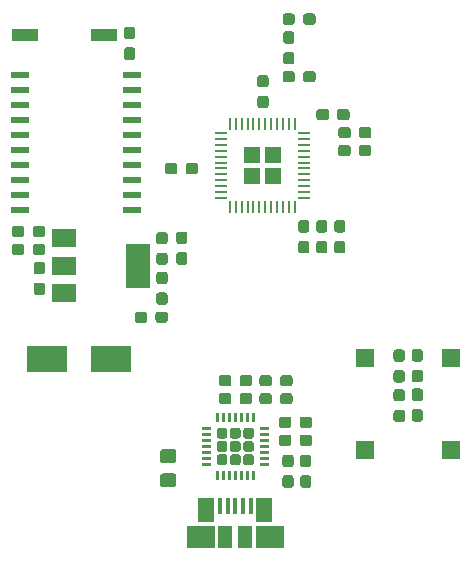
<source format=gbr>
G04 #@! TF.GenerationSoftware,KiCad,Pcbnew,5.1.1-8be2ce7~80~ubuntu18.04.1*
G04 #@! TF.CreationDate,2019-05-08T10:27:23+07:00*
G04 #@! TF.ProjectId,driver-servo-esp32,64726976-6572-42d7-9365-72766f2d6573,rev?*
G04 #@! TF.SameCoordinates,Original*
G04 #@! TF.FileFunction,Paste,Top*
G04 #@! TF.FilePolarity,Positive*
%FSLAX46Y46*%
G04 Gerber Fmt 4.6, Leading zero omitted, Abs format (unit mm)*
G04 Created by KiCad (PCBNEW 5.1.1-8be2ce7~80~ubuntu18.04.1) date 2019-05-08 10:27:23*
%MOMM*%
%LPD*%
G04 APERTURE LIST*
%ADD10C,0.100000*%
%ADD11C,1.150000*%
%ADD12C,0.950000*%
%ADD13R,3.500000X2.300000*%
%ADD14R,1.175000X1.900000*%
%ADD15R,2.375000X1.900000*%
%ADD16R,1.475000X2.100000*%
%ADD17R,0.450000X1.380000*%
%ADD18R,1.500000X1.500000*%
%ADD19R,2.160000X1.120000*%
%ADD20R,1.440000X1.440000*%
%ADD21R,1.000000X0.250000*%
%ADD22R,0.250000X1.000000*%
%ADD23C,0.250000*%
%ADD24C,0.900000*%
%ADD25R,2.000000X1.500000*%
%ADD26R,2.000000X3.800000*%
%ADD27R,1.500000X0.600000*%
G04 APERTURE END LIST*
D10*
G36*
X118374505Y-137751204D02*
G01*
X118398773Y-137754804D01*
X118422572Y-137760765D01*
X118445671Y-137769030D01*
X118467850Y-137779520D01*
X118488893Y-137792132D01*
X118508599Y-137806747D01*
X118526777Y-137823223D01*
X118543253Y-137841401D01*
X118557868Y-137861107D01*
X118570480Y-137882150D01*
X118580970Y-137904329D01*
X118589235Y-137927428D01*
X118595196Y-137951227D01*
X118598796Y-137975495D01*
X118600000Y-137999999D01*
X118600000Y-138650001D01*
X118598796Y-138674505D01*
X118595196Y-138698773D01*
X118589235Y-138722572D01*
X118580970Y-138745671D01*
X118570480Y-138767850D01*
X118557868Y-138788893D01*
X118543253Y-138808599D01*
X118526777Y-138826777D01*
X118508599Y-138843253D01*
X118488893Y-138857868D01*
X118467850Y-138870480D01*
X118445671Y-138880970D01*
X118422572Y-138889235D01*
X118398773Y-138895196D01*
X118374505Y-138898796D01*
X118350001Y-138900000D01*
X117449999Y-138900000D01*
X117425495Y-138898796D01*
X117401227Y-138895196D01*
X117377428Y-138889235D01*
X117354329Y-138880970D01*
X117332150Y-138870480D01*
X117311107Y-138857868D01*
X117291401Y-138843253D01*
X117273223Y-138826777D01*
X117256747Y-138808599D01*
X117242132Y-138788893D01*
X117229520Y-138767850D01*
X117219030Y-138745671D01*
X117210765Y-138722572D01*
X117204804Y-138698773D01*
X117201204Y-138674505D01*
X117200000Y-138650001D01*
X117200000Y-137999999D01*
X117201204Y-137975495D01*
X117204804Y-137951227D01*
X117210765Y-137927428D01*
X117219030Y-137904329D01*
X117229520Y-137882150D01*
X117242132Y-137861107D01*
X117256747Y-137841401D01*
X117273223Y-137823223D01*
X117291401Y-137806747D01*
X117311107Y-137792132D01*
X117332150Y-137779520D01*
X117354329Y-137769030D01*
X117377428Y-137760765D01*
X117401227Y-137754804D01*
X117425495Y-137751204D01*
X117449999Y-137750000D01*
X118350001Y-137750000D01*
X118374505Y-137751204D01*
X118374505Y-137751204D01*
G37*
D11*
X117900000Y-138325000D03*
D10*
G36*
X118374505Y-135701204D02*
G01*
X118398773Y-135704804D01*
X118422572Y-135710765D01*
X118445671Y-135719030D01*
X118467850Y-135729520D01*
X118488893Y-135742132D01*
X118508599Y-135756747D01*
X118526777Y-135773223D01*
X118543253Y-135791401D01*
X118557868Y-135811107D01*
X118570480Y-135832150D01*
X118580970Y-135854329D01*
X118589235Y-135877428D01*
X118595196Y-135901227D01*
X118598796Y-135925495D01*
X118600000Y-135949999D01*
X118600000Y-136600001D01*
X118598796Y-136624505D01*
X118595196Y-136648773D01*
X118589235Y-136672572D01*
X118580970Y-136695671D01*
X118570480Y-136717850D01*
X118557868Y-136738893D01*
X118543253Y-136758599D01*
X118526777Y-136776777D01*
X118508599Y-136793253D01*
X118488893Y-136807868D01*
X118467850Y-136820480D01*
X118445671Y-136830970D01*
X118422572Y-136839235D01*
X118398773Y-136845196D01*
X118374505Y-136848796D01*
X118350001Y-136850000D01*
X117449999Y-136850000D01*
X117425495Y-136848796D01*
X117401227Y-136845196D01*
X117377428Y-136839235D01*
X117354329Y-136830970D01*
X117332150Y-136820480D01*
X117311107Y-136807868D01*
X117291401Y-136793253D01*
X117273223Y-136776777D01*
X117256747Y-136758599D01*
X117242132Y-136738893D01*
X117229520Y-136717850D01*
X117219030Y-136695671D01*
X117210765Y-136672572D01*
X117204804Y-136648773D01*
X117201204Y-136624505D01*
X117200000Y-136600001D01*
X117200000Y-135949999D01*
X117201204Y-135925495D01*
X117204804Y-135901227D01*
X117210765Y-135877428D01*
X117219030Y-135854329D01*
X117229520Y-135832150D01*
X117242132Y-135811107D01*
X117256747Y-135791401D01*
X117273223Y-135773223D01*
X117291401Y-135756747D01*
X117311107Y-135742132D01*
X117332150Y-135729520D01*
X117354329Y-135719030D01*
X117377428Y-135710765D01*
X117401227Y-135704804D01*
X117425495Y-135701204D01*
X117449999Y-135700000D01*
X118350001Y-135700000D01*
X118374505Y-135701204D01*
X118374505Y-135701204D01*
G37*
D11*
X117900000Y-136275000D03*
D10*
G36*
X134891379Y-108415944D02*
G01*
X134914434Y-108419363D01*
X134937043Y-108425027D01*
X134958987Y-108432879D01*
X134980057Y-108442844D01*
X135000048Y-108454826D01*
X135018768Y-108468710D01*
X135036038Y-108484362D01*
X135051690Y-108501632D01*
X135065574Y-108520352D01*
X135077556Y-108540343D01*
X135087521Y-108561413D01*
X135095373Y-108583357D01*
X135101037Y-108605966D01*
X135104456Y-108629021D01*
X135105600Y-108652300D01*
X135105600Y-109127300D01*
X135104456Y-109150579D01*
X135101037Y-109173634D01*
X135095373Y-109196243D01*
X135087521Y-109218187D01*
X135077556Y-109239257D01*
X135065574Y-109259248D01*
X135051690Y-109277968D01*
X135036038Y-109295238D01*
X135018768Y-109310890D01*
X135000048Y-109324774D01*
X134980057Y-109336756D01*
X134958987Y-109346721D01*
X134937043Y-109354573D01*
X134914434Y-109360237D01*
X134891379Y-109363656D01*
X134868100Y-109364800D01*
X134293100Y-109364800D01*
X134269821Y-109363656D01*
X134246766Y-109360237D01*
X134224157Y-109354573D01*
X134202213Y-109346721D01*
X134181143Y-109336756D01*
X134161152Y-109324774D01*
X134142432Y-109310890D01*
X134125162Y-109295238D01*
X134109510Y-109277968D01*
X134095626Y-109259248D01*
X134083644Y-109239257D01*
X134073679Y-109218187D01*
X134065827Y-109196243D01*
X134060163Y-109173634D01*
X134056744Y-109150579D01*
X134055600Y-109127300D01*
X134055600Y-108652300D01*
X134056744Y-108629021D01*
X134060163Y-108605966D01*
X134065827Y-108583357D01*
X134073679Y-108561413D01*
X134083644Y-108540343D01*
X134095626Y-108520352D01*
X134109510Y-108501632D01*
X134125162Y-108484362D01*
X134142432Y-108468710D01*
X134161152Y-108454826D01*
X134181143Y-108442844D01*
X134202213Y-108432879D01*
X134224157Y-108425027D01*
X134246766Y-108419363D01*
X134269821Y-108415944D01*
X134293100Y-108414800D01*
X134868100Y-108414800D01*
X134891379Y-108415944D01*
X134891379Y-108415944D01*
G37*
D12*
X134580600Y-108889800D03*
D10*
G36*
X133141379Y-108415944D02*
G01*
X133164434Y-108419363D01*
X133187043Y-108425027D01*
X133208987Y-108432879D01*
X133230057Y-108442844D01*
X133250048Y-108454826D01*
X133268768Y-108468710D01*
X133286038Y-108484362D01*
X133301690Y-108501632D01*
X133315574Y-108520352D01*
X133327556Y-108540343D01*
X133337521Y-108561413D01*
X133345373Y-108583357D01*
X133351037Y-108605966D01*
X133354456Y-108629021D01*
X133355600Y-108652300D01*
X133355600Y-109127300D01*
X133354456Y-109150579D01*
X133351037Y-109173634D01*
X133345373Y-109196243D01*
X133337521Y-109218187D01*
X133327556Y-109239257D01*
X133315574Y-109259248D01*
X133301690Y-109277968D01*
X133286038Y-109295238D01*
X133268768Y-109310890D01*
X133250048Y-109324774D01*
X133230057Y-109336756D01*
X133208987Y-109346721D01*
X133187043Y-109354573D01*
X133164434Y-109360237D01*
X133141379Y-109363656D01*
X133118100Y-109364800D01*
X132543100Y-109364800D01*
X132519821Y-109363656D01*
X132496766Y-109360237D01*
X132474157Y-109354573D01*
X132452213Y-109346721D01*
X132431143Y-109336756D01*
X132411152Y-109324774D01*
X132392432Y-109310890D01*
X132375162Y-109295238D01*
X132359510Y-109277968D01*
X132345626Y-109259248D01*
X132333644Y-109239257D01*
X132323679Y-109218187D01*
X132315827Y-109196243D01*
X132310163Y-109173634D01*
X132306744Y-109150579D01*
X132305600Y-109127300D01*
X132305600Y-108652300D01*
X132306744Y-108629021D01*
X132310163Y-108605966D01*
X132315827Y-108583357D01*
X132323679Y-108561413D01*
X132333644Y-108540343D01*
X132345626Y-108520352D01*
X132359510Y-108501632D01*
X132375162Y-108484362D01*
X132392432Y-108468710D01*
X132411152Y-108454826D01*
X132431143Y-108442844D01*
X132452213Y-108432879D01*
X132474157Y-108425027D01*
X132496766Y-108419363D01*
X132519821Y-108415944D01*
X132543100Y-108414800D01*
X133118100Y-108414800D01*
X133141379Y-108415944D01*
X133141379Y-108415944D01*
G37*
D12*
X132830600Y-108889800D03*
D10*
G36*
X119310579Y-117269944D02*
G01*
X119333634Y-117273363D01*
X119356243Y-117279027D01*
X119378187Y-117286879D01*
X119399257Y-117296844D01*
X119419248Y-117308826D01*
X119437968Y-117322710D01*
X119455238Y-117338362D01*
X119470890Y-117355632D01*
X119484774Y-117374352D01*
X119496756Y-117394343D01*
X119506721Y-117415413D01*
X119514573Y-117437357D01*
X119520237Y-117459966D01*
X119523656Y-117483021D01*
X119524800Y-117506300D01*
X119524800Y-118081300D01*
X119523656Y-118104579D01*
X119520237Y-118127634D01*
X119514573Y-118150243D01*
X119506721Y-118172187D01*
X119496756Y-118193257D01*
X119484774Y-118213248D01*
X119470890Y-118231968D01*
X119455238Y-118249238D01*
X119437968Y-118264890D01*
X119419248Y-118278774D01*
X119399257Y-118290756D01*
X119378187Y-118300721D01*
X119356243Y-118308573D01*
X119333634Y-118314237D01*
X119310579Y-118317656D01*
X119287300Y-118318800D01*
X118812300Y-118318800D01*
X118789021Y-118317656D01*
X118765966Y-118314237D01*
X118743357Y-118308573D01*
X118721413Y-118300721D01*
X118700343Y-118290756D01*
X118680352Y-118278774D01*
X118661632Y-118264890D01*
X118644362Y-118249238D01*
X118628710Y-118231968D01*
X118614826Y-118213248D01*
X118602844Y-118193257D01*
X118592879Y-118172187D01*
X118585027Y-118150243D01*
X118579363Y-118127634D01*
X118575944Y-118104579D01*
X118574800Y-118081300D01*
X118574800Y-117506300D01*
X118575944Y-117483021D01*
X118579363Y-117459966D01*
X118585027Y-117437357D01*
X118592879Y-117415413D01*
X118602844Y-117394343D01*
X118614826Y-117374352D01*
X118628710Y-117355632D01*
X118644362Y-117338362D01*
X118661632Y-117322710D01*
X118680352Y-117308826D01*
X118700343Y-117296844D01*
X118721413Y-117286879D01*
X118743357Y-117279027D01*
X118765966Y-117273363D01*
X118789021Y-117269944D01*
X118812300Y-117268800D01*
X119287300Y-117268800D01*
X119310579Y-117269944D01*
X119310579Y-117269944D01*
G37*
D12*
X119049800Y-117793800D03*
D10*
G36*
X119310579Y-119019944D02*
G01*
X119333634Y-119023363D01*
X119356243Y-119029027D01*
X119378187Y-119036879D01*
X119399257Y-119046844D01*
X119419248Y-119058826D01*
X119437968Y-119072710D01*
X119455238Y-119088362D01*
X119470890Y-119105632D01*
X119484774Y-119124352D01*
X119496756Y-119144343D01*
X119506721Y-119165413D01*
X119514573Y-119187357D01*
X119520237Y-119209966D01*
X119523656Y-119233021D01*
X119524800Y-119256300D01*
X119524800Y-119831300D01*
X119523656Y-119854579D01*
X119520237Y-119877634D01*
X119514573Y-119900243D01*
X119506721Y-119922187D01*
X119496756Y-119943257D01*
X119484774Y-119963248D01*
X119470890Y-119981968D01*
X119455238Y-119999238D01*
X119437968Y-120014890D01*
X119419248Y-120028774D01*
X119399257Y-120040756D01*
X119378187Y-120050721D01*
X119356243Y-120058573D01*
X119333634Y-120064237D01*
X119310579Y-120067656D01*
X119287300Y-120068800D01*
X118812300Y-120068800D01*
X118789021Y-120067656D01*
X118765966Y-120064237D01*
X118743357Y-120058573D01*
X118721413Y-120050721D01*
X118700343Y-120040756D01*
X118680352Y-120028774D01*
X118661632Y-120014890D01*
X118644362Y-119999238D01*
X118628710Y-119981968D01*
X118614826Y-119963248D01*
X118602844Y-119943257D01*
X118592879Y-119922187D01*
X118585027Y-119900243D01*
X118579363Y-119877634D01*
X118575944Y-119854579D01*
X118574800Y-119831300D01*
X118574800Y-119256300D01*
X118575944Y-119233021D01*
X118579363Y-119209966D01*
X118585027Y-119187357D01*
X118592879Y-119165413D01*
X118602844Y-119144343D01*
X118614826Y-119124352D01*
X118628710Y-119105632D01*
X118644362Y-119088362D01*
X118661632Y-119072710D01*
X118680352Y-119058826D01*
X118700343Y-119046844D01*
X118721413Y-119036879D01*
X118743357Y-119029027D01*
X118765966Y-119023363D01*
X118789021Y-119019944D01*
X118812300Y-119018800D01*
X119287300Y-119018800D01*
X119310579Y-119019944D01*
X119310579Y-119019944D01*
G37*
D12*
X119049800Y-119543800D03*
D10*
G36*
X139244779Y-132301944D02*
G01*
X139267834Y-132305363D01*
X139290443Y-132311027D01*
X139312387Y-132318879D01*
X139333457Y-132328844D01*
X139353448Y-132340826D01*
X139372168Y-132354710D01*
X139389438Y-132370362D01*
X139405090Y-132387632D01*
X139418974Y-132406352D01*
X139430956Y-132426343D01*
X139440921Y-132447413D01*
X139448773Y-132469357D01*
X139454437Y-132491966D01*
X139457856Y-132515021D01*
X139459000Y-132538300D01*
X139459000Y-133113300D01*
X139457856Y-133136579D01*
X139454437Y-133159634D01*
X139448773Y-133182243D01*
X139440921Y-133204187D01*
X139430956Y-133225257D01*
X139418974Y-133245248D01*
X139405090Y-133263968D01*
X139389438Y-133281238D01*
X139372168Y-133296890D01*
X139353448Y-133310774D01*
X139333457Y-133322756D01*
X139312387Y-133332721D01*
X139290443Y-133340573D01*
X139267834Y-133346237D01*
X139244779Y-133349656D01*
X139221500Y-133350800D01*
X138746500Y-133350800D01*
X138723221Y-133349656D01*
X138700166Y-133346237D01*
X138677557Y-133340573D01*
X138655613Y-133332721D01*
X138634543Y-133322756D01*
X138614552Y-133310774D01*
X138595832Y-133296890D01*
X138578562Y-133281238D01*
X138562910Y-133263968D01*
X138549026Y-133245248D01*
X138537044Y-133225257D01*
X138527079Y-133204187D01*
X138519227Y-133182243D01*
X138513563Y-133159634D01*
X138510144Y-133136579D01*
X138509000Y-133113300D01*
X138509000Y-132538300D01*
X138510144Y-132515021D01*
X138513563Y-132491966D01*
X138519227Y-132469357D01*
X138527079Y-132447413D01*
X138537044Y-132426343D01*
X138549026Y-132406352D01*
X138562910Y-132387632D01*
X138578562Y-132370362D01*
X138595832Y-132354710D01*
X138614552Y-132340826D01*
X138634543Y-132328844D01*
X138655613Y-132318879D01*
X138677557Y-132311027D01*
X138700166Y-132305363D01*
X138723221Y-132301944D01*
X138746500Y-132300800D01*
X139221500Y-132300800D01*
X139244779Y-132301944D01*
X139244779Y-132301944D01*
G37*
D12*
X138984000Y-132825800D03*
D10*
G36*
X139244779Y-130551944D02*
G01*
X139267834Y-130555363D01*
X139290443Y-130561027D01*
X139312387Y-130568879D01*
X139333457Y-130578844D01*
X139353448Y-130590826D01*
X139372168Y-130604710D01*
X139389438Y-130620362D01*
X139405090Y-130637632D01*
X139418974Y-130656352D01*
X139430956Y-130676343D01*
X139440921Y-130697413D01*
X139448773Y-130719357D01*
X139454437Y-130741966D01*
X139457856Y-130765021D01*
X139459000Y-130788300D01*
X139459000Y-131363300D01*
X139457856Y-131386579D01*
X139454437Y-131409634D01*
X139448773Y-131432243D01*
X139440921Y-131454187D01*
X139430956Y-131475257D01*
X139418974Y-131495248D01*
X139405090Y-131513968D01*
X139389438Y-131531238D01*
X139372168Y-131546890D01*
X139353448Y-131560774D01*
X139333457Y-131572756D01*
X139312387Y-131582721D01*
X139290443Y-131590573D01*
X139267834Y-131596237D01*
X139244779Y-131599656D01*
X139221500Y-131600800D01*
X138746500Y-131600800D01*
X138723221Y-131599656D01*
X138700166Y-131596237D01*
X138677557Y-131590573D01*
X138655613Y-131582721D01*
X138634543Y-131572756D01*
X138614552Y-131560774D01*
X138595832Y-131546890D01*
X138578562Y-131531238D01*
X138562910Y-131513968D01*
X138549026Y-131495248D01*
X138537044Y-131475257D01*
X138527079Y-131454187D01*
X138519227Y-131432243D01*
X138513563Y-131409634D01*
X138510144Y-131386579D01*
X138509000Y-131363300D01*
X138509000Y-130788300D01*
X138510144Y-130765021D01*
X138513563Y-130741966D01*
X138519227Y-130719357D01*
X138527079Y-130697413D01*
X138537044Y-130676343D01*
X138549026Y-130656352D01*
X138562910Y-130637632D01*
X138578562Y-130620362D01*
X138595832Y-130604710D01*
X138614552Y-130590826D01*
X138634543Y-130578844D01*
X138655613Y-130568879D01*
X138677557Y-130561027D01*
X138700166Y-130555363D01*
X138723221Y-130551944D01*
X138746500Y-130550800D01*
X139221500Y-130550800D01*
X139244779Y-130551944D01*
X139244779Y-130551944D01*
G37*
D12*
X138984000Y-131075800D03*
D10*
G36*
X130166979Y-98802044D02*
G01*
X130190034Y-98805463D01*
X130212643Y-98811127D01*
X130234587Y-98818979D01*
X130255657Y-98828944D01*
X130275648Y-98840926D01*
X130294368Y-98854810D01*
X130311638Y-98870462D01*
X130327290Y-98887732D01*
X130341174Y-98906452D01*
X130353156Y-98926443D01*
X130363121Y-98947513D01*
X130370973Y-98969457D01*
X130376637Y-98992066D01*
X130380056Y-99015121D01*
X130381200Y-99038400D01*
X130381200Y-99513400D01*
X130380056Y-99536679D01*
X130376637Y-99559734D01*
X130370973Y-99582343D01*
X130363121Y-99604287D01*
X130353156Y-99625357D01*
X130341174Y-99645348D01*
X130327290Y-99664068D01*
X130311638Y-99681338D01*
X130294368Y-99696990D01*
X130275648Y-99710874D01*
X130255657Y-99722856D01*
X130234587Y-99732821D01*
X130212643Y-99740673D01*
X130190034Y-99746337D01*
X130166979Y-99749756D01*
X130143700Y-99750900D01*
X129568700Y-99750900D01*
X129545421Y-99749756D01*
X129522366Y-99746337D01*
X129499757Y-99740673D01*
X129477813Y-99732821D01*
X129456743Y-99722856D01*
X129436752Y-99710874D01*
X129418032Y-99696990D01*
X129400762Y-99681338D01*
X129385110Y-99664068D01*
X129371226Y-99645348D01*
X129359244Y-99625357D01*
X129349279Y-99604287D01*
X129341427Y-99582343D01*
X129335763Y-99559734D01*
X129332344Y-99536679D01*
X129331200Y-99513400D01*
X129331200Y-99038400D01*
X129332344Y-99015121D01*
X129335763Y-98992066D01*
X129341427Y-98969457D01*
X129349279Y-98947513D01*
X129359244Y-98926443D01*
X129371226Y-98906452D01*
X129385110Y-98887732D01*
X129400762Y-98870462D01*
X129418032Y-98854810D01*
X129436752Y-98840926D01*
X129456743Y-98828944D01*
X129477813Y-98818979D01*
X129499757Y-98811127D01*
X129522366Y-98805463D01*
X129545421Y-98802044D01*
X129568700Y-98800900D01*
X130143700Y-98800900D01*
X130166979Y-98802044D01*
X130166979Y-98802044D01*
G37*
D12*
X129856200Y-99275900D03*
D10*
G36*
X128416979Y-98802044D02*
G01*
X128440034Y-98805463D01*
X128462643Y-98811127D01*
X128484587Y-98818979D01*
X128505657Y-98828944D01*
X128525648Y-98840926D01*
X128544368Y-98854810D01*
X128561638Y-98870462D01*
X128577290Y-98887732D01*
X128591174Y-98906452D01*
X128603156Y-98926443D01*
X128613121Y-98947513D01*
X128620973Y-98969457D01*
X128626637Y-98992066D01*
X128630056Y-99015121D01*
X128631200Y-99038400D01*
X128631200Y-99513400D01*
X128630056Y-99536679D01*
X128626637Y-99559734D01*
X128620973Y-99582343D01*
X128613121Y-99604287D01*
X128603156Y-99625357D01*
X128591174Y-99645348D01*
X128577290Y-99664068D01*
X128561638Y-99681338D01*
X128544368Y-99696990D01*
X128525648Y-99710874D01*
X128505657Y-99722856D01*
X128484587Y-99732821D01*
X128462643Y-99740673D01*
X128440034Y-99746337D01*
X128416979Y-99749756D01*
X128393700Y-99750900D01*
X127818700Y-99750900D01*
X127795421Y-99749756D01*
X127772366Y-99746337D01*
X127749757Y-99740673D01*
X127727813Y-99732821D01*
X127706743Y-99722856D01*
X127686752Y-99710874D01*
X127668032Y-99696990D01*
X127650762Y-99681338D01*
X127635110Y-99664068D01*
X127621226Y-99645348D01*
X127609244Y-99625357D01*
X127599279Y-99604287D01*
X127591427Y-99582343D01*
X127585763Y-99559734D01*
X127582344Y-99536679D01*
X127581200Y-99513400D01*
X127581200Y-99038400D01*
X127582344Y-99015121D01*
X127585763Y-98992066D01*
X127591427Y-98969457D01*
X127599279Y-98947513D01*
X127609244Y-98926443D01*
X127621226Y-98906452D01*
X127635110Y-98887732D01*
X127650762Y-98870462D01*
X127668032Y-98854810D01*
X127686752Y-98840926D01*
X127706743Y-98828944D01*
X127727813Y-98818979D01*
X127749757Y-98811127D01*
X127772366Y-98805463D01*
X127795421Y-98802044D01*
X127818700Y-98800900D01*
X128393700Y-98800900D01*
X128416979Y-98802044D01*
X128416979Y-98802044D01*
G37*
D12*
X128106200Y-99275900D03*
D10*
G36*
X126181279Y-104011144D02*
G01*
X126204334Y-104014563D01*
X126226943Y-104020227D01*
X126248887Y-104028079D01*
X126269957Y-104038044D01*
X126289948Y-104050026D01*
X126308668Y-104063910D01*
X126325938Y-104079562D01*
X126341590Y-104096832D01*
X126355474Y-104115552D01*
X126367456Y-104135543D01*
X126377421Y-104156613D01*
X126385273Y-104178557D01*
X126390937Y-104201166D01*
X126394356Y-104224221D01*
X126395500Y-104247500D01*
X126395500Y-104822500D01*
X126394356Y-104845779D01*
X126390937Y-104868834D01*
X126385273Y-104891443D01*
X126377421Y-104913387D01*
X126367456Y-104934457D01*
X126355474Y-104954448D01*
X126341590Y-104973168D01*
X126325938Y-104990438D01*
X126308668Y-105006090D01*
X126289948Y-105019974D01*
X126269957Y-105031956D01*
X126248887Y-105041921D01*
X126226943Y-105049773D01*
X126204334Y-105055437D01*
X126181279Y-105058856D01*
X126158000Y-105060000D01*
X125683000Y-105060000D01*
X125659721Y-105058856D01*
X125636666Y-105055437D01*
X125614057Y-105049773D01*
X125592113Y-105041921D01*
X125571043Y-105031956D01*
X125551052Y-105019974D01*
X125532332Y-105006090D01*
X125515062Y-104990438D01*
X125499410Y-104973168D01*
X125485526Y-104954448D01*
X125473544Y-104934457D01*
X125463579Y-104913387D01*
X125455727Y-104891443D01*
X125450063Y-104868834D01*
X125446644Y-104845779D01*
X125445500Y-104822500D01*
X125445500Y-104247500D01*
X125446644Y-104224221D01*
X125450063Y-104201166D01*
X125455727Y-104178557D01*
X125463579Y-104156613D01*
X125473544Y-104135543D01*
X125485526Y-104115552D01*
X125499410Y-104096832D01*
X125515062Y-104079562D01*
X125532332Y-104063910D01*
X125551052Y-104050026D01*
X125571043Y-104038044D01*
X125592113Y-104028079D01*
X125614057Y-104020227D01*
X125636666Y-104014563D01*
X125659721Y-104011144D01*
X125683000Y-104010000D01*
X126158000Y-104010000D01*
X126181279Y-104011144D01*
X126181279Y-104011144D01*
G37*
D12*
X125920500Y-104535000D03*
D10*
G36*
X126181279Y-105761144D02*
G01*
X126204334Y-105764563D01*
X126226943Y-105770227D01*
X126248887Y-105778079D01*
X126269957Y-105788044D01*
X126289948Y-105800026D01*
X126308668Y-105813910D01*
X126325938Y-105829562D01*
X126341590Y-105846832D01*
X126355474Y-105865552D01*
X126367456Y-105885543D01*
X126377421Y-105906613D01*
X126385273Y-105928557D01*
X126390937Y-105951166D01*
X126394356Y-105974221D01*
X126395500Y-105997500D01*
X126395500Y-106572500D01*
X126394356Y-106595779D01*
X126390937Y-106618834D01*
X126385273Y-106641443D01*
X126377421Y-106663387D01*
X126367456Y-106684457D01*
X126355474Y-106704448D01*
X126341590Y-106723168D01*
X126325938Y-106740438D01*
X126308668Y-106756090D01*
X126289948Y-106769974D01*
X126269957Y-106781956D01*
X126248887Y-106791921D01*
X126226943Y-106799773D01*
X126204334Y-106805437D01*
X126181279Y-106808856D01*
X126158000Y-106810000D01*
X125683000Y-106810000D01*
X125659721Y-106808856D01*
X125636666Y-106805437D01*
X125614057Y-106799773D01*
X125592113Y-106791921D01*
X125571043Y-106781956D01*
X125551052Y-106769974D01*
X125532332Y-106756090D01*
X125515062Y-106740438D01*
X125499410Y-106723168D01*
X125485526Y-106704448D01*
X125473544Y-106684457D01*
X125463579Y-106663387D01*
X125455727Y-106641443D01*
X125450063Y-106618834D01*
X125446644Y-106595779D01*
X125445500Y-106572500D01*
X125445500Y-105997500D01*
X125446644Y-105974221D01*
X125450063Y-105951166D01*
X125455727Y-105928557D01*
X125463579Y-105906613D01*
X125473544Y-105885543D01*
X125485526Y-105865552D01*
X125499410Y-105846832D01*
X125515062Y-105829562D01*
X125532332Y-105813910D01*
X125551052Y-105800026D01*
X125571043Y-105788044D01*
X125592113Y-105778079D01*
X125614057Y-105770227D01*
X125636666Y-105764563D01*
X125659721Y-105761144D01*
X125683000Y-105760000D01*
X126158000Y-105760000D01*
X126181279Y-105761144D01*
X126181279Y-105761144D01*
G37*
D12*
X125920500Y-106285000D03*
D10*
G36*
X130166979Y-103678844D02*
G01*
X130190034Y-103682263D01*
X130212643Y-103687927D01*
X130234587Y-103695779D01*
X130255657Y-103705744D01*
X130275648Y-103717726D01*
X130294368Y-103731610D01*
X130311638Y-103747262D01*
X130327290Y-103764532D01*
X130341174Y-103783252D01*
X130353156Y-103803243D01*
X130363121Y-103824313D01*
X130370973Y-103846257D01*
X130376637Y-103868866D01*
X130380056Y-103891921D01*
X130381200Y-103915200D01*
X130381200Y-104390200D01*
X130380056Y-104413479D01*
X130376637Y-104436534D01*
X130370973Y-104459143D01*
X130363121Y-104481087D01*
X130353156Y-104502157D01*
X130341174Y-104522148D01*
X130327290Y-104540868D01*
X130311638Y-104558138D01*
X130294368Y-104573790D01*
X130275648Y-104587674D01*
X130255657Y-104599656D01*
X130234587Y-104609621D01*
X130212643Y-104617473D01*
X130190034Y-104623137D01*
X130166979Y-104626556D01*
X130143700Y-104627700D01*
X129568700Y-104627700D01*
X129545421Y-104626556D01*
X129522366Y-104623137D01*
X129499757Y-104617473D01*
X129477813Y-104609621D01*
X129456743Y-104599656D01*
X129436752Y-104587674D01*
X129418032Y-104573790D01*
X129400762Y-104558138D01*
X129385110Y-104540868D01*
X129371226Y-104522148D01*
X129359244Y-104502157D01*
X129349279Y-104481087D01*
X129341427Y-104459143D01*
X129335763Y-104436534D01*
X129332344Y-104413479D01*
X129331200Y-104390200D01*
X129331200Y-103915200D01*
X129332344Y-103891921D01*
X129335763Y-103868866D01*
X129341427Y-103846257D01*
X129349279Y-103824313D01*
X129359244Y-103803243D01*
X129371226Y-103783252D01*
X129385110Y-103764532D01*
X129400762Y-103747262D01*
X129418032Y-103731610D01*
X129436752Y-103717726D01*
X129456743Y-103705744D01*
X129477813Y-103695779D01*
X129499757Y-103687927D01*
X129522366Y-103682263D01*
X129545421Y-103678844D01*
X129568700Y-103677700D01*
X130143700Y-103677700D01*
X130166979Y-103678844D01*
X130166979Y-103678844D01*
G37*
D12*
X129856200Y-104152700D03*
D10*
G36*
X128416979Y-103678844D02*
G01*
X128440034Y-103682263D01*
X128462643Y-103687927D01*
X128484587Y-103695779D01*
X128505657Y-103705744D01*
X128525648Y-103717726D01*
X128544368Y-103731610D01*
X128561638Y-103747262D01*
X128577290Y-103764532D01*
X128591174Y-103783252D01*
X128603156Y-103803243D01*
X128613121Y-103824313D01*
X128620973Y-103846257D01*
X128626637Y-103868866D01*
X128630056Y-103891921D01*
X128631200Y-103915200D01*
X128631200Y-104390200D01*
X128630056Y-104413479D01*
X128626637Y-104436534D01*
X128620973Y-104459143D01*
X128613121Y-104481087D01*
X128603156Y-104502157D01*
X128591174Y-104522148D01*
X128577290Y-104540868D01*
X128561638Y-104558138D01*
X128544368Y-104573790D01*
X128525648Y-104587674D01*
X128505657Y-104599656D01*
X128484587Y-104609621D01*
X128462643Y-104617473D01*
X128440034Y-104623137D01*
X128416979Y-104626556D01*
X128393700Y-104627700D01*
X127818700Y-104627700D01*
X127795421Y-104626556D01*
X127772366Y-104623137D01*
X127749757Y-104617473D01*
X127727813Y-104609621D01*
X127706743Y-104599656D01*
X127686752Y-104587674D01*
X127668032Y-104573790D01*
X127650762Y-104558138D01*
X127635110Y-104540868D01*
X127621226Y-104522148D01*
X127609244Y-104502157D01*
X127599279Y-104481087D01*
X127591427Y-104459143D01*
X127585763Y-104436534D01*
X127582344Y-104413479D01*
X127581200Y-104390200D01*
X127581200Y-103915200D01*
X127582344Y-103891921D01*
X127585763Y-103868866D01*
X127591427Y-103846257D01*
X127599279Y-103824313D01*
X127609244Y-103803243D01*
X127621226Y-103783252D01*
X127635110Y-103764532D01*
X127650762Y-103747262D01*
X127668032Y-103731610D01*
X127686752Y-103717726D01*
X127706743Y-103705744D01*
X127727813Y-103695779D01*
X127749757Y-103687927D01*
X127772366Y-103682263D01*
X127795421Y-103678844D01*
X127818700Y-103677700D01*
X128393700Y-103677700D01*
X128416979Y-103678844D01*
X128416979Y-103678844D01*
G37*
D12*
X128106200Y-104152700D03*
D10*
G36*
X137710779Y-132351144D02*
G01*
X137733834Y-132354563D01*
X137756443Y-132360227D01*
X137778387Y-132368079D01*
X137799457Y-132378044D01*
X137819448Y-132390026D01*
X137838168Y-132403910D01*
X137855438Y-132419562D01*
X137871090Y-132436832D01*
X137884974Y-132455552D01*
X137896956Y-132475543D01*
X137906921Y-132496613D01*
X137914773Y-132518557D01*
X137920437Y-132541166D01*
X137923856Y-132564221D01*
X137925000Y-132587500D01*
X137925000Y-133162500D01*
X137923856Y-133185779D01*
X137920437Y-133208834D01*
X137914773Y-133231443D01*
X137906921Y-133253387D01*
X137896956Y-133274457D01*
X137884974Y-133294448D01*
X137871090Y-133313168D01*
X137855438Y-133330438D01*
X137838168Y-133346090D01*
X137819448Y-133359974D01*
X137799457Y-133371956D01*
X137778387Y-133381921D01*
X137756443Y-133389773D01*
X137733834Y-133395437D01*
X137710779Y-133398856D01*
X137687500Y-133400000D01*
X137212500Y-133400000D01*
X137189221Y-133398856D01*
X137166166Y-133395437D01*
X137143557Y-133389773D01*
X137121613Y-133381921D01*
X137100543Y-133371956D01*
X137080552Y-133359974D01*
X137061832Y-133346090D01*
X137044562Y-133330438D01*
X137028910Y-133313168D01*
X137015026Y-133294448D01*
X137003044Y-133274457D01*
X136993079Y-133253387D01*
X136985227Y-133231443D01*
X136979563Y-133208834D01*
X136976144Y-133185779D01*
X136975000Y-133162500D01*
X136975000Y-132587500D01*
X136976144Y-132564221D01*
X136979563Y-132541166D01*
X136985227Y-132518557D01*
X136993079Y-132496613D01*
X137003044Y-132475543D01*
X137015026Y-132455552D01*
X137028910Y-132436832D01*
X137044562Y-132419562D01*
X137061832Y-132403910D01*
X137080552Y-132390026D01*
X137100543Y-132378044D01*
X137121613Y-132368079D01*
X137143557Y-132360227D01*
X137166166Y-132354563D01*
X137189221Y-132351144D01*
X137212500Y-132350000D01*
X137687500Y-132350000D01*
X137710779Y-132351144D01*
X137710779Y-132351144D01*
G37*
D12*
X137450000Y-132875000D03*
D10*
G36*
X137710779Y-130601144D02*
G01*
X137733834Y-130604563D01*
X137756443Y-130610227D01*
X137778387Y-130618079D01*
X137799457Y-130628044D01*
X137819448Y-130640026D01*
X137838168Y-130653910D01*
X137855438Y-130669562D01*
X137871090Y-130686832D01*
X137884974Y-130705552D01*
X137896956Y-130725543D01*
X137906921Y-130746613D01*
X137914773Y-130768557D01*
X137920437Y-130791166D01*
X137923856Y-130814221D01*
X137925000Y-130837500D01*
X137925000Y-131412500D01*
X137923856Y-131435779D01*
X137920437Y-131458834D01*
X137914773Y-131481443D01*
X137906921Y-131503387D01*
X137896956Y-131524457D01*
X137884974Y-131544448D01*
X137871090Y-131563168D01*
X137855438Y-131580438D01*
X137838168Y-131596090D01*
X137819448Y-131609974D01*
X137799457Y-131621956D01*
X137778387Y-131631921D01*
X137756443Y-131639773D01*
X137733834Y-131645437D01*
X137710779Y-131648856D01*
X137687500Y-131650000D01*
X137212500Y-131650000D01*
X137189221Y-131648856D01*
X137166166Y-131645437D01*
X137143557Y-131639773D01*
X137121613Y-131631921D01*
X137100543Y-131621956D01*
X137080552Y-131609974D01*
X137061832Y-131596090D01*
X137044562Y-131580438D01*
X137028910Y-131563168D01*
X137015026Y-131544448D01*
X137003044Y-131524457D01*
X136993079Y-131503387D01*
X136985227Y-131481443D01*
X136979563Y-131458834D01*
X136976144Y-131435779D01*
X136975000Y-131412500D01*
X136975000Y-130837500D01*
X136976144Y-130814221D01*
X136979563Y-130791166D01*
X136985227Y-130768557D01*
X136993079Y-130746613D01*
X137003044Y-130725543D01*
X137015026Y-130705552D01*
X137028910Y-130686832D01*
X137044562Y-130669562D01*
X137061832Y-130653910D01*
X137080552Y-130640026D01*
X137100543Y-130628044D01*
X137121613Y-130618079D01*
X137143557Y-130610227D01*
X137166166Y-130604563D01*
X137189221Y-130601144D01*
X137212500Y-130600000D01*
X137687500Y-130600000D01*
X137710779Y-130601144D01*
X137710779Y-130601144D01*
G37*
D12*
X137450000Y-131125000D03*
D10*
G36*
X133037179Y-106891944D02*
G01*
X133060234Y-106895363D01*
X133082843Y-106901027D01*
X133104787Y-106908879D01*
X133125857Y-106918844D01*
X133145848Y-106930826D01*
X133164568Y-106944710D01*
X133181838Y-106960362D01*
X133197490Y-106977632D01*
X133211374Y-106996352D01*
X133223356Y-107016343D01*
X133233321Y-107037413D01*
X133241173Y-107059357D01*
X133246837Y-107081966D01*
X133250256Y-107105021D01*
X133251400Y-107128300D01*
X133251400Y-107603300D01*
X133250256Y-107626579D01*
X133246837Y-107649634D01*
X133241173Y-107672243D01*
X133233321Y-107694187D01*
X133223356Y-107715257D01*
X133211374Y-107735248D01*
X133197490Y-107753968D01*
X133181838Y-107771238D01*
X133164568Y-107786890D01*
X133145848Y-107800774D01*
X133125857Y-107812756D01*
X133104787Y-107822721D01*
X133082843Y-107830573D01*
X133060234Y-107836237D01*
X133037179Y-107839656D01*
X133013900Y-107840800D01*
X132438900Y-107840800D01*
X132415621Y-107839656D01*
X132392566Y-107836237D01*
X132369957Y-107830573D01*
X132348013Y-107822721D01*
X132326943Y-107812756D01*
X132306952Y-107800774D01*
X132288232Y-107786890D01*
X132270962Y-107771238D01*
X132255310Y-107753968D01*
X132241426Y-107735248D01*
X132229444Y-107715257D01*
X132219479Y-107694187D01*
X132211627Y-107672243D01*
X132205963Y-107649634D01*
X132202544Y-107626579D01*
X132201400Y-107603300D01*
X132201400Y-107128300D01*
X132202544Y-107105021D01*
X132205963Y-107081966D01*
X132211627Y-107059357D01*
X132219479Y-107037413D01*
X132229444Y-107016343D01*
X132241426Y-106996352D01*
X132255310Y-106977632D01*
X132270962Y-106960362D01*
X132288232Y-106944710D01*
X132306952Y-106930826D01*
X132326943Y-106918844D01*
X132348013Y-106908879D01*
X132369957Y-106901027D01*
X132392566Y-106895363D01*
X132415621Y-106891944D01*
X132438900Y-106890800D01*
X133013900Y-106890800D01*
X133037179Y-106891944D01*
X133037179Y-106891944D01*
G37*
D12*
X132726400Y-107365800D03*
D10*
G36*
X131287179Y-106891944D02*
G01*
X131310234Y-106895363D01*
X131332843Y-106901027D01*
X131354787Y-106908879D01*
X131375857Y-106918844D01*
X131395848Y-106930826D01*
X131414568Y-106944710D01*
X131431838Y-106960362D01*
X131447490Y-106977632D01*
X131461374Y-106996352D01*
X131473356Y-107016343D01*
X131483321Y-107037413D01*
X131491173Y-107059357D01*
X131496837Y-107081966D01*
X131500256Y-107105021D01*
X131501400Y-107128300D01*
X131501400Y-107603300D01*
X131500256Y-107626579D01*
X131496837Y-107649634D01*
X131491173Y-107672243D01*
X131483321Y-107694187D01*
X131473356Y-107715257D01*
X131461374Y-107735248D01*
X131447490Y-107753968D01*
X131431838Y-107771238D01*
X131414568Y-107786890D01*
X131395848Y-107800774D01*
X131375857Y-107812756D01*
X131354787Y-107822721D01*
X131332843Y-107830573D01*
X131310234Y-107836237D01*
X131287179Y-107839656D01*
X131263900Y-107840800D01*
X130688900Y-107840800D01*
X130665621Y-107839656D01*
X130642566Y-107836237D01*
X130619957Y-107830573D01*
X130598013Y-107822721D01*
X130576943Y-107812756D01*
X130556952Y-107800774D01*
X130538232Y-107786890D01*
X130520962Y-107771238D01*
X130505310Y-107753968D01*
X130491426Y-107735248D01*
X130479444Y-107715257D01*
X130469479Y-107694187D01*
X130461627Y-107672243D01*
X130455963Y-107649634D01*
X130452544Y-107626579D01*
X130451400Y-107603300D01*
X130451400Y-107128300D01*
X130452544Y-107105021D01*
X130455963Y-107081966D01*
X130461627Y-107059357D01*
X130469479Y-107037413D01*
X130479444Y-107016343D01*
X130491426Y-106996352D01*
X130505310Y-106977632D01*
X130520962Y-106960362D01*
X130538232Y-106944710D01*
X130556952Y-106930826D01*
X130576943Y-106918844D01*
X130598013Y-106908879D01*
X130619957Y-106901027D01*
X130642566Y-106895363D01*
X130665621Y-106891944D01*
X130688900Y-106890800D01*
X131263900Y-106890800D01*
X131287179Y-106891944D01*
X131287179Y-106891944D01*
G37*
D12*
X130976400Y-107365800D03*
D10*
G36*
X118460179Y-111463944D02*
G01*
X118483234Y-111467363D01*
X118505843Y-111473027D01*
X118527787Y-111480879D01*
X118548857Y-111490844D01*
X118568848Y-111502826D01*
X118587568Y-111516710D01*
X118604838Y-111532362D01*
X118620490Y-111549632D01*
X118634374Y-111568352D01*
X118646356Y-111588343D01*
X118656321Y-111609413D01*
X118664173Y-111631357D01*
X118669837Y-111653966D01*
X118673256Y-111677021D01*
X118674400Y-111700300D01*
X118674400Y-112175300D01*
X118673256Y-112198579D01*
X118669837Y-112221634D01*
X118664173Y-112244243D01*
X118656321Y-112266187D01*
X118646356Y-112287257D01*
X118634374Y-112307248D01*
X118620490Y-112325968D01*
X118604838Y-112343238D01*
X118587568Y-112358890D01*
X118568848Y-112372774D01*
X118548857Y-112384756D01*
X118527787Y-112394721D01*
X118505843Y-112402573D01*
X118483234Y-112408237D01*
X118460179Y-112411656D01*
X118436900Y-112412800D01*
X117861900Y-112412800D01*
X117838621Y-112411656D01*
X117815566Y-112408237D01*
X117792957Y-112402573D01*
X117771013Y-112394721D01*
X117749943Y-112384756D01*
X117729952Y-112372774D01*
X117711232Y-112358890D01*
X117693962Y-112343238D01*
X117678310Y-112325968D01*
X117664426Y-112307248D01*
X117652444Y-112287257D01*
X117642479Y-112266187D01*
X117634627Y-112244243D01*
X117628963Y-112221634D01*
X117625544Y-112198579D01*
X117624400Y-112175300D01*
X117624400Y-111700300D01*
X117625544Y-111677021D01*
X117628963Y-111653966D01*
X117634627Y-111631357D01*
X117642479Y-111609413D01*
X117652444Y-111588343D01*
X117664426Y-111568352D01*
X117678310Y-111549632D01*
X117693962Y-111532362D01*
X117711232Y-111516710D01*
X117729952Y-111502826D01*
X117749943Y-111490844D01*
X117771013Y-111480879D01*
X117792957Y-111473027D01*
X117815566Y-111467363D01*
X117838621Y-111463944D01*
X117861900Y-111462800D01*
X118436900Y-111462800D01*
X118460179Y-111463944D01*
X118460179Y-111463944D01*
G37*
D12*
X118149400Y-111937800D03*
D10*
G36*
X120210179Y-111463944D02*
G01*
X120233234Y-111467363D01*
X120255843Y-111473027D01*
X120277787Y-111480879D01*
X120298857Y-111490844D01*
X120318848Y-111502826D01*
X120337568Y-111516710D01*
X120354838Y-111532362D01*
X120370490Y-111549632D01*
X120384374Y-111568352D01*
X120396356Y-111588343D01*
X120406321Y-111609413D01*
X120414173Y-111631357D01*
X120419837Y-111653966D01*
X120423256Y-111677021D01*
X120424400Y-111700300D01*
X120424400Y-112175300D01*
X120423256Y-112198579D01*
X120419837Y-112221634D01*
X120414173Y-112244243D01*
X120406321Y-112266187D01*
X120396356Y-112287257D01*
X120384374Y-112307248D01*
X120370490Y-112325968D01*
X120354838Y-112343238D01*
X120337568Y-112358890D01*
X120318848Y-112372774D01*
X120298857Y-112384756D01*
X120277787Y-112394721D01*
X120255843Y-112402573D01*
X120233234Y-112408237D01*
X120210179Y-112411656D01*
X120186900Y-112412800D01*
X119611900Y-112412800D01*
X119588621Y-112411656D01*
X119565566Y-112408237D01*
X119542957Y-112402573D01*
X119521013Y-112394721D01*
X119499943Y-112384756D01*
X119479952Y-112372774D01*
X119461232Y-112358890D01*
X119443962Y-112343238D01*
X119428310Y-112325968D01*
X119414426Y-112307248D01*
X119402444Y-112287257D01*
X119392479Y-112266187D01*
X119384627Y-112244243D01*
X119378963Y-112221634D01*
X119375544Y-112198579D01*
X119374400Y-112175300D01*
X119374400Y-111700300D01*
X119375544Y-111677021D01*
X119378963Y-111653966D01*
X119384627Y-111631357D01*
X119392479Y-111609413D01*
X119402444Y-111588343D01*
X119414426Y-111568352D01*
X119428310Y-111549632D01*
X119443962Y-111532362D01*
X119461232Y-111516710D01*
X119479952Y-111502826D01*
X119499943Y-111490844D01*
X119521013Y-111480879D01*
X119542957Y-111473027D01*
X119565566Y-111467363D01*
X119588621Y-111463944D01*
X119611900Y-111462800D01*
X120186900Y-111462800D01*
X120210179Y-111463944D01*
X120210179Y-111463944D01*
G37*
D12*
X119899400Y-111937800D03*
D10*
G36*
X129648379Y-118054744D02*
G01*
X129671434Y-118058163D01*
X129694043Y-118063827D01*
X129715987Y-118071679D01*
X129737057Y-118081644D01*
X129757048Y-118093626D01*
X129775768Y-118107510D01*
X129793038Y-118123162D01*
X129808690Y-118140432D01*
X129822574Y-118159152D01*
X129834556Y-118179143D01*
X129844521Y-118200213D01*
X129852373Y-118222157D01*
X129858037Y-118244766D01*
X129861456Y-118267821D01*
X129862600Y-118291100D01*
X129862600Y-118866100D01*
X129861456Y-118889379D01*
X129858037Y-118912434D01*
X129852373Y-118935043D01*
X129844521Y-118956987D01*
X129834556Y-118978057D01*
X129822574Y-118998048D01*
X129808690Y-119016768D01*
X129793038Y-119034038D01*
X129775768Y-119049690D01*
X129757048Y-119063574D01*
X129737057Y-119075556D01*
X129715987Y-119085521D01*
X129694043Y-119093373D01*
X129671434Y-119099037D01*
X129648379Y-119102456D01*
X129625100Y-119103600D01*
X129150100Y-119103600D01*
X129126821Y-119102456D01*
X129103766Y-119099037D01*
X129081157Y-119093373D01*
X129059213Y-119085521D01*
X129038143Y-119075556D01*
X129018152Y-119063574D01*
X128999432Y-119049690D01*
X128982162Y-119034038D01*
X128966510Y-119016768D01*
X128952626Y-118998048D01*
X128940644Y-118978057D01*
X128930679Y-118956987D01*
X128922827Y-118935043D01*
X128917163Y-118912434D01*
X128913744Y-118889379D01*
X128912600Y-118866100D01*
X128912600Y-118291100D01*
X128913744Y-118267821D01*
X128917163Y-118244766D01*
X128922827Y-118222157D01*
X128930679Y-118200213D01*
X128940644Y-118179143D01*
X128952626Y-118159152D01*
X128966510Y-118140432D01*
X128982162Y-118123162D01*
X128999432Y-118107510D01*
X129018152Y-118093626D01*
X129038143Y-118081644D01*
X129059213Y-118071679D01*
X129081157Y-118063827D01*
X129103766Y-118058163D01*
X129126821Y-118054744D01*
X129150100Y-118053600D01*
X129625100Y-118053600D01*
X129648379Y-118054744D01*
X129648379Y-118054744D01*
G37*
D12*
X129387600Y-118578600D03*
D10*
G36*
X129648379Y-116304744D02*
G01*
X129671434Y-116308163D01*
X129694043Y-116313827D01*
X129715987Y-116321679D01*
X129737057Y-116331644D01*
X129757048Y-116343626D01*
X129775768Y-116357510D01*
X129793038Y-116373162D01*
X129808690Y-116390432D01*
X129822574Y-116409152D01*
X129834556Y-116429143D01*
X129844521Y-116450213D01*
X129852373Y-116472157D01*
X129858037Y-116494766D01*
X129861456Y-116517821D01*
X129862600Y-116541100D01*
X129862600Y-117116100D01*
X129861456Y-117139379D01*
X129858037Y-117162434D01*
X129852373Y-117185043D01*
X129844521Y-117206987D01*
X129834556Y-117228057D01*
X129822574Y-117248048D01*
X129808690Y-117266768D01*
X129793038Y-117284038D01*
X129775768Y-117299690D01*
X129757048Y-117313574D01*
X129737057Y-117325556D01*
X129715987Y-117335521D01*
X129694043Y-117343373D01*
X129671434Y-117349037D01*
X129648379Y-117352456D01*
X129625100Y-117353600D01*
X129150100Y-117353600D01*
X129126821Y-117352456D01*
X129103766Y-117349037D01*
X129081157Y-117343373D01*
X129059213Y-117335521D01*
X129038143Y-117325556D01*
X129018152Y-117313574D01*
X128999432Y-117299690D01*
X128982162Y-117284038D01*
X128966510Y-117266768D01*
X128952626Y-117248048D01*
X128940644Y-117228057D01*
X128930679Y-117206987D01*
X128922827Y-117185043D01*
X128917163Y-117162434D01*
X128913744Y-117139379D01*
X128912600Y-117116100D01*
X128912600Y-116541100D01*
X128913744Y-116517821D01*
X128917163Y-116494766D01*
X128922827Y-116472157D01*
X128930679Y-116450213D01*
X128940644Y-116429143D01*
X128952626Y-116409152D01*
X128966510Y-116390432D01*
X128982162Y-116373162D01*
X128999432Y-116357510D01*
X129018152Y-116343626D01*
X129038143Y-116331644D01*
X129059213Y-116321679D01*
X129081157Y-116313827D01*
X129103766Y-116308163D01*
X129126821Y-116304744D01*
X129150100Y-116303600D01*
X129625100Y-116303600D01*
X129648379Y-116304744D01*
X129648379Y-116304744D01*
G37*
D12*
X129387600Y-116828600D03*
D10*
G36*
X134879979Y-109939944D02*
G01*
X134903034Y-109943363D01*
X134925643Y-109949027D01*
X134947587Y-109956879D01*
X134968657Y-109966844D01*
X134988648Y-109978826D01*
X135007368Y-109992710D01*
X135024638Y-110008362D01*
X135040290Y-110025632D01*
X135054174Y-110044352D01*
X135066156Y-110064343D01*
X135076121Y-110085413D01*
X135083973Y-110107357D01*
X135089637Y-110129966D01*
X135093056Y-110153021D01*
X135094200Y-110176300D01*
X135094200Y-110651300D01*
X135093056Y-110674579D01*
X135089637Y-110697634D01*
X135083973Y-110720243D01*
X135076121Y-110742187D01*
X135066156Y-110763257D01*
X135054174Y-110783248D01*
X135040290Y-110801968D01*
X135024638Y-110819238D01*
X135007368Y-110834890D01*
X134988648Y-110848774D01*
X134968657Y-110860756D01*
X134947587Y-110870721D01*
X134925643Y-110878573D01*
X134903034Y-110884237D01*
X134879979Y-110887656D01*
X134856700Y-110888800D01*
X134281700Y-110888800D01*
X134258421Y-110887656D01*
X134235366Y-110884237D01*
X134212757Y-110878573D01*
X134190813Y-110870721D01*
X134169743Y-110860756D01*
X134149752Y-110848774D01*
X134131032Y-110834890D01*
X134113762Y-110819238D01*
X134098110Y-110801968D01*
X134084226Y-110783248D01*
X134072244Y-110763257D01*
X134062279Y-110742187D01*
X134054427Y-110720243D01*
X134048763Y-110697634D01*
X134045344Y-110674579D01*
X134044200Y-110651300D01*
X134044200Y-110176300D01*
X134045344Y-110153021D01*
X134048763Y-110129966D01*
X134054427Y-110107357D01*
X134062279Y-110085413D01*
X134072244Y-110064343D01*
X134084226Y-110044352D01*
X134098110Y-110025632D01*
X134113762Y-110008362D01*
X134131032Y-109992710D01*
X134149752Y-109978826D01*
X134169743Y-109966844D01*
X134190813Y-109956879D01*
X134212757Y-109949027D01*
X134235366Y-109943363D01*
X134258421Y-109939944D01*
X134281700Y-109938800D01*
X134856700Y-109938800D01*
X134879979Y-109939944D01*
X134879979Y-109939944D01*
G37*
D12*
X134569200Y-110413800D03*
D10*
G36*
X133129979Y-109939944D02*
G01*
X133153034Y-109943363D01*
X133175643Y-109949027D01*
X133197587Y-109956879D01*
X133218657Y-109966844D01*
X133238648Y-109978826D01*
X133257368Y-109992710D01*
X133274638Y-110008362D01*
X133290290Y-110025632D01*
X133304174Y-110044352D01*
X133316156Y-110064343D01*
X133326121Y-110085413D01*
X133333973Y-110107357D01*
X133339637Y-110129966D01*
X133343056Y-110153021D01*
X133344200Y-110176300D01*
X133344200Y-110651300D01*
X133343056Y-110674579D01*
X133339637Y-110697634D01*
X133333973Y-110720243D01*
X133326121Y-110742187D01*
X133316156Y-110763257D01*
X133304174Y-110783248D01*
X133290290Y-110801968D01*
X133274638Y-110819238D01*
X133257368Y-110834890D01*
X133238648Y-110848774D01*
X133218657Y-110860756D01*
X133197587Y-110870721D01*
X133175643Y-110878573D01*
X133153034Y-110884237D01*
X133129979Y-110887656D01*
X133106700Y-110888800D01*
X132531700Y-110888800D01*
X132508421Y-110887656D01*
X132485366Y-110884237D01*
X132462757Y-110878573D01*
X132440813Y-110870721D01*
X132419743Y-110860756D01*
X132399752Y-110848774D01*
X132381032Y-110834890D01*
X132363762Y-110819238D01*
X132348110Y-110801968D01*
X132334226Y-110783248D01*
X132322244Y-110763257D01*
X132312279Y-110742187D01*
X132304427Y-110720243D01*
X132298763Y-110697634D01*
X132295344Y-110674579D01*
X132294200Y-110651300D01*
X132294200Y-110176300D01*
X132295344Y-110153021D01*
X132298763Y-110129966D01*
X132304427Y-110107357D01*
X132312279Y-110085413D01*
X132322244Y-110064343D01*
X132334226Y-110044352D01*
X132348110Y-110025632D01*
X132363762Y-110008362D01*
X132381032Y-109992710D01*
X132399752Y-109978826D01*
X132419743Y-109966844D01*
X132440813Y-109956879D01*
X132462757Y-109949027D01*
X132485366Y-109943363D01*
X132508421Y-109939944D01*
X132531700Y-109938800D01*
X133106700Y-109938800D01*
X133129979Y-109939944D01*
X133129979Y-109939944D01*
G37*
D12*
X132819200Y-110413800D03*
D10*
G36*
X129802579Y-137904844D02*
G01*
X129825634Y-137908263D01*
X129848243Y-137913927D01*
X129870187Y-137921779D01*
X129891257Y-137931744D01*
X129911248Y-137943726D01*
X129929968Y-137957610D01*
X129947238Y-137973262D01*
X129962890Y-137990532D01*
X129976774Y-138009252D01*
X129988756Y-138029243D01*
X129998721Y-138050313D01*
X130006573Y-138072257D01*
X130012237Y-138094866D01*
X130015656Y-138117921D01*
X130016800Y-138141200D01*
X130016800Y-138716200D01*
X130015656Y-138739479D01*
X130012237Y-138762534D01*
X130006573Y-138785143D01*
X129998721Y-138807087D01*
X129988756Y-138828157D01*
X129976774Y-138848148D01*
X129962890Y-138866868D01*
X129947238Y-138884138D01*
X129929968Y-138899790D01*
X129911248Y-138913674D01*
X129891257Y-138925656D01*
X129870187Y-138935621D01*
X129848243Y-138943473D01*
X129825634Y-138949137D01*
X129802579Y-138952556D01*
X129779300Y-138953700D01*
X129304300Y-138953700D01*
X129281021Y-138952556D01*
X129257966Y-138949137D01*
X129235357Y-138943473D01*
X129213413Y-138935621D01*
X129192343Y-138925656D01*
X129172352Y-138913674D01*
X129153632Y-138899790D01*
X129136362Y-138884138D01*
X129120710Y-138866868D01*
X129106826Y-138848148D01*
X129094844Y-138828157D01*
X129084879Y-138807087D01*
X129077027Y-138785143D01*
X129071363Y-138762534D01*
X129067944Y-138739479D01*
X129066800Y-138716200D01*
X129066800Y-138141200D01*
X129067944Y-138117921D01*
X129071363Y-138094866D01*
X129077027Y-138072257D01*
X129084879Y-138050313D01*
X129094844Y-138029243D01*
X129106826Y-138009252D01*
X129120710Y-137990532D01*
X129136362Y-137973262D01*
X129153632Y-137957610D01*
X129172352Y-137943726D01*
X129192343Y-137931744D01*
X129213413Y-137921779D01*
X129235357Y-137913927D01*
X129257966Y-137908263D01*
X129281021Y-137904844D01*
X129304300Y-137903700D01*
X129779300Y-137903700D01*
X129802579Y-137904844D01*
X129802579Y-137904844D01*
G37*
D12*
X129541800Y-138428700D03*
D10*
G36*
X129802579Y-136154844D02*
G01*
X129825634Y-136158263D01*
X129848243Y-136163927D01*
X129870187Y-136171779D01*
X129891257Y-136181744D01*
X129911248Y-136193726D01*
X129929968Y-136207610D01*
X129947238Y-136223262D01*
X129962890Y-136240532D01*
X129976774Y-136259252D01*
X129988756Y-136279243D01*
X129998721Y-136300313D01*
X130006573Y-136322257D01*
X130012237Y-136344866D01*
X130015656Y-136367921D01*
X130016800Y-136391200D01*
X130016800Y-136966200D01*
X130015656Y-136989479D01*
X130012237Y-137012534D01*
X130006573Y-137035143D01*
X129998721Y-137057087D01*
X129988756Y-137078157D01*
X129976774Y-137098148D01*
X129962890Y-137116868D01*
X129947238Y-137134138D01*
X129929968Y-137149790D01*
X129911248Y-137163674D01*
X129891257Y-137175656D01*
X129870187Y-137185621D01*
X129848243Y-137193473D01*
X129825634Y-137199137D01*
X129802579Y-137202556D01*
X129779300Y-137203700D01*
X129304300Y-137203700D01*
X129281021Y-137202556D01*
X129257966Y-137199137D01*
X129235357Y-137193473D01*
X129213413Y-137185621D01*
X129192343Y-137175656D01*
X129172352Y-137163674D01*
X129153632Y-137149790D01*
X129136362Y-137134138D01*
X129120710Y-137116868D01*
X129106826Y-137098148D01*
X129094844Y-137078157D01*
X129084879Y-137057087D01*
X129077027Y-137035143D01*
X129071363Y-137012534D01*
X129067944Y-136989479D01*
X129066800Y-136966200D01*
X129066800Y-136391200D01*
X129067944Y-136367921D01*
X129071363Y-136344866D01*
X129077027Y-136322257D01*
X129084879Y-136300313D01*
X129094844Y-136279243D01*
X129106826Y-136259252D01*
X129120710Y-136240532D01*
X129136362Y-136223262D01*
X129153632Y-136207610D01*
X129172352Y-136193726D01*
X129192343Y-136181744D01*
X129213413Y-136171779D01*
X129235357Y-136163927D01*
X129257966Y-136158263D01*
X129281021Y-136154844D01*
X129304300Y-136153700D01*
X129779300Y-136153700D01*
X129802579Y-136154844D01*
X129802579Y-136154844D01*
G37*
D12*
X129541800Y-136678700D03*
D10*
G36*
X128303979Y-137904844D02*
G01*
X128327034Y-137908263D01*
X128349643Y-137913927D01*
X128371587Y-137921779D01*
X128392657Y-137931744D01*
X128412648Y-137943726D01*
X128431368Y-137957610D01*
X128448638Y-137973262D01*
X128464290Y-137990532D01*
X128478174Y-138009252D01*
X128490156Y-138029243D01*
X128500121Y-138050313D01*
X128507973Y-138072257D01*
X128513637Y-138094866D01*
X128517056Y-138117921D01*
X128518200Y-138141200D01*
X128518200Y-138716200D01*
X128517056Y-138739479D01*
X128513637Y-138762534D01*
X128507973Y-138785143D01*
X128500121Y-138807087D01*
X128490156Y-138828157D01*
X128478174Y-138848148D01*
X128464290Y-138866868D01*
X128448638Y-138884138D01*
X128431368Y-138899790D01*
X128412648Y-138913674D01*
X128392657Y-138925656D01*
X128371587Y-138935621D01*
X128349643Y-138943473D01*
X128327034Y-138949137D01*
X128303979Y-138952556D01*
X128280700Y-138953700D01*
X127805700Y-138953700D01*
X127782421Y-138952556D01*
X127759366Y-138949137D01*
X127736757Y-138943473D01*
X127714813Y-138935621D01*
X127693743Y-138925656D01*
X127673752Y-138913674D01*
X127655032Y-138899790D01*
X127637762Y-138884138D01*
X127622110Y-138866868D01*
X127608226Y-138848148D01*
X127596244Y-138828157D01*
X127586279Y-138807087D01*
X127578427Y-138785143D01*
X127572763Y-138762534D01*
X127569344Y-138739479D01*
X127568200Y-138716200D01*
X127568200Y-138141200D01*
X127569344Y-138117921D01*
X127572763Y-138094866D01*
X127578427Y-138072257D01*
X127586279Y-138050313D01*
X127596244Y-138029243D01*
X127608226Y-138009252D01*
X127622110Y-137990532D01*
X127637762Y-137973262D01*
X127655032Y-137957610D01*
X127673752Y-137943726D01*
X127693743Y-137931744D01*
X127714813Y-137921779D01*
X127736757Y-137913927D01*
X127759366Y-137908263D01*
X127782421Y-137904844D01*
X127805700Y-137903700D01*
X128280700Y-137903700D01*
X128303979Y-137904844D01*
X128303979Y-137904844D01*
G37*
D12*
X128043200Y-138428700D03*
D10*
G36*
X128303979Y-136154844D02*
G01*
X128327034Y-136158263D01*
X128349643Y-136163927D01*
X128371587Y-136171779D01*
X128392657Y-136181744D01*
X128412648Y-136193726D01*
X128431368Y-136207610D01*
X128448638Y-136223262D01*
X128464290Y-136240532D01*
X128478174Y-136259252D01*
X128490156Y-136279243D01*
X128500121Y-136300313D01*
X128507973Y-136322257D01*
X128513637Y-136344866D01*
X128517056Y-136367921D01*
X128518200Y-136391200D01*
X128518200Y-136966200D01*
X128517056Y-136989479D01*
X128513637Y-137012534D01*
X128507973Y-137035143D01*
X128500121Y-137057087D01*
X128490156Y-137078157D01*
X128478174Y-137098148D01*
X128464290Y-137116868D01*
X128448638Y-137134138D01*
X128431368Y-137149790D01*
X128412648Y-137163674D01*
X128392657Y-137175656D01*
X128371587Y-137185621D01*
X128349643Y-137193473D01*
X128327034Y-137199137D01*
X128303979Y-137202556D01*
X128280700Y-137203700D01*
X127805700Y-137203700D01*
X127782421Y-137202556D01*
X127759366Y-137199137D01*
X127736757Y-137193473D01*
X127714813Y-137185621D01*
X127693743Y-137175656D01*
X127673752Y-137163674D01*
X127655032Y-137149790D01*
X127637762Y-137134138D01*
X127622110Y-137116868D01*
X127608226Y-137098148D01*
X127596244Y-137078157D01*
X127586279Y-137057087D01*
X127578427Y-137035143D01*
X127572763Y-137012534D01*
X127569344Y-136989479D01*
X127568200Y-136966200D01*
X127568200Y-136391200D01*
X127569344Y-136367921D01*
X127572763Y-136344866D01*
X127578427Y-136322257D01*
X127586279Y-136300313D01*
X127596244Y-136279243D01*
X127608226Y-136259252D01*
X127622110Y-136240532D01*
X127637762Y-136223262D01*
X127655032Y-136207610D01*
X127673752Y-136193726D01*
X127693743Y-136181744D01*
X127714813Y-136171779D01*
X127736757Y-136163927D01*
X127759366Y-136158263D01*
X127782421Y-136154844D01*
X127805700Y-136153700D01*
X128280700Y-136153700D01*
X128303979Y-136154844D01*
X128303979Y-136154844D01*
G37*
D12*
X128043200Y-136678700D03*
D10*
G36*
X107245579Y-119835344D02*
G01*
X107268634Y-119838763D01*
X107291243Y-119844427D01*
X107313187Y-119852279D01*
X107334257Y-119862244D01*
X107354248Y-119874226D01*
X107372968Y-119888110D01*
X107390238Y-119903762D01*
X107405890Y-119921032D01*
X107419774Y-119939752D01*
X107431756Y-119959743D01*
X107441721Y-119980813D01*
X107449573Y-120002757D01*
X107455237Y-120025366D01*
X107458656Y-120048421D01*
X107459800Y-120071700D01*
X107459800Y-120646700D01*
X107458656Y-120669979D01*
X107455237Y-120693034D01*
X107449573Y-120715643D01*
X107441721Y-120737587D01*
X107431756Y-120758657D01*
X107419774Y-120778648D01*
X107405890Y-120797368D01*
X107390238Y-120814638D01*
X107372968Y-120830290D01*
X107354248Y-120844174D01*
X107334257Y-120856156D01*
X107313187Y-120866121D01*
X107291243Y-120873973D01*
X107268634Y-120879637D01*
X107245579Y-120883056D01*
X107222300Y-120884200D01*
X106747300Y-120884200D01*
X106724021Y-120883056D01*
X106700966Y-120879637D01*
X106678357Y-120873973D01*
X106656413Y-120866121D01*
X106635343Y-120856156D01*
X106615352Y-120844174D01*
X106596632Y-120830290D01*
X106579362Y-120814638D01*
X106563710Y-120797368D01*
X106549826Y-120778648D01*
X106537844Y-120758657D01*
X106527879Y-120737587D01*
X106520027Y-120715643D01*
X106514363Y-120693034D01*
X106510944Y-120669979D01*
X106509800Y-120646700D01*
X106509800Y-120071700D01*
X106510944Y-120048421D01*
X106514363Y-120025366D01*
X106520027Y-120002757D01*
X106527879Y-119980813D01*
X106537844Y-119959743D01*
X106549826Y-119939752D01*
X106563710Y-119921032D01*
X106579362Y-119903762D01*
X106596632Y-119888110D01*
X106615352Y-119874226D01*
X106635343Y-119862244D01*
X106656413Y-119852279D01*
X106678357Y-119844427D01*
X106700966Y-119838763D01*
X106724021Y-119835344D01*
X106747300Y-119834200D01*
X107222300Y-119834200D01*
X107245579Y-119835344D01*
X107245579Y-119835344D01*
G37*
D12*
X106984800Y-120359200D03*
D10*
G36*
X107245579Y-121585344D02*
G01*
X107268634Y-121588763D01*
X107291243Y-121594427D01*
X107313187Y-121602279D01*
X107334257Y-121612244D01*
X107354248Y-121624226D01*
X107372968Y-121638110D01*
X107390238Y-121653762D01*
X107405890Y-121671032D01*
X107419774Y-121689752D01*
X107431756Y-121709743D01*
X107441721Y-121730813D01*
X107449573Y-121752757D01*
X107455237Y-121775366D01*
X107458656Y-121798421D01*
X107459800Y-121821700D01*
X107459800Y-122396700D01*
X107458656Y-122419979D01*
X107455237Y-122443034D01*
X107449573Y-122465643D01*
X107441721Y-122487587D01*
X107431756Y-122508657D01*
X107419774Y-122528648D01*
X107405890Y-122547368D01*
X107390238Y-122564638D01*
X107372968Y-122580290D01*
X107354248Y-122594174D01*
X107334257Y-122606156D01*
X107313187Y-122616121D01*
X107291243Y-122623973D01*
X107268634Y-122629637D01*
X107245579Y-122633056D01*
X107222300Y-122634200D01*
X106747300Y-122634200D01*
X106724021Y-122633056D01*
X106700966Y-122629637D01*
X106678357Y-122623973D01*
X106656413Y-122616121D01*
X106635343Y-122606156D01*
X106615352Y-122594174D01*
X106596632Y-122580290D01*
X106579362Y-122564638D01*
X106563710Y-122547368D01*
X106549826Y-122528648D01*
X106537844Y-122508657D01*
X106527879Y-122487587D01*
X106520027Y-122465643D01*
X106514363Y-122443034D01*
X106510944Y-122419979D01*
X106509800Y-122396700D01*
X106509800Y-121821700D01*
X106510944Y-121798421D01*
X106514363Y-121775366D01*
X106520027Y-121752757D01*
X106527879Y-121730813D01*
X106537844Y-121709743D01*
X106549826Y-121689752D01*
X106563710Y-121671032D01*
X106579362Y-121653762D01*
X106596632Y-121638110D01*
X106615352Y-121624226D01*
X106635343Y-121612244D01*
X106656413Y-121602279D01*
X106678357Y-121594427D01*
X106700966Y-121588763D01*
X106724021Y-121585344D01*
X106747300Y-121584200D01*
X107222300Y-121584200D01*
X107245579Y-121585344D01*
X107245579Y-121585344D01*
G37*
D12*
X106984800Y-122109200D03*
D10*
G36*
X117634179Y-117295344D02*
G01*
X117657234Y-117298763D01*
X117679843Y-117304427D01*
X117701787Y-117312279D01*
X117722857Y-117322244D01*
X117742848Y-117334226D01*
X117761568Y-117348110D01*
X117778838Y-117363762D01*
X117794490Y-117381032D01*
X117808374Y-117399752D01*
X117820356Y-117419743D01*
X117830321Y-117440813D01*
X117838173Y-117462757D01*
X117843837Y-117485366D01*
X117847256Y-117508421D01*
X117848400Y-117531700D01*
X117848400Y-118106700D01*
X117847256Y-118129979D01*
X117843837Y-118153034D01*
X117838173Y-118175643D01*
X117830321Y-118197587D01*
X117820356Y-118218657D01*
X117808374Y-118238648D01*
X117794490Y-118257368D01*
X117778838Y-118274638D01*
X117761568Y-118290290D01*
X117742848Y-118304174D01*
X117722857Y-118316156D01*
X117701787Y-118326121D01*
X117679843Y-118333973D01*
X117657234Y-118339637D01*
X117634179Y-118343056D01*
X117610900Y-118344200D01*
X117135900Y-118344200D01*
X117112621Y-118343056D01*
X117089566Y-118339637D01*
X117066957Y-118333973D01*
X117045013Y-118326121D01*
X117023943Y-118316156D01*
X117003952Y-118304174D01*
X116985232Y-118290290D01*
X116967962Y-118274638D01*
X116952310Y-118257368D01*
X116938426Y-118238648D01*
X116926444Y-118218657D01*
X116916479Y-118197587D01*
X116908627Y-118175643D01*
X116902963Y-118153034D01*
X116899544Y-118129979D01*
X116898400Y-118106700D01*
X116898400Y-117531700D01*
X116899544Y-117508421D01*
X116902963Y-117485366D01*
X116908627Y-117462757D01*
X116916479Y-117440813D01*
X116926444Y-117419743D01*
X116938426Y-117399752D01*
X116952310Y-117381032D01*
X116967962Y-117363762D01*
X116985232Y-117348110D01*
X117003952Y-117334226D01*
X117023943Y-117322244D01*
X117045013Y-117312279D01*
X117066957Y-117304427D01*
X117089566Y-117298763D01*
X117112621Y-117295344D01*
X117135900Y-117294200D01*
X117610900Y-117294200D01*
X117634179Y-117295344D01*
X117634179Y-117295344D01*
G37*
D12*
X117373400Y-117819200D03*
D10*
G36*
X117634179Y-119045344D02*
G01*
X117657234Y-119048763D01*
X117679843Y-119054427D01*
X117701787Y-119062279D01*
X117722857Y-119072244D01*
X117742848Y-119084226D01*
X117761568Y-119098110D01*
X117778838Y-119113762D01*
X117794490Y-119131032D01*
X117808374Y-119149752D01*
X117820356Y-119169743D01*
X117830321Y-119190813D01*
X117838173Y-119212757D01*
X117843837Y-119235366D01*
X117847256Y-119258421D01*
X117848400Y-119281700D01*
X117848400Y-119856700D01*
X117847256Y-119879979D01*
X117843837Y-119903034D01*
X117838173Y-119925643D01*
X117830321Y-119947587D01*
X117820356Y-119968657D01*
X117808374Y-119988648D01*
X117794490Y-120007368D01*
X117778838Y-120024638D01*
X117761568Y-120040290D01*
X117742848Y-120054174D01*
X117722857Y-120066156D01*
X117701787Y-120076121D01*
X117679843Y-120083973D01*
X117657234Y-120089637D01*
X117634179Y-120093056D01*
X117610900Y-120094200D01*
X117135900Y-120094200D01*
X117112621Y-120093056D01*
X117089566Y-120089637D01*
X117066957Y-120083973D01*
X117045013Y-120076121D01*
X117023943Y-120066156D01*
X117003952Y-120054174D01*
X116985232Y-120040290D01*
X116967962Y-120024638D01*
X116952310Y-120007368D01*
X116938426Y-119988648D01*
X116926444Y-119968657D01*
X116916479Y-119947587D01*
X116908627Y-119925643D01*
X116902963Y-119903034D01*
X116899544Y-119879979D01*
X116898400Y-119856700D01*
X116898400Y-119281700D01*
X116899544Y-119258421D01*
X116902963Y-119235366D01*
X116908627Y-119212757D01*
X116916479Y-119190813D01*
X116926444Y-119169743D01*
X116938426Y-119149752D01*
X116952310Y-119131032D01*
X116967962Y-119113762D01*
X116985232Y-119098110D01*
X117003952Y-119084226D01*
X117023943Y-119072244D01*
X117045013Y-119062279D01*
X117066957Y-119054427D01*
X117089566Y-119048763D01*
X117112621Y-119045344D01*
X117135900Y-119044200D01*
X117610900Y-119044200D01*
X117634179Y-119045344D01*
X117634179Y-119045344D01*
G37*
D12*
X117373400Y-119569200D03*
D10*
G36*
X107256179Y-118296544D02*
G01*
X107279234Y-118299963D01*
X107301843Y-118305627D01*
X107323787Y-118313479D01*
X107344857Y-118323444D01*
X107364848Y-118335426D01*
X107383568Y-118349310D01*
X107400838Y-118364962D01*
X107416490Y-118382232D01*
X107430374Y-118400952D01*
X107442356Y-118420943D01*
X107452321Y-118442013D01*
X107460173Y-118463957D01*
X107465837Y-118486566D01*
X107469256Y-118509621D01*
X107470400Y-118532900D01*
X107470400Y-119007900D01*
X107469256Y-119031179D01*
X107465837Y-119054234D01*
X107460173Y-119076843D01*
X107452321Y-119098787D01*
X107442356Y-119119857D01*
X107430374Y-119139848D01*
X107416490Y-119158568D01*
X107400838Y-119175838D01*
X107383568Y-119191490D01*
X107364848Y-119205374D01*
X107344857Y-119217356D01*
X107323787Y-119227321D01*
X107301843Y-119235173D01*
X107279234Y-119240837D01*
X107256179Y-119244256D01*
X107232900Y-119245400D01*
X106657900Y-119245400D01*
X106634621Y-119244256D01*
X106611566Y-119240837D01*
X106588957Y-119235173D01*
X106567013Y-119227321D01*
X106545943Y-119217356D01*
X106525952Y-119205374D01*
X106507232Y-119191490D01*
X106489962Y-119175838D01*
X106474310Y-119158568D01*
X106460426Y-119139848D01*
X106448444Y-119119857D01*
X106438479Y-119098787D01*
X106430627Y-119076843D01*
X106424963Y-119054234D01*
X106421544Y-119031179D01*
X106420400Y-119007900D01*
X106420400Y-118532900D01*
X106421544Y-118509621D01*
X106424963Y-118486566D01*
X106430627Y-118463957D01*
X106438479Y-118442013D01*
X106448444Y-118420943D01*
X106460426Y-118400952D01*
X106474310Y-118382232D01*
X106489962Y-118364962D01*
X106507232Y-118349310D01*
X106525952Y-118335426D01*
X106545943Y-118323444D01*
X106567013Y-118313479D01*
X106588957Y-118305627D01*
X106611566Y-118299963D01*
X106634621Y-118296544D01*
X106657900Y-118295400D01*
X107232900Y-118295400D01*
X107256179Y-118296544D01*
X107256179Y-118296544D01*
G37*
D12*
X106945400Y-118770400D03*
D10*
G36*
X105506179Y-118296544D02*
G01*
X105529234Y-118299963D01*
X105551843Y-118305627D01*
X105573787Y-118313479D01*
X105594857Y-118323444D01*
X105614848Y-118335426D01*
X105633568Y-118349310D01*
X105650838Y-118364962D01*
X105666490Y-118382232D01*
X105680374Y-118400952D01*
X105692356Y-118420943D01*
X105702321Y-118442013D01*
X105710173Y-118463957D01*
X105715837Y-118486566D01*
X105719256Y-118509621D01*
X105720400Y-118532900D01*
X105720400Y-119007900D01*
X105719256Y-119031179D01*
X105715837Y-119054234D01*
X105710173Y-119076843D01*
X105702321Y-119098787D01*
X105692356Y-119119857D01*
X105680374Y-119139848D01*
X105666490Y-119158568D01*
X105650838Y-119175838D01*
X105633568Y-119191490D01*
X105614848Y-119205374D01*
X105594857Y-119217356D01*
X105573787Y-119227321D01*
X105551843Y-119235173D01*
X105529234Y-119240837D01*
X105506179Y-119244256D01*
X105482900Y-119245400D01*
X104907900Y-119245400D01*
X104884621Y-119244256D01*
X104861566Y-119240837D01*
X104838957Y-119235173D01*
X104817013Y-119227321D01*
X104795943Y-119217356D01*
X104775952Y-119205374D01*
X104757232Y-119191490D01*
X104739962Y-119175838D01*
X104724310Y-119158568D01*
X104710426Y-119139848D01*
X104698444Y-119119857D01*
X104688479Y-119098787D01*
X104680627Y-119076843D01*
X104674963Y-119054234D01*
X104671544Y-119031179D01*
X104670400Y-119007900D01*
X104670400Y-118532900D01*
X104671544Y-118509621D01*
X104674963Y-118486566D01*
X104680627Y-118463957D01*
X104688479Y-118442013D01*
X104698444Y-118420943D01*
X104710426Y-118400952D01*
X104724310Y-118382232D01*
X104739962Y-118364962D01*
X104757232Y-118349310D01*
X104775952Y-118335426D01*
X104795943Y-118323444D01*
X104817013Y-118313479D01*
X104838957Y-118305627D01*
X104861566Y-118299963D01*
X104884621Y-118296544D01*
X104907900Y-118295400D01*
X105482900Y-118295400D01*
X105506179Y-118296544D01*
X105506179Y-118296544D01*
G37*
D12*
X105195400Y-118770400D03*
D10*
G36*
X107256179Y-116772544D02*
G01*
X107279234Y-116775963D01*
X107301843Y-116781627D01*
X107323787Y-116789479D01*
X107344857Y-116799444D01*
X107364848Y-116811426D01*
X107383568Y-116825310D01*
X107400838Y-116840962D01*
X107416490Y-116858232D01*
X107430374Y-116876952D01*
X107442356Y-116896943D01*
X107452321Y-116918013D01*
X107460173Y-116939957D01*
X107465837Y-116962566D01*
X107469256Y-116985621D01*
X107470400Y-117008900D01*
X107470400Y-117483900D01*
X107469256Y-117507179D01*
X107465837Y-117530234D01*
X107460173Y-117552843D01*
X107452321Y-117574787D01*
X107442356Y-117595857D01*
X107430374Y-117615848D01*
X107416490Y-117634568D01*
X107400838Y-117651838D01*
X107383568Y-117667490D01*
X107364848Y-117681374D01*
X107344857Y-117693356D01*
X107323787Y-117703321D01*
X107301843Y-117711173D01*
X107279234Y-117716837D01*
X107256179Y-117720256D01*
X107232900Y-117721400D01*
X106657900Y-117721400D01*
X106634621Y-117720256D01*
X106611566Y-117716837D01*
X106588957Y-117711173D01*
X106567013Y-117703321D01*
X106545943Y-117693356D01*
X106525952Y-117681374D01*
X106507232Y-117667490D01*
X106489962Y-117651838D01*
X106474310Y-117634568D01*
X106460426Y-117615848D01*
X106448444Y-117595857D01*
X106438479Y-117574787D01*
X106430627Y-117552843D01*
X106424963Y-117530234D01*
X106421544Y-117507179D01*
X106420400Y-117483900D01*
X106420400Y-117008900D01*
X106421544Y-116985621D01*
X106424963Y-116962566D01*
X106430627Y-116939957D01*
X106438479Y-116918013D01*
X106448444Y-116896943D01*
X106460426Y-116876952D01*
X106474310Y-116858232D01*
X106489962Y-116840962D01*
X106507232Y-116825310D01*
X106525952Y-116811426D01*
X106545943Y-116799444D01*
X106567013Y-116789479D01*
X106588957Y-116781627D01*
X106611566Y-116775963D01*
X106634621Y-116772544D01*
X106657900Y-116771400D01*
X107232900Y-116771400D01*
X107256179Y-116772544D01*
X107256179Y-116772544D01*
G37*
D12*
X106945400Y-117246400D03*
D10*
G36*
X105506179Y-116772544D02*
G01*
X105529234Y-116775963D01*
X105551843Y-116781627D01*
X105573787Y-116789479D01*
X105594857Y-116799444D01*
X105614848Y-116811426D01*
X105633568Y-116825310D01*
X105650838Y-116840962D01*
X105666490Y-116858232D01*
X105680374Y-116876952D01*
X105692356Y-116896943D01*
X105702321Y-116918013D01*
X105710173Y-116939957D01*
X105715837Y-116962566D01*
X105719256Y-116985621D01*
X105720400Y-117008900D01*
X105720400Y-117483900D01*
X105719256Y-117507179D01*
X105715837Y-117530234D01*
X105710173Y-117552843D01*
X105702321Y-117574787D01*
X105692356Y-117595857D01*
X105680374Y-117615848D01*
X105666490Y-117634568D01*
X105650838Y-117651838D01*
X105633568Y-117667490D01*
X105614848Y-117681374D01*
X105594857Y-117693356D01*
X105573787Y-117703321D01*
X105551843Y-117711173D01*
X105529234Y-117716837D01*
X105506179Y-117720256D01*
X105482900Y-117721400D01*
X104907900Y-117721400D01*
X104884621Y-117720256D01*
X104861566Y-117716837D01*
X104838957Y-117711173D01*
X104817013Y-117703321D01*
X104795943Y-117693356D01*
X104775952Y-117681374D01*
X104757232Y-117667490D01*
X104739962Y-117651838D01*
X104724310Y-117634568D01*
X104710426Y-117615848D01*
X104698444Y-117595857D01*
X104688479Y-117574787D01*
X104680627Y-117552843D01*
X104674963Y-117530234D01*
X104671544Y-117507179D01*
X104670400Y-117483900D01*
X104670400Y-117008900D01*
X104671544Y-116985621D01*
X104674963Y-116962566D01*
X104680627Y-116939957D01*
X104688479Y-116918013D01*
X104698444Y-116896943D01*
X104710426Y-116876952D01*
X104724310Y-116858232D01*
X104739962Y-116840962D01*
X104757232Y-116825310D01*
X104775952Y-116811426D01*
X104795943Y-116799444D01*
X104817013Y-116789479D01*
X104838957Y-116781627D01*
X104861566Y-116775963D01*
X104884621Y-116772544D01*
X104907900Y-116771400D01*
X105482900Y-116771400D01*
X105506179Y-116772544D01*
X105506179Y-116772544D01*
G37*
D12*
X105195400Y-117246400D03*
D10*
G36*
X132695578Y-118049745D02*
G01*
X132718633Y-118053164D01*
X132741242Y-118058828D01*
X132763186Y-118066680D01*
X132784256Y-118076645D01*
X132804247Y-118088627D01*
X132822967Y-118102511D01*
X132840237Y-118118163D01*
X132855889Y-118135433D01*
X132869773Y-118154153D01*
X132881755Y-118174144D01*
X132891720Y-118195214D01*
X132899572Y-118217158D01*
X132905236Y-118239767D01*
X132908655Y-118262822D01*
X132909799Y-118286101D01*
X132909799Y-118861101D01*
X132908655Y-118884380D01*
X132905236Y-118907435D01*
X132899572Y-118930044D01*
X132891720Y-118951988D01*
X132881755Y-118973058D01*
X132869773Y-118993049D01*
X132855889Y-119011769D01*
X132840237Y-119029039D01*
X132822967Y-119044691D01*
X132804247Y-119058575D01*
X132784256Y-119070557D01*
X132763186Y-119080522D01*
X132741242Y-119088374D01*
X132718633Y-119094038D01*
X132695578Y-119097457D01*
X132672299Y-119098601D01*
X132197299Y-119098601D01*
X132174020Y-119097457D01*
X132150965Y-119094038D01*
X132128356Y-119088374D01*
X132106412Y-119080522D01*
X132085342Y-119070557D01*
X132065351Y-119058575D01*
X132046631Y-119044691D01*
X132029361Y-119029039D01*
X132013709Y-119011769D01*
X131999825Y-118993049D01*
X131987843Y-118973058D01*
X131977878Y-118951988D01*
X131970026Y-118930044D01*
X131964362Y-118907435D01*
X131960943Y-118884380D01*
X131959799Y-118861101D01*
X131959799Y-118286101D01*
X131960943Y-118262822D01*
X131964362Y-118239767D01*
X131970026Y-118217158D01*
X131977878Y-118195214D01*
X131987843Y-118174144D01*
X131999825Y-118154153D01*
X132013709Y-118135433D01*
X132029361Y-118118163D01*
X132046631Y-118102511D01*
X132065351Y-118088627D01*
X132085342Y-118076645D01*
X132106412Y-118066680D01*
X132128356Y-118058828D01*
X132150965Y-118053164D01*
X132174020Y-118049745D01*
X132197299Y-118048601D01*
X132672299Y-118048601D01*
X132695578Y-118049745D01*
X132695578Y-118049745D01*
G37*
D12*
X132434799Y-118573601D03*
D10*
G36*
X132695578Y-116299745D02*
G01*
X132718633Y-116303164D01*
X132741242Y-116308828D01*
X132763186Y-116316680D01*
X132784256Y-116326645D01*
X132804247Y-116338627D01*
X132822967Y-116352511D01*
X132840237Y-116368163D01*
X132855889Y-116385433D01*
X132869773Y-116404153D01*
X132881755Y-116424144D01*
X132891720Y-116445214D01*
X132899572Y-116467158D01*
X132905236Y-116489767D01*
X132908655Y-116512822D01*
X132909799Y-116536101D01*
X132909799Y-117111101D01*
X132908655Y-117134380D01*
X132905236Y-117157435D01*
X132899572Y-117180044D01*
X132891720Y-117201988D01*
X132881755Y-117223058D01*
X132869773Y-117243049D01*
X132855889Y-117261769D01*
X132840237Y-117279039D01*
X132822967Y-117294691D01*
X132804247Y-117308575D01*
X132784256Y-117320557D01*
X132763186Y-117330522D01*
X132741242Y-117338374D01*
X132718633Y-117344038D01*
X132695578Y-117347457D01*
X132672299Y-117348601D01*
X132197299Y-117348601D01*
X132174020Y-117347457D01*
X132150965Y-117344038D01*
X132128356Y-117338374D01*
X132106412Y-117330522D01*
X132085342Y-117320557D01*
X132065351Y-117308575D01*
X132046631Y-117294691D01*
X132029361Y-117279039D01*
X132013709Y-117261769D01*
X131999825Y-117243049D01*
X131987843Y-117223058D01*
X131977878Y-117201988D01*
X131970026Y-117180044D01*
X131964362Y-117157435D01*
X131960943Y-117134380D01*
X131959799Y-117111101D01*
X131959799Y-116536101D01*
X131960943Y-116512822D01*
X131964362Y-116489767D01*
X131970026Y-116467158D01*
X131977878Y-116445214D01*
X131987843Y-116424144D01*
X131999825Y-116404153D01*
X132013709Y-116385433D01*
X132029361Y-116368163D01*
X132046631Y-116352511D01*
X132065351Y-116338627D01*
X132085342Y-116326645D01*
X132106412Y-116316680D01*
X132128356Y-116308828D01*
X132150965Y-116303164D01*
X132174020Y-116299745D01*
X132197299Y-116298601D01*
X132672299Y-116298601D01*
X132695578Y-116299745D01*
X132695578Y-116299745D01*
G37*
D12*
X132434799Y-116823601D03*
D10*
G36*
X124783979Y-130945744D02*
G01*
X124807034Y-130949163D01*
X124829643Y-130954827D01*
X124851587Y-130962679D01*
X124872657Y-130972644D01*
X124892648Y-130984626D01*
X124911368Y-130998510D01*
X124928638Y-131014162D01*
X124944290Y-131031432D01*
X124958174Y-131050152D01*
X124970156Y-131070143D01*
X124980121Y-131091213D01*
X124987973Y-131113157D01*
X124993637Y-131135766D01*
X124997056Y-131158821D01*
X124998200Y-131182100D01*
X124998200Y-131657100D01*
X124997056Y-131680379D01*
X124993637Y-131703434D01*
X124987973Y-131726043D01*
X124980121Y-131747987D01*
X124970156Y-131769057D01*
X124958174Y-131789048D01*
X124944290Y-131807768D01*
X124928638Y-131825038D01*
X124911368Y-131840690D01*
X124892648Y-131854574D01*
X124872657Y-131866556D01*
X124851587Y-131876521D01*
X124829643Y-131884373D01*
X124807034Y-131890037D01*
X124783979Y-131893456D01*
X124760700Y-131894600D01*
X124185700Y-131894600D01*
X124162421Y-131893456D01*
X124139366Y-131890037D01*
X124116757Y-131884373D01*
X124094813Y-131876521D01*
X124073743Y-131866556D01*
X124053752Y-131854574D01*
X124035032Y-131840690D01*
X124017762Y-131825038D01*
X124002110Y-131807768D01*
X123988226Y-131789048D01*
X123976244Y-131769057D01*
X123966279Y-131747987D01*
X123958427Y-131726043D01*
X123952763Y-131703434D01*
X123949344Y-131680379D01*
X123948200Y-131657100D01*
X123948200Y-131182100D01*
X123949344Y-131158821D01*
X123952763Y-131135766D01*
X123958427Y-131113157D01*
X123966279Y-131091213D01*
X123976244Y-131070143D01*
X123988226Y-131050152D01*
X124002110Y-131031432D01*
X124017762Y-131014162D01*
X124035032Y-130998510D01*
X124053752Y-130984626D01*
X124073743Y-130972644D01*
X124094813Y-130962679D01*
X124116757Y-130954827D01*
X124139366Y-130949163D01*
X124162421Y-130945744D01*
X124185700Y-130944600D01*
X124760700Y-130944600D01*
X124783979Y-130945744D01*
X124783979Y-130945744D01*
G37*
D12*
X124473200Y-131419600D03*
D10*
G36*
X123033979Y-130945744D02*
G01*
X123057034Y-130949163D01*
X123079643Y-130954827D01*
X123101587Y-130962679D01*
X123122657Y-130972644D01*
X123142648Y-130984626D01*
X123161368Y-130998510D01*
X123178638Y-131014162D01*
X123194290Y-131031432D01*
X123208174Y-131050152D01*
X123220156Y-131070143D01*
X123230121Y-131091213D01*
X123237973Y-131113157D01*
X123243637Y-131135766D01*
X123247056Y-131158821D01*
X123248200Y-131182100D01*
X123248200Y-131657100D01*
X123247056Y-131680379D01*
X123243637Y-131703434D01*
X123237973Y-131726043D01*
X123230121Y-131747987D01*
X123220156Y-131769057D01*
X123208174Y-131789048D01*
X123194290Y-131807768D01*
X123178638Y-131825038D01*
X123161368Y-131840690D01*
X123142648Y-131854574D01*
X123122657Y-131866556D01*
X123101587Y-131876521D01*
X123079643Y-131884373D01*
X123057034Y-131890037D01*
X123033979Y-131893456D01*
X123010700Y-131894600D01*
X122435700Y-131894600D01*
X122412421Y-131893456D01*
X122389366Y-131890037D01*
X122366757Y-131884373D01*
X122344813Y-131876521D01*
X122323743Y-131866556D01*
X122303752Y-131854574D01*
X122285032Y-131840690D01*
X122267762Y-131825038D01*
X122252110Y-131807768D01*
X122238226Y-131789048D01*
X122226244Y-131769057D01*
X122216279Y-131747987D01*
X122208427Y-131726043D01*
X122202763Y-131703434D01*
X122199344Y-131680379D01*
X122198200Y-131657100D01*
X122198200Y-131182100D01*
X122199344Y-131158821D01*
X122202763Y-131135766D01*
X122208427Y-131113157D01*
X122216279Y-131091213D01*
X122226244Y-131070143D01*
X122238226Y-131050152D01*
X122252110Y-131031432D01*
X122267762Y-131014162D01*
X122285032Y-130998510D01*
X122303752Y-130984626D01*
X122323743Y-130972644D01*
X122344813Y-130962679D01*
X122366757Y-130954827D01*
X122389366Y-130949163D01*
X122412421Y-130945744D01*
X122435700Y-130944600D01*
X123010700Y-130944600D01*
X123033979Y-130945744D01*
X123033979Y-130945744D01*
G37*
D12*
X122723200Y-131419600D03*
D10*
G36*
X124783979Y-129421744D02*
G01*
X124807034Y-129425163D01*
X124829643Y-129430827D01*
X124851587Y-129438679D01*
X124872657Y-129448644D01*
X124892648Y-129460626D01*
X124911368Y-129474510D01*
X124928638Y-129490162D01*
X124944290Y-129507432D01*
X124958174Y-129526152D01*
X124970156Y-129546143D01*
X124980121Y-129567213D01*
X124987973Y-129589157D01*
X124993637Y-129611766D01*
X124997056Y-129634821D01*
X124998200Y-129658100D01*
X124998200Y-130133100D01*
X124997056Y-130156379D01*
X124993637Y-130179434D01*
X124987973Y-130202043D01*
X124980121Y-130223987D01*
X124970156Y-130245057D01*
X124958174Y-130265048D01*
X124944290Y-130283768D01*
X124928638Y-130301038D01*
X124911368Y-130316690D01*
X124892648Y-130330574D01*
X124872657Y-130342556D01*
X124851587Y-130352521D01*
X124829643Y-130360373D01*
X124807034Y-130366037D01*
X124783979Y-130369456D01*
X124760700Y-130370600D01*
X124185700Y-130370600D01*
X124162421Y-130369456D01*
X124139366Y-130366037D01*
X124116757Y-130360373D01*
X124094813Y-130352521D01*
X124073743Y-130342556D01*
X124053752Y-130330574D01*
X124035032Y-130316690D01*
X124017762Y-130301038D01*
X124002110Y-130283768D01*
X123988226Y-130265048D01*
X123976244Y-130245057D01*
X123966279Y-130223987D01*
X123958427Y-130202043D01*
X123952763Y-130179434D01*
X123949344Y-130156379D01*
X123948200Y-130133100D01*
X123948200Y-129658100D01*
X123949344Y-129634821D01*
X123952763Y-129611766D01*
X123958427Y-129589157D01*
X123966279Y-129567213D01*
X123976244Y-129546143D01*
X123988226Y-129526152D01*
X124002110Y-129507432D01*
X124017762Y-129490162D01*
X124035032Y-129474510D01*
X124053752Y-129460626D01*
X124073743Y-129448644D01*
X124094813Y-129438679D01*
X124116757Y-129430827D01*
X124139366Y-129425163D01*
X124162421Y-129421744D01*
X124185700Y-129420600D01*
X124760700Y-129420600D01*
X124783979Y-129421744D01*
X124783979Y-129421744D01*
G37*
D12*
X124473200Y-129895600D03*
D10*
G36*
X123033979Y-129421744D02*
G01*
X123057034Y-129425163D01*
X123079643Y-129430827D01*
X123101587Y-129438679D01*
X123122657Y-129448644D01*
X123142648Y-129460626D01*
X123161368Y-129474510D01*
X123178638Y-129490162D01*
X123194290Y-129507432D01*
X123208174Y-129526152D01*
X123220156Y-129546143D01*
X123230121Y-129567213D01*
X123237973Y-129589157D01*
X123243637Y-129611766D01*
X123247056Y-129634821D01*
X123248200Y-129658100D01*
X123248200Y-130133100D01*
X123247056Y-130156379D01*
X123243637Y-130179434D01*
X123237973Y-130202043D01*
X123230121Y-130223987D01*
X123220156Y-130245057D01*
X123208174Y-130265048D01*
X123194290Y-130283768D01*
X123178638Y-130301038D01*
X123161368Y-130316690D01*
X123142648Y-130330574D01*
X123122657Y-130342556D01*
X123101587Y-130352521D01*
X123079643Y-130360373D01*
X123057034Y-130366037D01*
X123033979Y-130369456D01*
X123010700Y-130370600D01*
X122435700Y-130370600D01*
X122412421Y-130369456D01*
X122389366Y-130366037D01*
X122366757Y-130360373D01*
X122344813Y-130352521D01*
X122323743Y-130342556D01*
X122303752Y-130330574D01*
X122285032Y-130316690D01*
X122267762Y-130301038D01*
X122252110Y-130283768D01*
X122238226Y-130265048D01*
X122226244Y-130245057D01*
X122216279Y-130223987D01*
X122208427Y-130202043D01*
X122202763Y-130179434D01*
X122199344Y-130156379D01*
X122198200Y-130133100D01*
X122198200Y-129658100D01*
X122199344Y-129634821D01*
X122202763Y-129611766D01*
X122208427Y-129589157D01*
X122216279Y-129567213D01*
X122226244Y-129546143D01*
X122238226Y-129526152D01*
X122252110Y-129507432D01*
X122267762Y-129490162D01*
X122285032Y-129474510D01*
X122303752Y-129460626D01*
X122323743Y-129448644D01*
X122344813Y-129438679D01*
X122366757Y-129430827D01*
X122389366Y-129425163D01*
X122412421Y-129421744D01*
X122435700Y-129420600D01*
X123010700Y-129420600D01*
X123033979Y-129421744D01*
X123033979Y-129421744D01*
G37*
D12*
X122723200Y-129895600D03*
D13*
X107637600Y-128066800D03*
X113037600Y-128066800D03*
D10*
G36*
X117658779Y-124036944D02*
G01*
X117681834Y-124040363D01*
X117704443Y-124046027D01*
X117726387Y-124053879D01*
X117747457Y-124063844D01*
X117767448Y-124075826D01*
X117786168Y-124089710D01*
X117803438Y-124105362D01*
X117819090Y-124122632D01*
X117832974Y-124141352D01*
X117844956Y-124161343D01*
X117854921Y-124182413D01*
X117862773Y-124204357D01*
X117868437Y-124226966D01*
X117871856Y-124250021D01*
X117873000Y-124273300D01*
X117873000Y-124748300D01*
X117871856Y-124771579D01*
X117868437Y-124794634D01*
X117862773Y-124817243D01*
X117854921Y-124839187D01*
X117844956Y-124860257D01*
X117832974Y-124880248D01*
X117819090Y-124898968D01*
X117803438Y-124916238D01*
X117786168Y-124931890D01*
X117767448Y-124945774D01*
X117747457Y-124957756D01*
X117726387Y-124967721D01*
X117704443Y-124975573D01*
X117681834Y-124981237D01*
X117658779Y-124984656D01*
X117635500Y-124985800D01*
X117060500Y-124985800D01*
X117037221Y-124984656D01*
X117014166Y-124981237D01*
X116991557Y-124975573D01*
X116969613Y-124967721D01*
X116948543Y-124957756D01*
X116928552Y-124945774D01*
X116909832Y-124931890D01*
X116892562Y-124916238D01*
X116876910Y-124898968D01*
X116863026Y-124880248D01*
X116851044Y-124860257D01*
X116841079Y-124839187D01*
X116833227Y-124817243D01*
X116827563Y-124794634D01*
X116824144Y-124771579D01*
X116823000Y-124748300D01*
X116823000Y-124273300D01*
X116824144Y-124250021D01*
X116827563Y-124226966D01*
X116833227Y-124204357D01*
X116841079Y-124182413D01*
X116851044Y-124161343D01*
X116863026Y-124141352D01*
X116876910Y-124122632D01*
X116892562Y-124105362D01*
X116909832Y-124089710D01*
X116928552Y-124075826D01*
X116948543Y-124063844D01*
X116969613Y-124053879D01*
X116991557Y-124046027D01*
X117014166Y-124040363D01*
X117037221Y-124036944D01*
X117060500Y-124035800D01*
X117635500Y-124035800D01*
X117658779Y-124036944D01*
X117658779Y-124036944D01*
G37*
D12*
X117348000Y-124510800D03*
D10*
G36*
X115908779Y-124036944D02*
G01*
X115931834Y-124040363D01*
X115954443Y-124046027D01*
X115976387Y-124053879D01*
X115997457Y-124063844D01*
X116017448Y-124075826D01*
X116036168Y-124089710D01*
X116053438Y-124105362D01*
X116069090Y-124122632D01*
X116082974Y-124141352D01*
X116094956Y-124161343D01*
X116104921Y-124182413D01*
X116112773Y-124204357D01*
X116118437Y-124226966D01*
X116121856Y-124250021D01*
X116123000Y-124273300D01*
X116123000Y-124748300D01*
X116121856Y-124771579D01*
X116118437Y-124794634D01*
X116112773Y-124817243D01*
X116104921Y-124839187D01*
X116094956Y-124860257D01*
X116082974Y-124880248D01*
X116069090Y-124898968D01*
X116053438Y-124916238D01*
X116036168Y-124931890D01*
X116017448Y-124945774D01*
X115997457Y-124957756D01*
X115976387Y-124967721D01*
X115954443Y-124975573D01*
X115931834Y-124981237D01*
X115908779Y-124984656D01*
X115885500Y-124985800D01*
X115310500Y-124985800D01*
X115287221Y-124984656D01*
X115264166Y-124981237D01*
X115241557Y-124975573D01*
X115219613Y-124967721D01*
X115198543Y-124957756D01*
X115178552Y-124945774D01*
X115159832Y-124931890D01*
X115142562Y-124916238D01*
X115126910Y-124898968D01*
X115113026Y-124880248D01*
X115101044Y-124860257D01*
X115091079Y-124839187D01*
X115083227Y-124817243D01*
X115077563Y-124794634D01*
X115074144Y-124771579D01*
X115073000Y-124748300D01*
X115073000Y-124273300D01*
X115074144Y-124250021D01*
X115077563Y-124226966D01*
X115083227Y-124204357D01*
X115091079Y-124182413D01*
X115101044Y-124161343D01*
X115113026Y-124141352D01*
X115126910Y-124122632D01*
X115142562Y-124105362D01*
X115159832Y-124089710D01*
X115178552Y-124075826D01*
X115198543Y-124063844D01*
X115219613Y-124053879D01*
X115241557Y-124046027D01*
X115264166Y-124040363D01*
X115287221Y-124036944D01*
X115310500Y-124035800D01*
X115885500Y-124035800D01*
X115908779Y-124036944D01*
X115908779Y-124036944D01*
G37*
D12*
X115598000Y-124510800D03*
D14*
X124423200Y-143159800D03*
X122743200Y-143159800D03*
D15*
X126493200Y-143159800D03*
X120673200Y-143159800D03*
D16*
X126045700Y-140859800D03*
X121120700Y-140859800D03*
D17*
X124883200Y-140499800D03*
X124233200Y-140499800D03*
X123583200Y-140499800D03*
X122933200Y-140499800D03*
X122283200Y-140499800D03*
D10*
G36*
X128378379Y-102065444D02*
G01*
X128401434Y-102068863D01*
X128424043Y-102074527D01*
X128445987Y-102082379D01*
X128467057Y-102092344D01*
X128487048Y-102104326D01*
X128505768Y-102118210D01*
X128523038Y-102133862D01*
X128538690Y-102151132D01*
X128552574Y-102169852D01*
X128564556Y-102189843D01*
X128574521Y-102210913D01*
X128582373Y-102232857D01*
X128588037Y-102255466D01*
X128591456Y-102278521D01*
X128592600Y-102301800D01*
X128592600Y-102876800D01*
X128591456Y-102900079D01*
X128588037Y-102923134D01*
X128582373Y-102945743D01*
X128574521Y-102967687D01*
X128564556Y-102988757D01*
X128552574Y-103008748D01*
X128538690Y-103027468D01*
X128523038Y-103044738D01*
X128505768Y-103060390D01*
X128487048Y-103074274D01*
X128467057Y-103086256D01*
X128445987Y-103096221D01*
X128424043Y-103104073D01*
X128401434Y-103109737D01*
X128378379Y-103113156D01*
X128355100Y-103114300D01*
X127880100Y-103114300D01*
X127856821Y-103113156D01*
X127833766Y-103109737D01*
X127811157Y-103104073D01*
X127789213Y-103096221D01*
X127768143Y-103086256D01*
X127748152Y-103074274D01*
X127729432Y-103060390D01*
X127712162Y-103044738D01*
X127696510Y-103027468D01*
X127682626Y-103008748D01*
X127670644Y-102988757D01*
X127660679Y-102967687D01*
X127652827Y-102945743D01*
X127647163Y-102923134D01*
X127643744Y-102900079D01*
X127642600Y-102876800D01*
X127642600Y-102301800D01*
X127643744Y-102278521D01*
X127647163Y-102255466D01*
X127652827Y-102232857D01*
X127660679Y-102210913D01*
X127670644Y-102189843D01*
X127682626Y-102169852D01*
X127696510Y-102151132D01*
X127712162Y-102133862D01*
X127729432Y-102118210D01*
X127748152Y-102104326D01*
X127768143Y-102092344D01*
X127789213Y-102082379D01*
X127811157Y-102074527D01*
X127833766Y-102068863D01*
X127856821Y-102065444D01*
X127880100Y-102064300D01*
X128355100Y-102064300D01*
X128378379Y-102065444D01*
X128378379Y-102065444D01*
G37*
D12*
X128117600Y-102589300D03*
D10*
G36*
X128378379Y-100315444D02*
G01*
X128401434Y-100318863D01*
X128424043Y-100324527D01*
X128445987Y-100332379D01*
X128467057Y-100342344D01*
X128487048Y-100354326D01*
X128505768Y-100368210D01*
X128523038Y-100383862D01*
X128538690Y-100401132D01*
X128552574Y-100419852D01*
X128564556Y-100439843D01*
X128574521Y-100460913D01*
X128582373Y-100482857D01*
X128588037Y-100505466D01*
X128591456Y-100528521D01*
X128592600Y-100551800D01*
X128592600Y-101126800D01*
X128591456Y-101150079D01*
X128588037Y-101173134D01*
X128582373Y-101195743D01*
X128574521Y-101217687D01*
X128564556Y-101238757D01*
X128552574Y-101258748D01*
X128538690Y-101277468D01*
X128523038Y-101294738D01*
X128505768Y-101310390D01*
X128487048Y-101324274D01*
X128467057Y-101336256D01*
X128445987Y-101346221D01*
X128424043Y-101354073D01*
X128401434Y-101359737D01*
X128378379Y-101363156D01*
X128355100Y-101364300D01*
X127880100Y-101364300D01*
X127856821Y-101363156D01*
X127833766Y-101359737D01*
X127811157Y-101354073D01*
X127789213Y-101346221D01*
X127768143Y-101336256D01*
X127748152Y-101324274D01*
X127729432Y-101310390D01*
X127712162Y-101294738D01*
X127696510Y-101277468D01*
X127682626Y-101258748D01*
X127670644Y-101238757D01*
X127660679Y-101217687D01*
X127652827Y-101195743D01*
X127647163Y-101173134D01*
X127643744Y-101150079D01*
X127642600Y-101126800D01*
X127642600Y-100551800D01*
X127643744Y-100528521D01*
X127647163Y-100505466D01*
X127652827Y-100482857D01*
X127660679Y-100460913D01*
X127670644Y-100439843D01*
X127682626Y-100419852D01*
X127696510Y-100401132D01*
X127712162Y-100383862D01*
X127729432Y-100368210D01*
X127748152Y-100354326D01*
X127768143Y-100342344D01*
X127789213Y-100332379D01*
X127811157Y-100324527D01*
X127833766Y-100318863D01*
X127856821Y-100315444D01*
X127880100Y-100314300D01*
X128355100Y-100314300D01*
X128378379Y-100315444D01*
X128378379Y-100315444D01*
G37*
D12*
X128117600Y-100839300D03*
D10*
G36*
X128113979Y-134450944D02*
G01*
X128137034Y-134454363D01*
X128159643Y-134460027D01*
X128181587Y-134467879D01*
X128202657Y-134477844D01*
X128222648Y-134489826D01*
X128241368Y-134503710D01*
X128258638Y-134519362D01*
X128274290Y-134536632D01*
X128288174Y-134555352D01*
X128300156Y-134575343D01*
X128310121Y-134596413D01*
X128317973Y-134618357D01*
X128323637Y-134640966D01*
X128327056Y-134664021D01*
X128328200Y-134687300D01*
X128328200Y-135162300D01*
X128327056Y-135185579D01*
X128323637Y-135208634D01*
X128317973Y-135231243D01*
X128310121Y-135253187D01*
X128300156Y-135274257D01*
X128288174Y-135294248D01*
X128274290Y-135312968D01*
X128258638Y-135330238D01*
X128241368Y-135345890D01*
X128222648Y-135359774D01*
X128202657Y-135371756D01*
X128181587Y-135381721D01*
X128159643Y-135389573D01*
X128137034Y-135395237D01*
X128113979Y-135398656D01*
X128090700Y-135399800D01*
X127515700Y-135399800D01*
X127492421Y-135398656D01*
X127469366Y-135395237D01*
X127446757Y-135389573D01*
X127424813Y-135381721D01*
X127403743Y-135371756D01*
X127383752Y-135359774D01*
X127365032Y-135345890D01*
X127347762Y-135330238D01*
X127332110Y-135312968D01*
X127318226Y-135294248D01*
X127306244Y-135274257D01*
X127296279Y-135253187D01*
X127288427Y-135231243D01*
X127282763Y-135208634D01*
X127279344Y-135185579D01*
X127278200Y-135162300D01*
X127278200Y-134687300D01*
X127279344Y-134664021D01*
X127282763Y-134640966D01*
X127288427Y-134618357D01*
X127296279Y-134596413D01*
X127306244Y-134575343D01*
X127318226Y-134555352D01*
X127332110Y-134536632D01*
X127347762Y-134519362D01*
X127365032Y-134503710D01*
X127383752Y-134489826D01*
X127403743Y-134477844D01*
X127424813Y-134467879D01*
X127446757Y-134460027D01*
X127469366Y-134454363D01*
X127492421Y-134450944D01*
X127515700Y-134449800D01*
X128090700Y-134449800D01*
X128113979Y-134450944D01*
X128113979Y-134450944D01*
G37*
D12*
X127803200Y-134924800D03*
D10*
G36*
X129863979Y-134450944D02*
G01*
X129887034Y-134454363D01*
X129909643Y-134460027D01*
X129931587Y-134467879D01*
X129952657Y-134477844D01*
X129972648Y-134489826D01*
X129991368Y-134503710D01*
X130008638Y-134519362D01*
X130024290Y-134536632D01*
X130038174Y-134555352D01*
X130050156Y-134575343D01*
X130060121Y-134596413D01*
X130067973Y-134618357D01*
X130073637Y-134640966D01*
X130077056Y-134664021D01*
X130078200Y-134687300D01*
X130078200Y-135162300D01*
X130077056Y-135185579D01*
X130073637Y-135208634D01*
X130067973Y-135231243D01*
X130060121Y-135253187D01*
X130050156Y-135274257D01*
X130038174Y-135294248D01*
X130024290Y-135312968D01*
X130008638Y-135330238D01*
X129991368Y-135345890D01*
X129972648Y-135359774D01*
X129952657Y-135371756D01*
X129931587Y-135381721D01*
X129909643Y-135389573D01*
X129887034Y-135395237D01*
X129863979Y-135398656D01*
X129840700Y-135399800D01*
X129265700Y-135399800D01*
X129242421Y-135398656D01*
X129219366Y-135395237D01*
X129196757Y-135389573D01*
X129174813Y-135381721D01*
X129153743Y-135371756D01*
X129133752Y-135359774D01*
X129115032Y-135345890D01*
X129097762Y-135330238D01*
X129082110Y-135312968D01*
X129068226Y-135294248D01*
X129056244Y-135274257D01*
X129046279Y-135253187D01*
X129038427Y-135231243D01*
X129032763Y-135208634D01*
X129029344Y-135185579D01*
X129028200Y-135162300D01*
X129028200Y-134687300D01*
X129029344Y-134664021D01*
X129032763Y-134640966D01*
X129038427Y-134618357D01*
X129046279Y-134596413D01*
X129056244Y-134575343D01*
X129068226Y-134555352D01*
X129082110Y-134536632D01*
X129097762Y-134519362D01*
X129115032Y-134503710D01*
X129133752Y-134489826D01*
X129153743Y-134477844D01*
X129174813Y-134467879D01*
X129196757Y-134460027D01*
X129219366Y-134454363D01*
X129242421Y-134450944D01*
X129265700Y-134449800D01*
X129840700Y-134449800D01*
X129863979Y-134450944D01*
X129863979Y-134450944D01*
G37*
D12*
X129553200Y-134924800D03*
D10*
G36*
X128113979Y-132926944D02*
G01*
X128137034Y-132930363D01*
X128159643Y-132936027D01*
X128181587Y-132943879D01*
X128202657Y-132953844D01*
X128222648Y-132965826D01*
X128241368Y-132979710D01*
X128258638Y-132995362D01*
X128274290Y-133012632D01*
X128288174Y-133031352D01*
X128300156Y-133051343D01*
X128310121Y-133072413D01*
X128317973Y-133094357D01*
X128323637Y-133116966D01*
X128327056Y-133140021D01*
X128328200Y-133163300D01*
X128328200Y-133638300D01*
X128327056Y-133661579D01*
X128323637Y-133684634D01*
X128317973Y-133707243D01*
X128310121Y-133729187D01*
X128300156Y-133750257D01*
X128288174Y-133770248D01*
X128274290Y-133788968D01*
X128258638Y-133806238D01*
X128241368Y-133821890D01*
X128222648Y-133835774D01*
X128202657Y-133847756D01*
X128181587Y-133857721D01*
X128159643Y-133865573D01*
X128137034Y-133871237D01*
X128113979Y-133874656D01*
X128090700Y-133875800D01*
X127515700Y-133875800D01*
X127492421Y-133874656D01*
X127469366Y-133871237D01*
X127446757Y-133865573D01*
X127424813Y-133857721D01*
X127403743Y-133847756D01*
X127383752Y-133835774D01*
X127365032Y-133821890D01*
X127347762Y-133806238D01*
X127332110Y-133788968D01*
X127318226Y-133770248D01*
X127306244Y-133750257D01*
X127296279Y-133729187D01*
X127288427Y-133707243D01*
X127282763Y-133684634D01*
X127279344Y-133661579D01*
X127278200Y-133638300D01*
X127278200Y-133163300D01*
X127279344Y-133140021D01*
X127282763Y-133116966D01*
X127288427Y-133094357D01*
X127296279Y-133072413D01*
X127306244Y-133051343D01*
X127318226Y-133031352D01*
X127332110Y-133012632D01*
X127347762Y-132995362D01*
X127365032Y-132979710D01*
X127383752Y-132965826D01*
X127403743Y-132953844D01*
X127424813Y-132943879D01*
X127446757Y-132936027D01*
X127469366Y-132930363D01*
X127492421Y-132926944D01*
X127515700Y-132925800D01*
X128090700Y-132925800D01*
X128113979Y-132926944D01*
X128113979Y-132926944D01*
G37*
D12*
X127803200Y-133400800D03*
D10*
G36*
X129863979Y-132926944D02*
G01*
X129887034Y-132930363D01*
X129909643Y-132936027D01*
X129931587Y-132943879D01*
X129952657Y-132953844D01*
X129972648Y-132965826D01*
X129991368Y-132979710D01*
X130008638Y-132995362D01*
X130024290Y-133012632D01*
X130038174Y-133031352D01*
X130050156Y-133051343D01*
X130060121Y-133072413D01*
X130067973Y-133094357D01*
X130073637Y-133116966D01*
X130077056Y-133140021D01*
X130078200Y-133163300D01*
X130078200Y-133638300D01*
X130077056Y-133661579D01*
X130073637Y-133684634D01*
X130067973Y-133707243D01*
X130060121Y-133729187D01*
X130050156Y-133750257D01*
X130038174Y-133770248D01*
X130024290Y-133788968D01*
X130008638Y-133806238D01*
X129991368Y-133821890D01*
X129972648Y-133835774D01*
X129952657Y-133847756D01*
X129931587Y-133857721D01*
X129909643Y-133865573D01*
X129887034Y-133871237D01*
X129863979Y-133874656D01*
X129840700Y-133875800D01*
X129265700Y-133875800D01*
X129242421Y-133874656D01*
X129219366Y-133871237D01*
X129196757Y-133865573D01*
X129174813Y-133857721D01*
X129153743Y-133847756D01*
X129133752Y-133835774D01*
X129115032Y-133821890D01*
X129097762Y-133806238D01*
X129082110Y-133788968D01*
X129068226Y-133770248D01*
X129056244Y-133750257D01*
X129046279Y-133729187D01*
X129038427Y-133707243D01*
X129032763Y-133684634D01*
X129029344Y-133661579D01*
X129028200Y-133638300D01*
X129028200Y-133163300D01*
X129029344Y-133140021D01*
X129032763Y-133116966D01*
X129038427Y-133094357D01*
X129046279Y-133072413D01*
X129056244Y-133051343D01*
X129068226Y-133031352D01*
X129082110Y-133012632D01*
X129097762Y-132995362D01*
X129115032Y-132979710D01*
X129133752Y-132965826D01*
X129153743Y-132953844D01*
X129174813Y-132943879D01*
X129196757Y-132936027D01*
X129219366Y-132930363D01*
X129242421Y-132926944D01*
X129265700Y-132925800D01*
X129840700Y-132925800D01*
X129863979Y-132926944D01*
X129863979Y-132926944D01*
G37*
D12*
X129553200Y-133400800D03*
D10*
G36*
X139244779Y-128974544D02*
G01*
X139267834Y-128977963D01*
X139290443Y-128983627D01*
X139312387Y-128991479D01*
X139333457Y-129001444D01*
X139353448Y-129013426D01*
X139372168Y-129027310D01*
X139389438Y-129042962D01*
X139405090Y-129060232D01*
X139418974Y-129078952D01*
X139430956Y-129098943D01*
X139440921Y-129120013D01*
X139448773Y-129141957D01*
X139454437Y-129164566D01*
X139457856Y-129187621D01*
X139459000Y-129210900D01*
X139459000Y-129785900D01*
X139457856Y-129809179D01*
X139454437Y-129832234D01*
X139448773Y-129854843D01*
X139440921Y-129876787D01*
X139430956Y-129897857D01*
X139418974Y-129917848D01*
X139405090Y-129936568D01*
X139389438Y-129953838D01*
X139372168Y-129969490D01*
X139353448Y-129983374D01*
X139333457Y-129995356D01*
X139312387Y-130005321D01*
X139290443Y-130013173D01*
X139267834Y-130018837D01*
X139244779Y-130022256D01*
X139221500Y-130023400D01*
X138746500Y-130023400D01*
X138723221Y-130022256D01*
X138700166Y-130018837D01*
X138677557Y-130013173D01*
X138655613Y-130005321D01*
X138634543Y-129995356D01*
X138614552Y-129983374D01*
X138595832Y-129969490D01*
X138578562Y-129953838D01*
X138562910Y-129936568D01*
X138549026Y-129917848D01*
X138537044Y-129897857D01*
X138527079Y-129876787D01*
X138519227Y-129854843D01*
X138513563Y-129832234D01*
X138510144Y-129809179D01*
X138509000Y-129785900D01*
X138509000Y-129210900D01*
X138510144Y-129187621D01*
X138513563Y-129164566D01*
X138519227Y-129141957D01*
X138527079Y-129120013D01*
X138537044Y-129098943D01*
X138549026Y-129078952D01*
X138562910Y-129060232D01*
X138578562Y-129042962D01*
X138595832Y-129027310D01*
X138614552Y-129013426D01*
X138634543Y-129001444D01*
X138655613Y-128991479D01*
X138677557Y-128983627D01*
X138700166Y-128977963D01*
X138723221Y-128974544D01*
X138746500Y-128973400D01*
X139221500Y-128973400D01*
X139244779Y-128974544D01*
X139244779Y-128974544D01*
G37*
D12*
X138984000Y-129498400D03*
D10*
G36*
X139244779Y-127224544D02*
G01*
X139267834Y-127227963D01*
X139290443Y-127233627D01*
X139312387Y-127241479D01*
X139333457Y-127251444D01*
X139353448Y-127263426D01*
X139372168Y-127277310D01*
X139389438Y-127292962D01*
X139405090Y-127310232D01*
X139418974Y-127328952D01*
X139430956Y-127348943D01*
X139440921Y-127370013D01*
X139448773Y-127391957D01*
X139454437Y-127414566D01*
X139457856Y-127437621D01*
X139459000Y-127460900D01*
X139459000Y-128035900D01*
X139457856Y-128059179D01*
X139454437Y-128082234D01*
X139448773Y-128104843D01*
X139440921Y-128126787D01*
X139430956Y-128147857D01*
X139418974Y-128167848D01*
X139405090Y-128186568D01*
X139389438Y-128203838D01*
X139372168Y-128219490D01*
X139353448Y-128233374D01*
X139333457Y-128245356D01*
X139312387Y-128255321D01*
X139290443Y-128263173D01*
X139267834Y-128268837D01*
X139244779Y-128272256D01*
X139221500Y-128273400D01*
X138746500Y-128273400D01*
X138723221Y-128272256D01*
X138700166Y-128268837D01*
X138677557Y-128263173D01*
X138655613Y-128255321D01*
X138634543Y-128245356D01*
X138614552Y-128233374D01*
X138595832Y-128219490D01*
X138578562Y-128203838D01*
X138562910Y-128186568D01*
X138549026Y-128167848D01*
X138537044Y-128147857D01*
X138527079Y-128126787D01*
X138519227Y-128104843D01*
X138513563Y-128082234D01*
X138510144Y-128059179D01*
X138509000Y-128035900D01*
X138509000Y-127460900D01*
X138510144Y-127437621D01*
X138513563Y-127414566D01*
X138519227Y-127391957D01*
X138527079Y-127370013D01*
X138537044Y-127348943D01*
X138549026Y-127328952D01*
X138562910Y-127310232D01*
X138578562Y-127292962D01*
X138595832Y-127277310D01*
X138614552Y-127263426D01*
X138634543Y-127251444D01*
X138655613Y-127241479D01*
X138677557Y-127233627D01*
X138700166Y-127227963D01*
X138723221Y-127224544D01*
X138746500Y-127223400D01*
X139221500Y-127223400D01*
X139244779Y-127224544D01*
X139244779Y-127224544D01*
G37*
D12*
X138984000Y-127748400D03*
D10*
G36*
X126462979Y-130945744D02*
G01*
X126486034Y-130949163D01*
X126508643Y-130954827D01*
X126530587Y-130962679D01*
X126551657Y-130972644D01*
X126571648Y-130984626D01*
X126590368Y-130998510D01*
X126607638Y-131014162D01*
X126623290Y-131031432D01*
X126637174Y-131050152D01*
X126649156Y-131070143D01*
X126659121Y-131091213D01*
X126666973Y-131113157D01*
X126672637Y-131135766D01*
X126676056Y-131158821D01*
X126677200Y-131182100D01*
X126677200Y-131657100D01*
X126676056Y-131680379D01*
X126672637Y-131703434D01*
X126666973Y-131726043D01*
X126659121Y-131747987D01*
X126649156Y-131769057D01*
X126637174Y-131789048D01*
X126623290Y-131807768D01*
X126607638Y-131825038D01*
X126590368Y-131840690D01*
X126571648Y-131854574D01*
X126551657Y-131866556D01*
X126530587Y-131876521D01*
X126508643Y-131884373D01*
X126486034Y-131890037D01*
X126462979Y-131893456D01*
X126439700Y-131894600D01*
X125864700Y-131894600D01*
X125841421Y-131893456D01*
X125818366Y-131890037D01*
X125795757Y-131884373D01*
X125773813Y-131876521D01*
X125752743Y-131866556D01*
X125732752Y-131854574D01*
X125714032Y-131840690D01*
X125696762Y-131825038D01*
X125681110Y-131807768D01*
X125667226Y-131789048D01*
X125655244Y-131769057D01*
X125645279Y-131747987D01*
X125637427Y-131726043D01*
X125631763Y-131703434D01*
X125628344Y-131680379D01*
X125627200Y-131657100D01*
X125627200Y-131182100D01*
X125628344Y-131158821D01*
X125631763Y-131135766D01*
X125637427Y-131113157D01*
X125645279Y-131091213D01*
X125655244Y-131070143D01*
X125667226Y-131050152D01*
X125681110Y-131031432D01*
X125696762Y-131014162D01*
X125714032Y-130998510D01*
X125732752Y-130984626D01*
X125752743Y-130972644D01*
X125773813Y-130962679D01*
X125795757Y-130954827D01*
X125818366Y-130949163D01*
X125841421Y-130945744D01*
X125864700Y-130944600D01*
X126439700Y-130944600D01*
X126462979Y-130945744D01*
X126462979Y-130945744D01*
G37*
D12*
X126152200Y-131419600D03*
D10*
G36*
X128212979Y-130945744D02*
G01*
X128236034Y-130949163D01*
X128258643Y-130954827D01*
X128280587Y-130962679D01*
X128301657Y-130972644D01*
X128321648Y-130984626D01*
X128340368Y-130998510D01*
X128357638Y-131014162D01*
X128373290Y-131031432D01*
X128387174Y-131050152D01*
X128399156Y-131070143D01*
X128409121Y-131091213D01*
X128416973Y-131113157D01*
X128422637Y-131135766D01*
X128426056Y-131158821D01*
X128427200Y-131182100D01*
X128427200Y-131657100D01*
X128426056Y-131680379D01*
X128422637Y-131703434D01*
X128416973Y-131726043D01*
X128409121Y-131747987D01*
X128399156Y-131769057D01*
X128387174Y-131789048D01*
X128373290Y-131807768D01*
X128357638Y-131825038D01*
X128340368Y-131840690D01*
X128321648Y-131854574D01*
X128301657Y-131866556D01*
X128280587Y-131876521D01*
X128258643Y-131884373D01*
X128236034Y-131890037D01*
X128212979Y-131893456D01*
X128189700Y-131894600D01*
X127614700Y-131894600D01*
X127591421Y-131893456D01*
X127568366Y-131890037D01*
X127545757Y-131884373D01*
X127523813Y-131876521D01*
X127502743Y-131866556D01*
X127482752Y-131854574D01*
X127464032Y-131840690D01*
X127446762Y-131825038D01*
X127431110Y-131807768D01*
X127417226Y-131789048D01*
X127405244Y-131769057D01*
X127395279Y-131747987D01*
X127387427Y-131726043D01*
X127381763Y-131703434D01*
X127378344Y-131680379D01*
X127377200Y-131657100D01*
X127377200Y-131182100D01*
X127378344Y-131158821D01*
X127381763Y-131135766D01*
X127387427Y-131113157D01*
X127395279Y-131091213D01*
X127405244Y-131070143D01*
X127417226Y-131050152D01*
X127431110Y-131031432D01*
X127446762Y-131014162D01*
X127464032Y-130998510D01*
X127482752Y-130984626D01*
X127502743Y-130972644D01*
X127523813Y-130962679D01*
X127545757Y-130954827D01*
X127568366Y-130949163D01*
X127591421Y-130945744D01*
X127614700Y-130944600D01*
X128189700Y-130944600D01*
X128212979Y-130945744D01*
X128212979Y-130945744D01*
G37*
D12*
X127902200Y-131419600D03*
D10*
G36*
X126462979Y-129421744D02*
G01*
X126486034Y-129425163D01*
X126508643Y-129430827D01*
X126530587Y-129438679D01*
X126551657Y-129448644D01*
X126571648Y-129460626D01*
X126590368Y-129474510D01*
X126607638Y-129490162D01*
X126623290Y-129507432D01*
X126637174Y-129526152D01*
X126649156Y-129546143D01*
X126659121Y-129567213D01*
X126666973Y-129589157D01*
X126672637Y-129611766D01*
X126676056Y-129634821D01*
X126677200Y-129658100D01*
X126677200Y-130133100D01*
X126676056Y-130156379D01*
X126672637Y-130179434D01*
X126666973Y-130202043D01*
X126659121Y-130223987D01*
X126649156Y-130245057D01*
X126637174Y-130265048D01*
X126623290Y-130283768D01*
X126607638Y-130301038D01*
X126590368Y-130316690D01*
X126571648Y-130330574D01*
X126551657Y-130342556D01*
X126530587Y-130352521D01*
X126508643Y-130360373D01*
X126486034Y-130366037D01*
X126462979Y-130369456D01*
X126439700Y-130370600D01*
X125864700Y-130370600D01*
X125841421Y-130369456D01*
X125818366Y-130366037D01*
X125795757Y-130360373D01*
X125773813Y-130352521D01*
X125752743Y-130342556D01*
X125732752Y-130330574D01*
X125714032Y-130316690D01*
X125696762Y-130301038D01*
X125681110Y-130283768D01*
X125667226Y-130265048D01*
X125655244Y-130245057D01*
X125645279Y-130223987D01*
X125637427Y-130202043D01*
X125631763Y-130179434D01*
X125628344Y-130156379D01*
X125627200Y-130133100D01*
X125627200Y-129658100D01*
X125628344Y-129634821D01*
X125631763Y-129611766D01*
X125637427Y-129589157D01*
X125645279Y-129567213D01*
X125655244Y-129546143D01*
X125667226Y-129526152D01*
X125681110Y-129507432D01*
X125696762Y-129490162D01*
X125714032Y-129474510D01*
X125732752Y-129460626D01*
X125752743Y-129448644D01*
X125773813Y-129438679D01*
X125795757Y-129430827D01*
X125818366Y-129425163D01*
X125841421Y-129421744D01*
X125864700Y-129420600D01*
X126439700Y-129420600D01*
X126462979Y-129421744D01*
X126462979Y-129421744D01*
G37*
D12*
X126152200Y-129895600D03*
D10*
G36*
X128212979Y-129421744D02*
G01*
X128236034Y-129425163D01*
X128258643Y-129430827D01*
X128280587Y-129438679D01*
X128301657Y-129448644D01*
X128321648Y-129460626D01*
X128340368Y-129474510D01*
X128357638Y-129490162D01*
X128373290Y-129507432D01*
X128387174Y-129526152D01*
X128399156Y-129546143D01*
X128409121Y-129567213D01*
X128416973Y-129589157D01*
X128422637Y-129611766D01*
X128426056Y-129634821D01*
X128427200Y-129658100D01*
X128427200Y-130133100D01*
X128426056Y-130156379D01*
X128422637Y-130179434D01*
X128416973Y-130202043D01*
X128409121Y-130223987D01*
X128399156Y-130245057D01*
X128387174Y-130265048D01*
X128373290Y-130283768D01*
X128357638Y-130301038D01*
X128340368Y-130316690D01*
X128321648Y-130330574D01*
X128301657Y-130342556D01*
X128280587Y-130352521D01*
X128258643Y-130360373D01*
X128236034Y-130366037D01*
X128212979Y-130369456D01*
X128189700Y-130370600D01*
X127614700Y-130370600D01*
X127591421Y-130369456D01*
X127568366Y-130366037D01*
X127545757Y-130360373D01*
X127523813Y-130352521D01*
X127502743Y-130342556D01*
X127482752Y-130330574D01*
X127464032Y-130316690D01*
X127446762Y-130301038D01*
X127431110Y-130283768D01*
X127417226Y-130265048D01*
X127405244Y-130245057D01*
X127395279Y-130223987D01*
X127387427Y-130202043D01*
X127381763Y-130179434D01*
X127378344Y-130156379D01*
X127377200Y-130133100D01*
X127377200Y-129658100D01*
X127378344Y-129634821D01*
X127381763Y-129611766D01*
X127387427Y-129589157D01*
X127395279Y-129567213D01*
X127405244Y-129546143D01*
X127417226Y-129526152D01*
X127431110Y-129507432D01*
X127446762Y-129490162D01*
X127464032Y-129474510D01*
X127482752Y-129460626D01*
X127502743Y-129448644D01*
X127523813Y-129438679D01*
X127545757Y-129430827D01*
X127568366Y-129425163D01*
X127591421Y-129421744D01*
X127614700Y-129420600D01*
X128189700Y-129420600D01*
X128212979Y-129421744D01*
X128212979Y-129421744D01*
G37*
D12*
X127902200Y-129895600D03*
D10*
G36*
X131172379Y-116304744D02*
G01*
X131195434Y-116308163D01*
X131218043Y-116313827D01*
X131239987Y-116321679D01*
X131261057Y-116331644D01*
X131281048Y-116343626D01*
X131299768Y-116357510D01*
X131317038Y-116373162D01*
X131332690Y-116390432D01*
X131346574Y-116409152D01*
X131358556Y-116429143D01*
X131368521Y-116450213D01*
X131376373Y-116472157D01*
X131382037Y-116494766D01*
X131385456Y-116517821D01*
X131386600Y-116541100D01*
X131386600Y-117116100D01*
X131385456Y-117139379D01*
X131382037Y-117162434D01*
X131376373Y-117185043D01*
X131368521Y-117206987D01*
X131358556Y-117228057D01*
X131346574Y-117248048D01*
X131332690Y-117266768D01*
X131317038Y-117284038D01*
X131299768Y-117299690D01*
X131281048Y-117313574D01*
X131261057Y-117325556D01*
X131239987Y-117335521D01*
X131218043Y-117343373D01*
X131195434Y-117349037D01*
X131172379Y-117352456D01*
X131149100Y-117353600D01*
X130674100Y-117353600D01*
X130650821Y-117352456D01*
X130627766Y-117349037D01*
X130605157Y-117343373D01*
X130583213Y-117335521D01*
X130562143Y-117325556D01*
X130542152Y-117313574D01*
X130523432Y-117299690D01*
X130506162Y-117284038D01*
X130490510Y-117266768D01*
X130476626Y-117248048D01*
X130464644Y-117228057D01*
X130454679Y-117206987D01*
X130446827Y-117185043D01*
X130441163Y-117162434D01*
X130437744Y-117139379D01*
X130436600Y-117116100D01*
X130436600Y-116541100D01*
X130437744Y-116517821D01*
X130441163Y-116494766D01*
X130446827Y-116472157D01*
X130454679Y-116450213D01*
X130464644Y-116429143D01*
X130476626Y-116409152D01*
X130490510Y-116390432D01*
X130506162Y-116373162D01*
X130523432Y-116357510D01*
X130542152Y-116343626D01*
X130562143Y-116331644D01*
X130583213Y-116321679D01*
X130605157Y-116313827D01*
X130627766Y-116308163D01*
X130650821Y-116304744D01*
X130674100Y-116303600D01*
X131149100Y-116303600D01*
X131172379Y-116304744D01*
X131172379Y-116304744D01*
G37*
D12*
X130911600Y-116828600D03*
D10*
G36*
X131172379Y-118054744D02*
G01*
X131195434Y-118058163D01*
X131218043Y-118063827D01*
X131239987Y-118071679D01*
X131261057Y-118081644D01*
X131281048Y-118093626D01*
X131299768Y-118107510D01*
X131317038Y-118123162D01*
X131332690Y-118140432D01*
X131346574Y-118159152D01*
X131358556Y-118179143D01*
X131368521Y-118200213D01*
X131376373Y-118222157D01*
X131382037Y-118244766D01*
X131385456Y-118267821D01*
X131386600Y-118291100D01*
X131386600Y-118866100D01*
X131385456Y-118889379D01*
X131382037Y-118912434D01*
X131376373Y-118935043D01*
X131368521Y-118956987D01*
X131358556Y-118978057D01*
X131346574Y-118998048D01*
X131332690Y-119016768D01*
X131317038Y-119034038D01*
X131299768Y-119049690D01*
X131281048Y-119063574D01*
X131261057Y-119075556D01*
X131239987Y-119085521D01*
X131218043Y-119093373D01*
X131195434Y-119099037D01*
X131172379Y-119102456D01*
X131149100Y-119103600D01*
X130674100Y-119103600D01*
X130650821Y-119102456D01*
X130627766Y-119099037D01*
X130605157Y-119093373D01*
X130583213Y-119085521D01*
X130562143Y-119075556D01*
X130542152Y-119063574D01*
X130523432Y-119049690D01*
X130506162Y-119034038D01*
X130490510Y-119016768D01*
X130476626Y-118998048D01*
X130464644Y-118978057D01*
X130454679Y-118956987D01*
X130446827Y-118935043D01*
X130441163Y-118912434D01*
X130437744Y-118889379D01*
X130436600Y-118866100D01*
X130436600Y-118291100D01*
X130437744Y-118267821D01*
X130441163Y-118244766D01*
X130446827Y-118222157D01*
X130454679Y-118200213D01*
X130464644Y-118179143D01*
X130476626Y-118159152D01*
X130490510Y-118140432D01*
X130506162Y-118123162D01*
X130523432Y-118107510D01*
X130542152Y-118093626D01*
X130562143Y-118081644D01*
X130583213Y-118071679D01*
X130605157Y-118063827D01*
X130627766Y-118058163D01*
X130650821Y-118054744D01*
X130674100Y-118053600D01*
X131149100Y-118053600D01*
X131172379Y-118054744D01*
X131172379Y-118054744D01*
G37*
D12*
X130911600Y-118578600D03*
D10*
G36*
X117634179Y-122423544D02*
G01*
X117657234Y-122426963D01*
X117679843Y-122432627D01*
X117701787Y-122440479D01*
X117722857Y-122450444D01*
X117742848Y-122462426D01*
X117761568Y-122476310D01*
X117778838Y-122491962D01*
X117794490Y-122509232D01*
X117808374Y-122527952D01*
X117820356Y-122547943D01*
X117830321Y-122569013D01*
X117838173Y-122590957D01*
X117843837Y-122613566D01*
X117847256Y-122636621D01*
X117848400Y-122659900D01*
X117848400Y-123234900D01*
X117847256Y-123258179D01*
X117843837Y-123281234D01*
X117838173Y-123303843D01*
X117830321Y-123325787D01*
X117820356Y-123346857D01*
X117808374Y-123366848D01*
X117794490Y-123385568D01*
X117778838Y-123402838D01*
X117761568Y-123418490D01*
X117742848Y-123432374D01*
X117722857Y-123444356D01*
X117701787Y-123454321D01*
X117679843Y-123462173D01*
X117657234Y-123467837D01*
X117634179Y-123471256D01*
X117610900Y-123472400D01*
X117135900Y-123472400D01*
X117112621Y-123471256D01*
X117089566Y-123467837D01*
X117066957Y-123462173D01*
X117045013Y-123454321D01*
X117023943Y-123444356D01*
X117003952Y-123432374D01*
X116985232Y-123418490D01*
X116967962Y-123402838D01*
X116952310Y-123385568D01*
X116938426Y-123366848D01*
X116926444Y-123346857D01*
X116916479Y-123325787D01*
X116908627Y-123303843D01*
X116902963Y-123281234D01*
X116899544Y-123258179D01*
X116898400Y-123234900D01*
X116898400Y-122659900D01*
X116899544Y-122636621D01*
X116902963Y-122613566D01*
X116908627Y-122590957D01*
X116916479Y-122569013D01*
X116926444Y-122547943D01*
X116938426Y-122527952D01*
X116952310Y-122509232D01*
X116967962Y-122491962D01*
X116985232Y-122476310D01*
X117003952Y-122462426D01*
X117023943Y-122450444D01*
X117045013Y-122440479D01*
X117066957Y-122432627D01*
X117089566Y-122426963D01*
X117112621Y-122423544D01*
X117135900Y-122422400D01*
X117610900Y-122422400D01*
X117634179Y-122423544D01*
X117634179Y-122423544D01*
G37*
D12*
X117373400Y-122947400D03*
D10*
G36*
X117634179Y-120673544D02*
G01*
X117657234Y-120676963D01*
X117679843Y-120682627D01*
X117701787Y-120690479D01*
X117722857Y-120700444D01*
X117742848Y-120712426D01*
X117761568Y-120726310D01*
X117778838Y-120741962D01*
X117794490Y-120759232D01*
X117808374Y-120777952D01*
X117820356Y-120797943D01*
X117830321Y-120819013D01*
X117838173Y-120840957D01*
X117843837Y-120863566D01*
X117847256Y-120886621D01*
X117848400Y-120909900D01*
X117848400Y-121484900D01*
X117847256Y-121508179D01*
X117843837Y-121531234D01*
X117838173Y-121553843D01*
X117830321Y-121575787D01*
X117820356Y-121596857D01*
X117808374Y-121616848D01*
X117794490Y-121635568D01*
X117778838Y-121652838D01*
X117761568Y-121668490D01*
X117742848Y-121682374D01*
X117722857Y-121694356D01*
X117701787Y-121704321D01*
X117679843Y-121712173D01*
X117657234Y-121717837D01*
X117634179Y-121721256D01*
X117610900Y-121722400D01*
X117135900Y-121722400D01*
X117112621Y-121721256D01*
X117089566Y-121717837D01*
X117066957Y-121712173D01*
X117045013Y-121704321D01*
X117023943Y-121694356D01*
X117003952Y-121682374D01*
X116985232Y-121668490D01*
X116967962Y-121652838D01*
X116952310Y-121635568D01*
X116938426Y-121616848D01*
X116926444Y-121596857D01*
X116916479Y-121575787D01*
X116908627Y-121553843D01*
X116902963Y-121531234D01*
X116899544Y-121508179D01*
X116898400Y-121484900D01*
X116898400Y-120909900D01*
X116899544Y-120886621D01*
X116902963Y-120863566D01*
X116908627Y-120840957D01*
X116916479Y-120819013D01*
X116926444Y-120797943D01*
X116938426Y-120777952D01*
X116952310Y-120759232D01*
X116967962Y-120741962D01*
X116985232Y-120726310D01*
X117003952Y-120712426D01*
X117023943Y-120700444D01*
X117045013Y-120690479D01*
X117066957Y-120682627D01*
X117089566Y-120676963D01*
X117112621Y-120673544D01*
X117135900Y-120672400D01*
X117610900Y-120672400D01*
X117634179Y-120673544D01*
X117634179Y-120673544D01*
G37*
D12*
X117373400Y-121197400D03*
D10*
G36*
X137710779Y-129001144D02*
G01*
X137733834Y-129004563D01*
X137756443Y-129010227D01*
X137778387Y-129018079D01*
X137799457Y-129028044D01*
X137819448Y-129040026D01*
X137838168Y-129053910D01*
X137855438Y-129069562D01*
X137871090Y-129086832D01*
X137884974Y-129105552D01*
X137896956Y-129125543D01*
X137906921Y-129146613D01*
X137914773Y-129168557D01*
X137920437Y-129191166D01*
X137923856Y-129214221D01*
X137925000Y-129237500D01*
X137925000Y-129812500D01*
X137923856Y-129835779D01*
X137920437Y-129858834D01*
X137914773Y-129881443D01*
X137906921Y-129903387D01*
X137896956Y-129924457D01*
X137884974Y-129944448D01*
X137871090Y-129963168D01*
X137855438Y-129980438D01*
X137838168Y-129996090D01*
X137819448Y-130009974D01*
X137799457Y-130021956D01*
X137778387Y-130031921D01*
X137756443Y-130039773D01*
X137733834Y-130045437D01*
X137710779Y-130048856D01*
X137687500Y-130050000D01*
X137212500Y-130050000D01*
X137189221Y-130048856D01*
X137166166Y-130045437D01*
X137143557Y-130039773D01*
X137121613Y-130031921D01*
X137100543Y-130021956D01*
X137080552Y-130009974D01*
X137061832Y-129996090D01*
X137044562Y-129980438D01*
X137028910Y-129963168D01*
X137015026Y-129944448D01*
X137003044Y-129924457D01*
X136993079Y-129903387D01*
X136985227Y-129881443D01*
X136979563Y-129858834D01*
X136976144Y-129835779D01*
X136975000Y-129812500D01*
X136975000Y-129237500D01*
X136976144Y-129214221D01*
X136979563Y-129191166D01*
X136985227Y-129168557D01*
X136993079Y-129146613D01*
X137003044Y-129125543D01*
X137015026Y-129105552D01*
X137028910Y-129086832D01*
X137044562Y-129069562D01*
X137061832Y-129053910D01*
X137080552Y-129040026D01*
X137100543Y-129028044D01*
X137121613Y-129018079D01*
X137143557Y-129010227D01*
X137166166Y-129004563D01*
X137189221Y-129001144D01*
X137212500Y-129000000D01*
X137687500Y-129000000D01*
X137710779Y-129001144D01*
X137710779Y-129001144D01*
G37*
D12*
X137450000Y-129525000D03*
D10*
G36*
X137710779Y-127251144D02*
G01*
X137733834Y-127254563D01*
X137756443Y-127260227D01*
X137778387Y-127268079D01*
X137799457Y-127278044D01*
X137819448Y-127290026D01*
X137838168Y-127303910D01*
X137855438Y-127319562D01*
X137871090Y-127336832D01*
X137884974Y-127355552D01*
X137896956Y-127375543D01*
X137906921Y-127396613D01*
X137914773Y-127418557D01*
X137920437Y-127441166D01*
X137923856Y-127464221D01*
X137925000Y-127487500D01*
X137925000Y-128062500D01*
X137923856Y-128085779D01*
X137920437Y-128108834D01*
X137914773Y-128131443D01*
X137906921Y-128153387D01*
X137896956Y-128174457D01*
X137884974Y-128194448D01*
X137871090Y-128213168D01*
X137855438Y-128230438D01*
X137838168Y-128246090D01*
X137819448Y-128259974D01*
X137799457Y-128271956D01*
X137778387Y-128281921D01*
X137756443Y-128289773D01*
X137733834Y-128295437D01*
X137710779Y-128298856D01*
X137687500Y-128300000D01*
X137212500Y-128300000D01*
X137189221Y-128298856D01*
X137166166Y-128295437D01*
X137143557Y-128289773D01*
X137121613Y-128281921D01*
X137100543Y-128271956D01*
X137080552Y-128259974D01*
X137061832Y-128246090D01*
X137044562Y-128230438D01*
X137028910Y-128213168D01*
X137015026Y-128194448D01*
X137003044Y-128174457D01*
X136993079Y-128153387D01*
X136985227Y-128131443D01*
X136979563Y-128108834D01*
X136976144Y-128085779D01*
X136975000Y-128062500D01*
X136975000Y-127487500D01*
X136976144Y-127464221D01*
X136979563Y-127441166D01*
X136985227Y-127418557D01*
X136993079Y-127396613D01*
X137003044Y-127375543D01*
X137015026Y-127355552D01*
X137028910Y-127336832D01*
X137044562Y-127319562D01*
X137061832Y-127303910D01*
X137080552Y-127290026D01*
X137100543Y-127278044D01*
X137121613Y-127268079D01*
X137143557Y-127260227D01*
X137166166Y-127254563D01*
X137189221Y-127251144D01*
X137212500Y-127250000D01*
X137687500Y-127250000D01*
X137710779Y-127251144D01*
X137710779Y-127251144D01*
G37*
D12*
X137450000Y-127775000D03*
D10*
G36*
X114890979Y-101671744D02*
G01*
X114914034Y-101675163D01*
X114936643Y-101680827D01*
X114958587Y-101688679D01*
X114979657Y-101698644D01*
X114999648Y-101710626D01*
X115018368Y-101724510D01*
X115035638Y-101740162D01*
X115051290Y-101757432D01*
X115065174Y-101776152D01*
X115077156Y-101796143D01*
X115087121Y-101817213D01*
X115094973Y-101839157D01*
X115100637Y-101861766D01*
X115104056Y-101884821D01*
X115105200Y-101908100D01*
X115105200Y-102483100D01*
X115104056Y-102506379D01*
X115100637Y-102529434D01*
X115094973Y-102552043D01*
X115087121Y-102573987D01*
X115077156Y-102595057D01*
X115065174Y-102615048D01*
X115051290Y-102633768D01*
X115035638Y-102651038D01*
X115018368Y-102666690D01*
X114999648Y-102680574D01*
X114979657Y-102692556D01*
X114958587Y-102702521D01*
X114936643Y-102710373D01*
X114914034Y-102716037D01*
X114890979Y-102719456D01*
X114867700Y-102720600D01*
X114392700Y-102720600D01*
X114369421Y-102719456D01*
X114346366Y-102716037D01*
X114323757Y-102710373D01*
X114301813Y-102702521D01*
X114280743Y-102692556D01*
X114260752Y-102680574D01*
X114242032Y-102666690D01*
X114224762Y-102651038D01*
X114209110Y-102633768D01*
X114195226Y-102615048D01*
X114183244Y-102595057D01*
X114173279Y-102573987D01*
X114165427Y-102552043D01*
X114159763Y-102529434D01*
X114156344Y-102506379D01*
X114155200Y-102483100D01*
X114155200Y-101908100D01*
X114156344Y-101884821D01*
X114159763Y-101861766D01*
X114165427Y-101839157D01*
X114173279Y-101817213D01*
X114183244Y-101796143D01*
X114195226Y-101776152D01*
X114209110Y-101757432D01*
X114224762Y-101740162D01*
X114242032Y-101724510D01*
X114260752Y-101710626D01*
X114280743Y-101698644D01*
X114301813Y-101688679D01*
X114323757Y-101680827D01*
X114346366Y-101675163D01*
X114369421Y-101671744D01*
X114392700Y-101670600D01*
X114867700Y-101670600D01*
X114890979Y-101671744D01*
X114890979Y-101671744D01*
G37*
D12*
X114630200Y-102195600D03*
D10*
G36*
X114890979Y-99921744D02*
G01*
X114914034Y-99925163D01*
X114936643Y-99930827D01*
X114958587Y-99938679D01*
X114979657Y-99948644D01*
X114999648Y-99960626D01*
X115018368Y-99974510D01*
X115035638Y-99990162D01*
X115051290Y-100007432D01*
X115065174Y-100026152D01*
X115077156Y-100046143D01*
X115087121Y-100067213D01*
X115094973Y-100089157D01*
X115100637Y-100111766D01*
X115104056Y-100134821D01*
X115105200Y-100158100D01*
X115105200Y-100733100D01*
X115104056Y-100756379D01*
X115100637Y-100779434D01*
X115094973Y-100802043D01*
X115087121Y-100823987D01*
X115077156Y-100845057D01*
X115065174Y-100865048D01*
X115051290Y-100883768D01*
X115035638Y-100901038D01*
X115018368Y-100916690D01*
X114999648Y-100930574D01*
X114979657Y-100942556D01*
X114958587Y-100952521D01*
X114936643Y-100960373D01*
X114914034Y-100966037D01*
X114890979Y-100969456D01*
X114867700Y-100970600D01*
X114392700Y-100970600D01*
X114369421Y-100969456D01*
X114346366Y-100966037D01*
X114323757Y-100960373D01*
X114301813Y-100952521D01*
X114280743Y-100942556D01*
X114260752Y-100930574D01*
X114242032Y-100916690D01*
X114224762Y-100901038D01*
X114209110Y-100883768D01*
X114195226Y-100865048D01*
X114183244Y-100845057D01*
X114173279Y-100823987D01*
X114165427Y-100802043D01*
X114159763Y-100779434D01*
X114156344Y-100756379D01*
X114155200Y-100733100D01*
X114155200Y-100158100D01*
X114156344Y-100134821D01*
X114159763Y-100111766D01*
X114165427Y-100089157D01*
X114173279Y-100067213D01*
X114183244Y-100046143D01*
X114195226Y-100026152D01*
X114209110Y-100007432D01*
X114224762Y-99990162D01*
X114242032Y-99974510D01*
X114260752Y-99960626D01*
X114280743Y-99948644D01*
X114301813Y-99938679D01*
X114323757Y-99930827D01*
X114346366Y-99925163D01*
X114369421Y-99921744D01*
X114392700Y-99920600D01*
X114867700Y-99920600D01*
X114890979Y-99921744D01*
X114890979Y-99921744D01*
G37*
D12*
X114630200Y-100445600D03*
D18*
X141828800Y-127974600D03*
X141828800Y-135774600D03*
X134600000Y-128000000D03*
X134600000Y-135800000D03*
D19*
X105753400Y-100584000D03*
X112483400Y-100584000D03*
D20*
X124971400Y-112572800D03*
X124971400Y-110772800D03*
X126771400Y-112572800D03*
X126771400Y-110772800D03*
D21*
X129371400Y-108922800D03*
X129371400Y-109422800D03*
X129371400Y-109922800D03*
X129371400Y-110422800D03*
X129371400Y-110922800D03*
X129371400Y-111422800D03*
X129371400Y-111922800D03*
X129371400Y-112422800D03*
X129371400Y-112922800D03*
X129371400Y-113422800D03*
X129371400Y-113922800D03*
X129371400Y-114422800D03*
D22*
X128621400Y-115172800D03*
X128121400Y-115172800D03*
X127621400Y-115172800D03*
X127121400Y-115172800D03*
X126621400Y-115172800D03*
X126121400Y-115172800D03*
X125621400Y-115172800D03*
X125121400Y-115172800D03*
X124621400Y-115172800D03*
X124121400Y-115172800D03*
X123621400Y-115172800D03*
X123121400Y-115172800D03*
D21*
X122371400Y-114422800D03*
X122371400Y-113922800D03*
X122371400Y-113422800D03*
X122371400Y-112922800D03*
X122371400Y-112422800D03*
X122371400Y-111922800D03*
X122371400Y-111422800D03*
X122371400Y-110922800D03*
X122371400Y-110422800D03*
X122371400Y-109922800D03*
X122371400Y-109422800D03*
X122371400Y-108922800D03*
D22*
X123121400Y-108172800D03*
X123621400Y-108172800D03*
X124121400Y-108172800D03*
X124621400Y-108172800D03*
X125121400Y-108172800D03*
X125621400Y-108172800D03*
X126121400Y-108172800D03*
X126621400Y-108172800D03*
X127121400Y-108172800D03*
X127621400Y-108172800D03*
X128121400Y-108172800D03*
X128621400Y-108172800D03*
D10*
G36*
X121476826Y-136835101D02*
G01*
X121482893Y-136836001D01*
X121488843Y-136837491D01*
X121494618Y-136839558D01*
X121500162Y-136842180D01*
X121505423Y-136845333D01*
X121510350Y-136848987D01*
X121514894Y-136853106D01*
X121519013Y-136857650D01*
X121522667Y-136862577D01*
X121525820Y-136867838D01*
X121528442Y-136873382D01*
X121530509Y-136879157D01*
X121531999Y-136885107D01*
X121532899Y-136891174D01*
X121533200Y-136897300D01*
X121533200Y-137022300D01*
X121532899Y-137028426D01*
X121531999Y-137034493D01*
X121530509Y-137040443D01*
X121528442Y-137046218D01*
X121525820Y-137051762D01*
X121522667Y-137057023D01*
X121519013Y-137061950D01*
X121514894Y-137066494D01*
X121510350Y-137070613D01*
X121505423Y-137074267D01*
X121500162Y-137077420D01*
X121494618Y-137080042D01*
X121488843Y-137082109D01*
X121482893Y-137083599D01*
X121476826Y-137084499D01*
X121470700Y-137084800D01*
X120795700Y-137084800D01*
X120789574Y-137084499D01*
X120783507Y-137083599D01*
X120777557Y-137082109D01*
X120771782Y-137080042D01*
X120766238Y-137077420D01*
X120760977Y-137074267D01*
X120756050Y-137070613D01*
X120751506Y-137066494D01*
X120747387Y-137061950D01*
X120743733Y-137057023D01*
X120740580Y-137051762D01*
X120737958Y-137046218D01*
X120735891Y-137040443D01*
X120734401Y-137034493D01*
X120733501Y-137028426D01*
X120733200Y-137022300D01*
X120733200Y-136897300D01*
X120733501Y-136891174D01*
X120734401Y-136885107D01*
X120735891Y-136879157D01*
X120737958Y-136873382D01*
X120740580Y-136867838D01*
X120743733Y-136862577D01*
X120747387Y-136857650D01*
X120751506Y-136853106D01*
X120756050Y-136848987D01*
X120760977Y-136845333D01*
X120766238Y-136842180D01*
X120771782Y-136839558D01*
X120777557Y-136837491D01*
X120783507Y-136836001D01*
X120789574Y-136835101D01*
X120795700Y-136834800D01*
X121470700Y-136834800D01*
X121476826Y-136835101D01*
X121476826Y-136835101D01*
G37*
D23*
X121133200Y-136959800D03*
D10*
G36*
X121476826Y-136335101D02*
G01*
X121482893Y-136336001D01*
X121488843Y-136337491D01*
X121494618Y-136339558D01*
X121500162Y-136342180D01*
X121505423Y-136345333D01*
X121510350Y-136348987D01*
X121514894Y-136353106D01*
X121519013Y-136357650D01*
X121522667Y-136362577D01*
X121525820Y-136367838D01*
X121528442Y-136373382D01*
X121530509Y-136379157D01*
X121531999Y-136385107D01*
X121532899Y-136391174D01*
X121533200Y-136397300D01*
X121533200Y-136522300D01*
X121532899Y-136528426D01*
X121531999Y-136534493D01*
X121530509Y-136540443D01*
X121528442Y-136546218D01*
X121525820Y-136551762D01*
X121522667Y-136557023D01*
X121519013Y-136561950D01*
X121514894Y-136566494D01*
X121510350Y-136570613D01*
X121505423Y-136574267D01*
X121500162Y-136577420D01*
X121494618Y-136580042D01*
X121488843Y-136582109D01*
X121482893Y-136583599D01*
X121476826Y-136584499D01*
X121470700Y-136584800D01*
X120795700Y-136584800D01*
X120789574Y-136584499D01*
X120783507Y-136583599D01*
X120777557Y-136582109D01*
X120771782Y-136580042D01*
X120766238Y-136577420D01*
X120760977Y-136574267D01*
X120756050Y-136570613D01*
X120751506Y-136566494D01*
X120747387Y-136561950D01*
X120743733Y-136557023D01*
X120740580Y-136551762D01*
X120737958Y-136546218D01*
X120735891Y-136540443D01*
X120734401Y-136534493D01*
X120733501Y-136528426D01*
X120733200Y-136522300D01*
X120733200Y-136397300D01*
X120733501Y-136391174D01*
X120734401Y-136385107D01*
X120735891Y-136379157D01*
X120737958Y-136373382D01*
X120740580Y-136367838D01*
X120743733Y-136362577D01*
X120747387Y-136357650D01*
X120751506Y-136353106D01*
X120756050Y-136348987D01*
X120760977Y-136345333D01*
X120766238Y-136342180D01*
X120771782Y-136339558D01*
X120777557Y-136337491D01*
X120783507Y-136336001D01*
X120789574Y-136335101D01*
X120795700Y-136334800D01*
X121470700Y-136334800D01*
X121476826Y-136335101D01*
X121476826Y-136335101D01*
G37*
D23*
X121133200Y-136459800D03*
D10*
G36*
X121476826Y-135835101D02*
G01*
X121482893Y-135836001D01*
X121488843Y-135837491D01*
X121494618Y-135839558D01*
X121500162Y-135842180D01*
X121505423Y-135845333D01*
X121510350Y-135848987D01*
X121514894Y-135853106D01*
X121519013Y-135857650D01*
X121522667Y-135862577D01*
X121525820Y-135867838D01*
X121528442Y-135873382D01*
X121530509Y-135879157D01*
X121531999Y-135885107D01*
X121532899Y-135891174D01*
X121533200Y-135897300D01*
X121533200Y-136022300D01*
X121532899Y-136028426D01*
X121531999Y-136034493D01*
X121530509Y-136040443D01*
X121528442Y-136046218D01*
X121525820Y-136051762D01*
X121522667Y-136057023D01*
X121519013Y-136061950D01*
X121514894Y-136066494D01*
X121510350Y-136070613D01*
X121505423Y-136074267D01*
X121500162Y-136077420D01*
X121494618Y-136080042D01*
X121488843Y-136082109D01*
X121482893Y-136083599D01*
X121476826Y-136084499D01*
X121470700Y-136084800D01*
X120795700Y-136084800D01*
X120789574Y-136084499D01*
X120783507Y-136083599D01*
X120777557Y-136082109D01*
X120771782Y-136080042D01*
X120766238Y-136077420D01*
X120760977Y-136074267D01*
X120756050Y-136070613D01*
X120751506Y-136066494D01*
X120747387Y-136061950D01*
X120743733Y-136057023D01*
X120740580Y-136051762D01*
X120737958Y-136046218D01*
X120735891Y-136040443D01*
X120734401Y-136034493D01*
X120733501Y-136028426D01*
X120733200Y-136022300D01*
X120733200Y-135897300D01*
X120733501Y-135891174D01*
X120734401Y-135885107D01*
X120735891Y-135879157D01*
X120737958Y-135873382D01*
X120740580Y-135867838D01*
X120743733Y-135862577D01*
X120747387Y-135857650D01*
X120751506Y-135853106D01*
X120756050Y-135848987D01*
X120760977Y-135845333D01*
X120766238Y-135842180D01*
X120771782Y-135839558D01*
X120777557Y-135837491D01*
X120783507Y-135836001D01*
X120789574Y-135835101D01*
X120795700Y-135834800D01*
X121470700Y-135834800D01*
X121476826Y-135835101D01*
X121476826Y-135835101D01*
G37*
D23*
X121133200Y-135959800D03*
D10*
G36*
X121476826Y-135335101D02*
G01*
X121482893Y-135336001D01*
X121488843Y-135337491D01*
X121494618Y-135339558D01*
X121500162Y-135342180D01*
X121505423Y-135345333D01*
X121510350Y-135348987D01*
X121514894Y-135353106D01*
X121519013Y-135357650D01*
X121522667Y-135362577D01*
X121525820Y-135367838D01*
X121528442Y-135373382D01*
X121530509Y-135379157D01*
X121531999Y-135385107D01*
X121532899Y-135391174D01*
X121533200Y-135397300D01*
X121533200Y-135522300D01*
X121532899Y-135528426D01*
X121531999Y-135534493D01*
X121530509Y-135540443D01*
X121528442Y-135546218D01*
X121525820Y-135551762D01*
X121522667Y-135557023D01*
X121519013Y-135561950D01*
X121514894Y-135566494D01*
X121510350Y-135570613D01*
X121505423Y-135574267D01*
X121500162Y-135577420D01*
X121494618Y-135580042D01*
X121488843Y-135582109D01*
X121482893Y-135583599D01*
X121476826Y-135584499D01*
X121470700Y-135584800D01*
X120795700Y-135584800D01*
X120789574Y-135584499D01*
X120783507Y-135583599D01*
X120777557Y-135582109D01*
X120771782Y-135580042D01*
X120766238Y-135577420D01*
X120760977Y-135574267D01*
X120756050Y-135570613D01*
X120751506Y-135566494D01*
X120747387Y-135561950D01*
X120743733Y-135557023D01*
X120740580Y-135551762D01*
X120737958Y-135546218D01*
X120735891Y-135540443D01*
X120734401Y-135534493D01*
X120733501Y-135528426D01*
X120733200Y-135522300D01*
X120733200Y-135397300D01*
X120733501Y-135391174D01*
X120734401Y-135385107D01*
X120735891Y-135379157D01*
X120737958Y-135373382D01*
X120740580Y-135367838D01*
X120743733Y-135362577D01*
X120747387Y-135357650D01*
X120751506Y-135353106D01*
X120756050Y-135348987D01*
X120760977Y-135345333D01*
X120766238Y-135342180D01*
X120771782Y-135339558D01*
X120777557Y-135337491D01*
X120783507Y-135336001D01*
X120789574Y-135335101D01*
X120795700Y-135334800D01*
X121470700Y-135334800D01*
X121476826Y-135335101D01*
X121476826Y-135335101D01*
G37*
D23*
X121133200Y-135459800D03*
D10*
G36*
X121476826Y-134835101D02*
G01*
X121482893Y-134836001D01*
X121488843Y-134837491D01*
X121494618Y-134839558D01*
X121500162Y-134842180D01*
X121505423Y-134845333D01*
X121510350Y-134848987D01*
X121514894Y-134853106D01*
X121519013Y-134857650D01*
X121522667Y-134862577D01*
X121525820Y-134867838D01*
X121528442Y-134873382D01*
X121530509Y-134879157D01*
X121531999Y-134885107D01*
X121532899Y-134891174D01*
X121533200Y-134897300D01*
X121533200Y-135022300D01*
X121532899Y-135028426D01*
X121531999Y-135034493D01*
X121530509Y-135040443D01*
X121528442Y-135046218D01*
X121525820Y-135051762D01*
X121522667Y-135057023D01*
X121519013Y-135061950D01*
X121514894Y-135066494D01*
X121510350Y-135070613D01*
X121505423Y-135074267D01*
X121500162Y-135077420D01*
X121494618Y-135080042D01*
X121488843Y-135082109D01*
X121482893Y-135083599D01*
X121476826Y-135084499D01*
X121470700Y-135084800D01*
X120795700Y-135084800D01*
X120789574Y-135084499D01*
X120783507Y-135083599D01*
X120777557Y-135082109D01*
X120771782Y-135080042D01*
X120766238Y-135077420D01*
X120760977Y-135074267D01*
X120756050Y-135070613D01*
X120751506Y-135066494D01*
X120747387Y-135061950D01*
X120743733Y-135057023D01*
X120740580Y-135051762D01*
X120737958Y-135046218D01*
X120735891Y-135040443D01*
X120734401Y-135034493D01*
X120733501Y-135028426D01*
X120733200Y-135022300D01*
X120733200Y-134897300D01*
X120733501Y-134891174D01*
X120734401Y-134885107D01*
X120735891Y-134879157D01*
X120737958Y-134873382D01*
X120740580Y-134867838D01*
X120743733Y-134862577D01*
X120747387Y-134857650D01*
X120751506Y-134853106D01*
X120756050Y-134848987D01*
X120760977Y-134845333D01*
X120766238Y-134842180D01*
X120771782Y-134839558D01*
X120777557Y-134837491D01*
X120783507Y-134836001D01*
X120789574Y-134835101D01*
X120795700Y-134834800D01*
X121470700Y-134834800D01*
X121476826Y-134835101D01*
X121476826Y-134835101D01*
G37*
D23*
X121133200Y-134959800D03*
D10*
G36*
X121476826Y-134335101D02*
G01*
X121482893Y-134336001D01*
X121488843Y-134337491D01*
X121494618Y-134339558D01*
X121500162Y-134342180D01*
X121505423Y-134345333D01*
X121510350Y-134348987D01*
X121514894Y-134353106D01*
X121519013Y-134357650D01*
X121522667Y-134362577D01*
X121525820Y-134367838D01*
X121528442Y-134373382D01*
X121530509Y-134379157D01*
X121531999Y-134385107D01*
X121532899Y-134391174D01*
X121533200Y-134397300D01*
X121533200Y-134522300D01*
X121532899Y-134528426D01*
X121531999Y-134534493D01*
X121530509Y-134540443D01*
X121528442Y-134546218D01*
X121525820Y-134551762D01*
X121522667Y-134557023D01*
X121519013Y-134561950D01*
X121514894Y-134566494D01*
X121510350Y-134570613D01*
X121505423Y-134574267D01*
X121500162Y-134577420D01*
X121494618Y-134580042D01*
X121488843Y-134582109D01*
X121482893Y-134583599D01*
X121476826Y-134584499D01*
X121470700Y-134584800D01*
X120795700Y-134584800D01*
X120789574Y-134584499D01*
X120783507Y-134583599D01*
X120777557Y-134582109D01*
X120771782Y-134580042D01*
X120766238Y-134577420D01*
X120760977Y-134574267D01*
X120756050Y-134570613D01*
X120751506Y-134566494D01*
X120747387Y-134561950D01*
X120743733Y-134557023D01*
X120740580Y-134551762D01*
X120737958Y-134546218D01*
X120735891Y-134540443D01*
X120734401Y-134534493D01*
X120733501Y-134528426D01*
X120733200Y-134522300D01*
X120733200Y-134397300D01*
X120733501Y-134391174D01*
X120734401Y-134385107D01*
X120735891Y-134379157D01*
X120737958Y-134373382D01*
X120740580Y-134367838D01*
X120743733Y-134362577D01*
X120747387Y-134357650D01*
X120751506Y-134353106D01*
X120756050Y-134348987D01*
X120760977Y-134345333D01*
X120766238Y-134342180D01*
X120771782Y-134339558D01*
X120777557Y-134337491D01*
X120783507Y-134336001D01*
X120789574Y-134335101D01*
X120795700Y-134334800D01*
X121470700Y-134334800D01*
X121476826Y-134335101D01*
X121476826Y-134335101D01*
G37*
D23*
X121133200Y-134459800D03*
D10*
G36*
X121476826Y-133835101D02*
G01*
X121482893Y-133836001D01*
X121488843Y-133837491D01*
X121494618Y-133839558D01*
X121500162Y-133842180D01*
X121505423Y-133845333D01*
X121510350Y-133848987D01*
X121514894Y-133853106D01*
X121519013Y-133857650D01*
X121522667Y-133862577D01*
X121525820Y-133867838D01*
X121528442Y-133873382D01*
X121530509Y-133879157D01*
X121531999Y-133885107D01*
X121532899Y-133891174D01*
X121533200Y-133897300D01*
X121533200Y-134022300D01*
X121532899Y-134028426D01*
X121531999Y-134034493D01*
X121530509Y-134040443D01*
X121528442Y-134046218D01*
X121525820Y-134051762D01*
X121522667Y-134057023D01*
X121519013Y-134061950D01*
X121514894Y-134066494D01*
X121510350Y-134070613D01*
X121505423Y-134074267D01*
X121500162Y-134077420D01*
X121494618Y-134080042D01*
X121488843Y-134082109D01*
X121482893Y-134083599D01*
X121476826Y-134084499D01*
X121470700Y-134084800D01*
X120795700Y-134084800D01*
X120789574Y-134084499D01*
X120783507Y-134083599D01*
X120777557Y-134082109D01*
X120771782Y-134080042D01*
X120766238Y-134077420D01*
X120760977Y-134074267D01*
X120756050Y-134070613D01*
X120751506Y-134066494D01*
X120747387Y-134061950D01*
X120743733Y-134057023D01*
X120740580Y-134051762D01*
X120737958Y-134046218D01*
X120735891Y-134040443D01*
X120734401Y-134034493D01*
X120733501Y-134028426D01*
X120733200Y-134022300D01*
X120733200Y-133897300D01*
X120733501Y-133891174D01*
X120734401Y-133885107D01*
X120735891Y-133879157D01*
X120737958Y-133873382D01*
X120740580Y-133867838D01*
X120743733Y-133862577D01*
X120747387Y-133857650D01*
X120751506Y-133853106D01*
X120756050Y-133848987D01*
X120760977Y-133845333D01*
X120766238Y-133842180D01*
X120771782Y-133839558D01*
X120777557Y-133837491D01*
X120783507Y-133836001D01*
X120789574Y-133835101D01*
X120795700Y-133834800D01*
X121470700Y-133834800D01*
X121476826Y-133835101D01*
X121476826Y-133835101D01*
G37*
D23*
X121133200Y-133959800D03*
D10*
G36*
X122151826Y-132610101D02*
G01*
X122157893Y-132611001D01*
X122163843Y-132612491D01*
X122169618Y-132614558D01*
X122175162Y-132617180D01*
X122180423Y-132620333D01*
X122185350Y-132623987D01*
X122189894Y-132628106D01*
X122194013Y-132632650D01*
X122197667Y-132637577D01*
X122200820Y-132642838D01*
X122203442Y-132648382D01*
X122205509Y-132654157D01*
X122206999Y-132660107D01*
X122207899Y-132666174D01*
X122208200Y-132672300D01*
X122208200Y-133347300D01*
X122207899Y-133353426D01*
X122206999Y-133359493D01*
X122205509Y-133365443D01*
X122203442Y-133371218D01*
X122200820Y-133376762D01*
X122197667Y-133382023D01*
X122194013Y-133386950D01*
X122189894Y-133391494D01*
X122185350Y-133395613D01*
X122180423Y-133399267D01*
X122175162Y-133402420D01*
X122169618Y-133405042D01*
X122163843Y-133407109D01*
X122157893Y-133408599D01*
X122151826Y-133409499D01*
X122145700Y-133409800D01*
X122020700Y-133409800D01*
X122014574Y-133409499D01*
X122008507Y-133408599D01*
X122002557Y-133407109D01*
X121996782Y-133405042D01*
X121991238Y-133402420D01*
X121985977Y-133399267D01*
X121981050Y-133395613D01*
X121976506Y-133391494D01*
X121972387Y-133386950D01*
X121968733Y-133382023D01*
X121965580Y-133376762D01*
X121962958Y-133371218D01*
X121960891Y-133365443D01*
X121959401Y-133359493D01*
X121958501Y-133353426D01*
X121958200Y-133347300D01*
X121958200Y-132672300D01*
X121958501Y-132666174D01*
X121959401Y-132660107D01*
X121960891Y-132654157D01*
X121962958Y-132648382D01*
X121965580Y-132642838D01*
X121968733Y-132637577D01*
X121972387Y-132632650D01*
X121976506Y-132628106D01*
X121981050Y-132623987D01*
X121985977Y-132620333D01*
X121991238Y-132617180D01*
X121996782Y-132614558D01*
X122002557Y-132612491D01*
X122008507Y-132611001D01*
X122014574Y-132610101D01*
X122020700Y-132609800D01*
X122145700Y-132609800D01*
X122151826Y-132610101D01*
X122151826Y-132610101D01*
G37*
D23*
X122083200Y-133009800D03*
D10*
G36*
X122651826Y-132610101D02*
G01*
X122657893Y-132611001D01*
X122663843Y-132612491D01*
X122669618Y-132614558D01*
X122675162Y-132617180D01*
X122680423Y-132620333D01*
X122685350Y-132623987D01*
X122689894Y-132628106D01*
X122694013Y-132632650D01*
X122697667Y-132637577D01*
X122700820Y-132642838D01*
X122703442Y-132648382D01*
X122705509Y-132654157D01*
X122706999Y-132660107D01*
X122707899Y-132666174D01*
X122708200Y-132672300D01*
X122708200Y-133347300D01*
X122707899Y-133353426D01*
X122706999Y-133359493D01*
X122705509Y-133365443D01*
X122703442Y-133371218D01*
X122700820Y-133376762D01*
X122697667Y-133382023D01*
X122694013Y-133386950D01*
X122689894Y-133391494D01*
X122685350Y-133395613D01*
X122680423Y-133399267D01*
X122675162Y-133402420D01*
X122669618Y-133405042D01*
X122663843Y-133407109D01*
X122657893Y-133408599D01*
X122651826Y-133409499D01*
X122645700Y-133409800D01*
X122520700Y-133409800D01*
X122514574Y-133409499D01*
X122508507Y-133408599D01*
X122502557Y-133407109D01*
X122496782Y-133405042D01*
X122491238Y-133402420D01*
X122485977Y-133399267D01*
X122481050Y-133395613D01*
X122476506Y-133391494D01*
X122472387Y-133386950D01*
X122468733Y-133382023D01*
X122465580Y-133376762D01*
X122462958Y-133371218D01*
X122460891Y-133365443D01*
X122459401Y-133359493D01*
X122458501Y-133353426D01*
X122458200Y-133347300D01*
X122458200Y-132672300D01*
X122458501Y-132666174D01*
X122459401Y-132660107D01*
X122460891Y-132654157D01*
X122462958Y-132648382D01*
X122465580Y-132642838D01*
X122468733Y-132637577D01*
X122472387Y-132632650D01*
X122476506Y-132628106D01*
X122481050Y-132623987D01*
X122485977Y-132620333D01*
X122491238Y-132617180D01*
X122496782Y-132614558D01*
X122502557Y-132612491D01*
X122508507Y-132611001D01*
X122514574Y-132610101D01*
X122520700Y-132609800D01*
X122645700Y-132609800D01*
X122651826Y-132610101D01*
X122651826Y-132610101D01*
G37*
D23*
X122583200Y-133009800D03*
D10*
G36*
X123151826Y-132610101D02*
G01*
X123157893Y-132611001D01*
X123163843Y-132612491D01*
X123169618Y-132614558D01*
X123175162Y-132617180D01*
X123180423Y-132620333D01*
X123185350Y-132623987D01*
X123189894Y-132628106D01*
X123194013Y-132632650D01*
X123197667Y-132637577D01*
X123200820Y-132642838D01*
X123203442Y-132648382D01*
X123205509Y-132654157D01*
X123206999Y-132660107D01*
X123207899Y-132666174D01*
X123208200Y-132672300D01*
X123208200Y-133347300D01*
X123207899Y-133353426D01*
X123206999Y-133359493D01*
X123205509Y-133365443D01*
X123203442Y-133371218D01*
X123200820Y-133376762D01*
X123197667Y-133382023D01*
X123194013Y-133386950D01*
X123189894Y-133391494D01*
X123185350Y-133395613D01*
X123180423Y-133399267D01*
X123175162Y-133402420D01*
X123169618Y-133405042D01*
X123163843Y-133407109D01*
X123157893Y-133408599D01*
X123151826Y-133409499D01*
X123145700Y-133409800D01*
X123020700Y-133409800D01*
X123014574Y-133409499D01*
X123008507Y-133408599D01*
X123002557Y-133407109D01*
X122996782Y-133405042D01*
X122991238Y-133402420D01*
X122985977Y-133399267D01*
X122981050Y-133395613D01*
X122976506Y-133391494D01*
X122972387Y-133386950D01*
X122968733Y-133382023D01*
X122965580Y-133376762D01*
X122962958Y-133371218D01*
X122960891Y-133365443D01*
X122959401Y-133359493D01*
X122958501Y-133353426D01*
X122958200Y-133347300D01*
X122958200Y-132672300D01*
X122958501Y-132666174D01*
X122959401Y-132660107D01*
X122960891Y-132654157D01*
X122962958Y-132648382D01*
X122965580Y-132642838D01*
X122968733Y-132637577D01*
X122972387Y-132632650D01*
X122976506Y-132628106D01*
X122981050Y-132623987D01*
X122985977Y-132620333D01*
X122991238Y-132617180D01*
X122996782Y-132614558D01*
X123002557Y-132612491D01*
X123008507Y-132611001D01*
X123014574Y-132610101D01*
X123020700Y-132609800D01*
X123145700Y-132609800D01*
X123151826Y-132610101D01*
X123151826Y-132610101D01*
G37*
D23*
X123083200Y-133009800D03*
D10*
G36*
X123651826Y-132610101D02*
G01*
X123657893Y-132611001D01*
X123663843Y-132612491D01*
X123669618Y-132614558D01*
X123675162Y-132617180D01*
X123680423Y-132620333D01*
X123685350Y-132623987D01*
X123689894Y-132628106D01*
X123694013Y-132632650D01*
X123697667Y-132637577D01*
X123700820Y-132642838D01*
X123703442Y-132648382D01*
X123705509Y-132654157D01*
X123706999Y-132660107D01*
X123707899Y-132666174D01*
X123708200Y-132672300D01*
X123708200Y-133347300D01*
X123707899Y-133353426D01*
X123706999Y-133359493D01*
X123705509Y-133365443D01*
X123703442Y-133371218D01*
X123700820Y-133376762D01*
X123697667Y-133382023D01*
X123694013Y-133386950D01*
X123689894Y-133391494D01*
X123685350Y-133395613D01*
X123680423Y-133399267D01*
X123675162Y-133402420D01*
X123669618Y-133405042D01*
X123663843Y-133407109D01*
X123657893Y-133408599D01*
X123651826Y-133409499D01*
X123645700Y-133409800D01*
X123520700Y-133409800D01*
X123514574Y-133409499D01*
X123508507Y-133408599D01*
X123502557Y-133407109D01*
X123496782Y-133405042D01*
X123491238Y-133402420D01*
X123485977Y-133399267D01*
X123481050Y-133395613D01*
X123476506Y-133391494D01*
X123472387Y-133386950D01*
X123468733Y-133382023D01*
X123465580Y-133376762D01*
X123462958Y-133371218D01*
X123460891Y-133365443D01*
X123459401Y-133359493D01*
X123458501Y-133353426D01*
X123458200Y-133347300D01*
X123458200Y-132672300D01*
X123458501Y-132666174D01*
X123459401Y-132660107D01*
X123460891Y-132654157D01*
X123462958Y-132648382D01*
X123465580Y-132642838D01*
X123468733Y-132637577D01*
X123472387Y-132632650D01*
X123476506Y-132628106D01*
X123481050Y-132623987D01*
X123485977Y-132620333D01*
X123491238Y-132617180D01*
X123496782Y-132614558D01*
X123502557Y-132612491D01*
X123508507Y-132611001D01*
X123514574Y-132610101D01*
X123520700Y-132609800D01*
X123645700Y-132609800D01*
X123651826Y-132610101D01*
X123651826Y-132610101D01*
G37*
D23*
X123583200Y-133009800D03*
D10*
G36*
X124151826Y-132610101D02*
G01*
X124157893Y-132611001D01*
X124163843Y-132612491D01*
X124169618Y-132614558D01*
X124175162Y-132617180D01*
X124180423Y-132620333D01*
X124185350Y-132623987D01*
X124189894Y-132628106D01*
X124194013Y-132632650D01*
X124197667Y-132637577D01*
X124200820Y-132642838D01*
X124203442Y-132648382D01*
X124205509Y-132654157D01*
X124206999Y-132660107D01*
X124207899Y-132666174D01*
X124208200Y-132672300D01*
X124208200Y-133347300D01*
X124207899Y-133353426D01*
X124206999Y-133359493D01*
X124205509Y-133365443D01*
X124203442Y-133371218D01*
X124200820Y-133376762D01*
X124197667Y-133382023D01*
X124194013Y-133386950D01*
X124189894Y-133391494D01*
X124185350Y-133395613D01*
X124180423Y-133399267D01*
X124175162Y-133402420D01*
X124169618Y-133405042D01*
X124163843Y-133407109D01*
X124157893Y-133408599D01*
X124151826Y-133409499D01*
X124145700Y-133409800D01*
X124020700Y-133409800D01*
X124014574Y-133409499D01*
X124008507Y-133408599D01*
X124002557Y-133407109D01*
X123996782Y-133405042D01*
X123991238Y-133402420D01*
X123985977Y-133399267D01*
X123981050Y-133395613D01*
X123976506Y-133391494D01*
X123972387Y-133386950D01*
X123968733Y-133382023D01*
X123965580Y-133376762D01*
X123962958Y-133371218D01*
X123960891Y-133365443D01*
X123959401Y-133359493D01*
X123958501Y-133353426D01*
X123958200Y-133347300D01*
X123958200Y-132672300D01*
X123958501Y-132666174D01*
X123959401Y-132660107D01*
X123960891Y-132654157D01*
X123962958Y-132648382D01*
X123965580Y-132642838D01*
X123968733Y-132637577D01*
X123972387Y-132632650D01*
X123976506Y-132628106D01*
X123981050Y-132623987D01*
X123985977Y-132620333D01*
X123991238Y-132617180D01*
X123996782Y-132614558D01*
X124002557Y-132612491D01*
X124008507Y-132611001D01*
X124014574Y-132610101D01*
X124020700Y-132609800D01*
X124145700Y-132609800D01*
X124151826Y-132610101D01*
X124151826Y-132610101D01*
G37*
D23*
X124083200Y-133009800D03*
D10*
G36*
X124651826Y-132610101D02*
G01*
X124657893Y-132611001D01*
X124663843Y-132612491D01*
X124669618Y-132614558D01*
X124675162Y-132617180D01*
X124680423Y-132620333D01*
X124685350Y-132623987D01*
X124689894Y-132628106D01*
X124694013Y-132632650D01*
X124697667Y-132637577D01*
X124700820Y-132642838D01*
X124703442Y-132648382D01*
X124705509Y-132654157D01*
X124706999Y-132660107D01*
X124707899Y-132666174D01*
X124708200Y-132672300D01*
X124708200Y-133347300D01*
X124707899Y-133353426D01*
X124706999Y-133359493D01*
X124705509Y-133365443D01*
X124703442Y-133371218D01*
X124700820Y-133376762D01*
X124697667Y-133382023D01*
X124694013Y-133386950D01*
X124689894Y-133391494D01*
X124685350Y-133395613D01*
X124680423Y-133399267D01*
X124675162Y-133402420D01*
X124669618Y-133405042D01*
X124663843Y-133407109D01*
X124657893Y-133408599D01*
X124651826Y-133409499D01*
X124645700Y-133409800D01*
X124520700Y-133409800D01*
X124514574Y-133409499D01*
X124508507Y-133408599D01*
X124502557Y-133407109D01*
X124496782Y-133405042D01*
X124491238Y-133402420D01*
X124485977Y-133399267D01*
X124481050Y-133395613D01*
X124476506Y-133391494D01*
X124472387Y-133386950D01*
X124468733Y-133382023D01*
X124465580Y-133376762D01*
X124462958Y-133371218D01*
X124460891Y-133365443D01*
X124459401Y-133359493D01*
X124458501Y-133353426D01*
X124458200Y-133347300D01*
X124458200Y-132672300D01*
X124458501Y-132666174D01*
X124459401Y-132660107D01*
X124460891Y-132654157D01*
X124462958Y-132648382D01*
X124465580Y-132642838D01*
X124468733Y-132637577D01*
X124472387Y-132632650D01*
X124476506Y-132628106D01*
X124481050Y-132623987D01*
X124485977Y-132620333D01*
X124491238Y-132617180D01*
X124496782Y-132614558D01*
X124502557Y-132612491D01*
X124508507Y-132611001D01*
X124514574Y-132610101D01*
X124520700Y-132609800D01*
X124645700Y-132609800D01*
X124651826Y-132610101D01*
X124651826Y-132610101D01*
G37*
D23*
X124583200Y-133009800D03*
D10*
G36*
X125151826Y-132610101D02*
G01*
X125157893Y-132611001D01*
X125163843Y-132612491D01*
X125169618Y-132614558D01*
X125175162Y-132617180D01*
X125180423Y-132620333D01*
X125185350Y-132623987D01*
X125189894Y-132628106D01*
X125194013Y-132632650D01*
X125197667Y-132637577D01*
X125200820Y-132642838D01*
X125203442Y-132648382D01*
X125205509Y-132654157D01*
X125206999Y-132660107D01*
X125207899Y-132666174D01*
X125208200Y-132672300D01*
X125208200Y-133347300D01*
X125207899Y-133353426D01*
X125206999Y-133359493D01*
X125205509Y-133365443D01*
X125203442Y-133371218D01*
X125200820Y-133376762D01*
X125197667Y-133382023D01*
X125194013Y-133386950D01*
X125189894Y-133391494D01*
X125185350Y-133395613D01*
X125180423Y-133399267D01*
X125175162Y-133402420D01*
X125169618Y-133405042D01*
X125163843Y-133407109D01*
X125157893Y-133408599D01*
X125151826Y-133409499D01*
X125145700Y-133409800D01*
X125020700Y-133409800D01*
X125014574Y-133409499D01*
X125008507Y-133408599D01*
X125002557Y-133407109D01*
X124996782Y-133405042D01*
X124991238Y-133402420D01*
X124985977Y-133399267D01*
X124981050Y-133395613D01*
X124976506Y-133391494D01*
X124972387Y-133386950D01*
X124968733Y-133382023D01*
X124965580Y-133376762D01*
X124962958Y-133371218D01*
X124960891Y-133365443D01*
X124959401Y-133359493D01*
X124958501Y-133353426D01*
X124958200Y-133347300D01*
X124958200Y-132672300D01*
X124958501Y-132666174D01*
X124959401Y-132660107D01*
X124960891Y-132654157D01*
X124962958Y-132648382D01*
X124965580Y-132642838D01*
X124968733Y-132637577D01*
X124972387Y-132632650D01*
X124976506Y-132628106D01*
X124981050Y-132623987D01*
X124985977Y-132620333D01*
X124991238Y-132617180D01*
X124996782Y-132614558D01*
X125002557Y-132612491D01*
X125008507Y-132611001D01*
X125014574Y-132610101D01*
X125020700Y-132609800D01*
X125145700Y-132609800D01*
X125151826Y-132610101D01*
X125151826Y-132610101D01*
G37*
D23*
X125083200Y-133009800D03*
D10*
G36*
X126376826Y-133835101D02*
G01*
X126382893Y-133836001D01*
X126388843Y-133837491D01*
X126394618Y-133839558D01*
X126400162Y-133842180D01*
X126405423Y-133845333D01*
X126410350Y-133848987D01*
X126414894Y-133853106D01*
X126419013Y-133857650D01*
X126422667Y-133862577D01*
X126425820Y-133867838D01*
X126428442Y-133873382D01*
X126430509Y-133879157D01*
X126431999Y-133885107D01*
X126432899Y-133891174D01*
X126433200Y-133897300D01*
X126433200Y-134022300D01*
X126432899Y-134028426D01*
X126431999Y-134034493D01*
X126430509Y-134040443D01*
X126428442Y-134046218D01*
X126425820Y-134051762D01*
X126422667Y-134057023D01*
X126419013Y-134061950D01*
X126414894Y-134066494D01*
X126410350Y-134070613D01*
X126405423Y-134074267D01*
X126400162Y-134077420D01*
X126394618Y-134080042D01*
X126388843Y-134082109D01*
X126382893Y-134083599D01*
X126376826Y-134084499D01*
X126370700Y-134084800D01*
X125695700Y-134084800D01*
X125689574Y-134084499D01*
X125683507Y-134083599D01*
X125677557Y-134082109D01*
X125671782Y-134080042D01*
X125666238Y-134077420D01*
X125660977Y-134074267D01*
X125656050Y-134070613D01*
X125651506Y-134066494D01*
X125647387Y-134061950D01*
X125643733Y-134057023D01*
X125640580Y-134051762D01*
X125637958Y-134046218D01*
X125635891Y-134040443D01*
X125634401Y-134034493D01*
X125633501Y-134028426D01*
X125633200Y-134022300D01*
X125633200Y-133897300D01*
X125633501Y-133891174D01*
X125634401Y-133885107D01*
X125635891Y-133879157D01*
X125637958Y-133873382D01*
X125640580Y-133867838D01*
X125643733Y-133862577D01*
X125647387Y-133857650D01*
X125651506Y-133853106D01*
X125656050Y-133848987D01*
X125660977Y-133845333D01*
X125666238Y-133842180D01*
X125671782Y-133839558D01*
X125677557Y-133837491D01*
X125683507Y-133836001D01*
X125689574Y-133835101D01*
X125695700Y-133834800D01*
X126370700Y-133834800D01*
X126376826Y-133835101D01*
X126376826Y-133835101D01*
G37*
D23*
X126033200Y-133959800D03*
D10*
G36*
X126376826Y-134335101D02*
G01*
X126382893Y-134336001D01*
X126388843Y-134337491D01*
X126394618Y-134339558D01*
X126400162Y-134342180D01*
X126405423Y-134345333D01*
X126410350Y-134348987D01*
X126414894Y-134353106D01*
X126419013Y-134357650D01*
X126422667Y-134362577D01*
X126425820Y-134367838D01*
X126428442Y-134373382D01*
X126430509Y-134379157D01*
X126431999Y-134385107D01*
X126432899Y-134391174D01*
X126433200Y-134397300D01*
X126433200Y-134522300D01*
X126432899Y-134528426D01*
X126431999Y-134534493D01*
X126430509Y-134540443D01*
X126428442Y-134546218D01*
X126425820Y-134551762D01*
X126422667Y-134557023D01*
X126419013Y-134561950D01*
X126414894Y-134566494D01*
X126410350Y-134570613D01*
X126405423Y-134574267D01*
X126400162Y-134577420D01*
X126394618Y-134580042D01*
X126388843Y-134582109D01*
X126382893Y-134583599D01*
X126376826Y-134584499D01*
X126370700Y-134584800D01*
X125695700Y-134584800D01*
X125689574Y-134584499D01*
X125683507Y-134583599D01*
X125677557Y-134582109D01*
X125671782Y-134580042D01*
X125666238Y-134577420D01*
X125660977Y-134574267D01*
X125656050Y-134570613D01*
X125651506Y-134566494D01*
X125647387Y-134561950D01*
X125643733Y-134557023D01*
X125640580Y-134551762D01*
X125637958Y-134546218D01*
X125635891Y-134540443D01*
X125634401Y-134534493D01*
X125633501Y-134528426D01*
X125633200Y-134522300D01*
X125633200Y-134397300D01*
X125633501Y-134391174D01*
X125634401Y-134385107D01*
X125635891Y-134379157D01*
X125637958Y-134373382D01*
X125640580Y-134367838D01*
X125643733Y-134362577D01*
X125647387Y-134357650D01*
X125651506Y-134353106D01*
X125656050Y-134348987D01*
X125660977Y-134345333D01*
X125666238Y-134342180D01*
X125671782Y-134339558D01*
X125677557Y-134337491D01*
X125683507Y-134336001D01*
X125689574Y-134335101D01*
X125695700Y-134334800D01*
X126370700Y-134334800D01*
X126376826Y-134335101D01*
X126376826Y-134335101D01*
G37*
D23*
X126033200Y-134459800D03*
D10*
G36*
X126376826Y-134835101D02*
G01*
X126382893Y-134836001D01*
X126388843Y-134837491D01*
X126394618Y-134839558D01*
X126400162Y-134842180D01*
X126405423Y-134845333D01*
X126410350Y-134848987D01*
X126414894Y-134853106D01*
X126419013Y-134857650D01*
X126422667Y-134862577D01*
X126425820Y-134867838D01*
X126428442Y-134873382D01*
X126430509Y-134879157D01*
X126431999Y-134885107D01*
X126432899Y-134891174D01*
X126433200Y-134897300D01*
X126433200Y-135022300D01*
X126432899Y-135028426D01*
X126431999Y-135034493D01*
X126430509Y-135040443D01*
X126428442Y-135046218D01*
X126425820Y-135051762D01*
X126422667Y-135057023D01*
X126419013Y-135061950D01*
X126414894Y-135066494D01*
X126410350Y-135070613D01*
X126405423Y-135074267D01*
X126400162Y-135077420D01*
X126394618Y-135080042D01*
X126388843Y-135082109D01*
X126382893Y-135083599D01*
X126376826Y-135084499D01*
X126370700Y-135084800D01*
X125695700Y-135084800D01*
X125689574Y-135084499D01*
X125683507Y-135083599D01*
X125677557Y-135082109D01*
X125671782Y-135080042D01*
X125666238Y-135077420D01*
X125660977Y-135074267D01*
X125656050Y-135070613D01*
X125651506Y-135066494D01*
X125647387Y-135061950D01*
X125643733Y-135057023D01*
X125640580Y-135051762D01*
X125637958Y-135046218D01*
X125635891Y-135040443D01*
X125634401Y-135034493D01*
X125633501Y-135028426D01*
X125633200Y-135022300D01*
X125633200Y-134897300D01*
X125633501Y-134891174D01*
X125634401Y-134885107D01*
X125635891Y-134879157D01*
X125637958Y-134873382D01*
X125640580Y-134867838D01*
X125643733Y-134862577D01*
X125647387Y-134857650D01*
X125651506Y-134853106D01*
X125656050Y-134848987D01*
X125660977Y-134845333D01*
X125666238Y-134842180D01*
X125671782Y-134839558D01*
X125677557Y-134837491D01*
X125683507Y-134836001D01*
X125689574Y-134835101D01*
X125695700Y-134834800D01*
X126370700Y-134834800D01*
X126376826Y-134835101D01*
X126376826Y-134835101D01*
G37*
D23*
X126033200Y-134959800D03*
D10*
G36*
X126376826Y-135335101D02*
G01*
X126382893Y-135336001D01*
X126388843Y-135337491D01*
X126394618Y-135339558D01*
X126400162Y-135342180D01*
X126405423Y-135345333D01*
X126410350Y-135348987D01*
X126414894Y-135353106D01*
X126419013Y-135357650D01*
X126422667Y-135362577D01*
X126425820Y-135367838D01*
X126428442Y-135373382D01*
X126430509Y-135379157D01*
X126431999Y-135385107D01*
X126432899Y-135391174D01*
X126433200Y-135397300D01*
X126433200Y-135522300D01*
X126432899Y-135528426D01*
X126431999Y-135534493D01*
X126430509Y-135540443D01*
X126428442Y-135546218D01*
X126425820Y-135551762D01*
X126422667Y-135557023D01*
X126419013Y-135561950D01*
X126414894Y-135566494D01*
X126410350Y-135570613D01*
X126405423Y-135574267D01*
X126400162Y-135577420D01*
X126394618Y-135580042D01*
X126388843Y-135582109D01*
X126382893Y-135583599D01*
X126376826Y-135584499D01*
X126370700Y-135584800D01*
X125695700Y-135584800D01*
X125689574Y-135584499D01*
X125683507Y-135583599D01*
X125677557Y-135582109D01*
X125671782Y-135580042D01*
X125666238Y-135577420D01*
X125660977Y-135574267D01*
X125656050Y-135570613D01*
X125651506Y-135566494D01*
X125647387Y-135561950D01*
X125643733Y-135557023D01*
X125640580Y-135551762D01*
X125637958Y-135546218D01*
X125635891Y-135540443D01*
X125634401Y-135534493D01*
X125633501Y-135528426D01*
X125633200Y-135522300D01*
X125633200Y-135397300D01*
X125633501Y-135391174D01*
X125634401Y-135385107D01*
X125635891Y-135379157D01*
X125637958Y-135373382D01*
X125640580Y-135367838D01*
X125643733Y-135362577D01*
X125647387Y-135357650D01*
X125651506Y-135353106D01*
X125656050Y-135348987D01*
X125660977Y-135345333D01*
X125666238Y-135342180D01*
X125671782Y-135339558D01*
X125677557Y-135337491D01*
X125683507Y-135336001D01*
X125689574Y-135335101D01*
X125695700Y-135334800D01*
X126370700Y-135334800D01*
X126376826Y-135335101D01*
X126376826Y-135335101D01*
G37*
D23*
X126033200Y-135459800D03*
D10*
G36*
X126376826Y-135835101D02*
G01*
X126382893Y-135836001D01*
X126388843Y-135837491D01*
X126394618Y-135839558D01*
X126400162Y-135842180D01*
X126405423Y-135845333D01*
X126410350Y-135848987D01*
X126414894Y-135853106D01*
X126419013Y-135857650D01*
X126422667Y-135862577D01*
X126425820Y-135867838D01*
X126428442Y-135873382D01*
X126430509Y-135879157D01*
X126431999Y-135885107D01*
X126432899Y-135891174D01*
X126433200Y-135897300D01*
X126433200Y-136022300D01*
X126432899Y-136028426D01*
X126431999Y-136034493D01*
X126430509Y-136040443D01*
X126428442Y-136046218D01*
X126425820Y-136051762D01*
X126422667Y-136057023D01*
X126419013Y-136061950D01*
X126414894Y-136066494D01*
X126410350Y-136070613D01*
X126405423Y-136074267D01*
X126400162Y-136077420D01*
X126394618Y-136080042D01*
X126388843Y-136082109D01*
X126382893Y-136083599D01*
X126376826Y-136084499D01*
X126370700Y-136084800D01*
X125695700Y-136084800D01*
X125689574Y-136084499D01*
X125683507Y-136083599D01*
X125677557Y-136082109D01*
X125671782Y-136080042D01*
X125666238Y-136077420D01*
X125660977Y-136074267D01*
X125656050Y-136070613D01*
X125651506Y-136066494D01*
X125647387Y-136061950D01*
X125643733Y-136057023D01*
X125640580Y-136051762D01*
X125637958Y-136046218D01*
X125635891Y-136040443D01*
X125634401Y-136034493D01*
X125633501Y-136028426D01*
X125633200Y-136022300D01*
X125633200Y-135897300D01*
X125633501Y-135891174D01*
X125634401Y-135885107D01*
X125635891Y-135879157D01*
X125637958Y-135873382D01*
X125640580Y-135867838D01*
X125643733Y-135862577D01*
X125647387Y-135857650D01*
X125651506Y-135853106D01*
X125656050Y-135848987D01*
X125660977Y-135845333D01*
X125666238Y-135842180D01*
X125671782Y-135839558D01*
X125677557Y-135837491D01*
X125683507Y-135836001D01*
X125689574Y-135835101D01*
X125695700Y-135834800D01*
X126370700Y-135834800D01*
X126376826Y-135835101D01*
X126376826Y-135835101D01*
G37*
D23*
X126033200Y-135959800D03*
D10*
G36*
X126376826Y-136335101D02*
G01*
X126382893Y-136336001D01*
X126388843Y-136337491D01*
X126394618Y-136339558D01*
X126400162Y-136342180D01*
X126405423Y-136345333D01*
X126410350Y-136348987D01*
X126414894Y-136353106D01*
X126419013Y-136357650D01*
X126422667Y-136362577D01*
X126425820Y-136367838D01*
X126428442Y-136373382D01*
X126430509Y-136379157D01*
X126431999Y-136385107D01*
X126432899Y-136391174D01*
X126433200Y-136397300D01*
X126433200Y-136522300D01*
X126432899Y-136528426D01*
X126431999Y-136534493D01*
X126430509Y-136540443D01*
X126428442Y-136546218D01*
X126425820Y-136551762D01*
X126422667Y-136557023D01*
X126419013Y-136561950D01*
X126414894Y-136566494D01*
X126410350Y-136570613D01*
X126405423Y-136574267D01*
X126400162Y-136577420D01*
X126394618Y-136580042D01*
X126388843Y-136582109D01*
X126382893Y-136583599D01*
X126376826Y-136584499D01*
X126370700Y-136584800D01*
X125695700Y-136584800D01*
X125689574Y-136584499D01*
X125683507Y-136583599D01*
X125677557Y-136582109D01*
X125671782Y-136580042D01*
X125666238Y-136577420D01*
X125660977Y-136574267D01*
X125656050Y-136570613D01*
X125651506Y-136566494D01*
X125647387Y-136561950D01*
X125643733Y-136557023D01*
X125640580Y-136551762D01*
X125637958Y-136546218D01*
X125635891Y-136540443D01*
X125634401Y-136534493D01*
X125633501Y-136528426D01*
X125633200Y-136522300D01*
X125633200Y-136397300D01*
X125633501Y-136391174D01*
X125634401Y-136385107D01*
X125635891Y-136379157D01*
X125637958Y-136373382D01*
X125640580Y-136367838D01*
X125643733Y-136362577D01*
X125647387Y-136357650D01*
X125651506Y-136353106D01*
X125656050Y-136348987D01*
X125660977Y-136345333D01*
X125666238Y-136342180D01*
X125671782Y-136339558D01*
X125677557Y-136337491D01*
X125683507Y-136336001D01*
X125689574Y-136335101D01*
X125695700Y-136334800D01*
X126370700Y-136334800D01*
X126376826Y-136335101D01*
X126376826Y-136335101D01*
G37*
D23*
X126033200Y-136459800D03*
D10*
G36*
X126376826Y-136835101D02*
G01*
X126382893Y-136836001D01*
X126388843Y-136837491D01*
X126394618Y-136839558D01*
X126400162Y-136842180D01*
X126405423Y-136845333D01*
X126410350Y-136848987D01*
X126414894Y-136853106D01*
X126419013Y-136857650D01*
X126422667Y-136862577D01*
X126425820Y-136867838D01*
X126428442Y-136873382D01*
X126430509Y-136879157D01*
X126431999Y-136885107D01*
X126432899Y-136891174D01*
X126433200Y-136897300D01*
X126433200Y-137022300D01*
X126432899Y-137028426D01*
X126431999Y-137034493D01*
X126430509Y-137040443D01*
X126428442Y-137046218D01*
X126425820Y-137051762D01*
X126422667Y-137057023D01*
X126419013Y-137061950D01*
X126414894Y-137066494D01*
X126410350Y-137070613D01*
X126405423Y-137074267D01*
X126400162Y-137077420D01*
X126394618Y-137080042D01*
X126388843Y-137082109D01*
X126382893Y-137083599D01*
X126376826Y-137084499D01*
X126370700Y-137084800D01*
X125695700Y-137084800D01*
X125689574Y-137084499D01*
X125683507Y-137083599D01*
X125677557Y-137082109D01*
X125671782Y-137080042D01*
X125666238Y-137077420D01*
X125660977Y-137074267D01*
X125656050Y-137070613D01*
X125651506Y-137066494D01*
X125647387Y-137061950D01*
X125643733Y-137057023D01*
X125640580Y-137051762D01*
X125637958Y-137046218D01*
X125635891Y-137040443D01*
X125634401Y-137034493D01*
X125633501Y-137028426D01*
X125633200Y-137022300D01*
X125633200Y-136897300D01*
X125633501Y-136891174D01*
X125634401Y-136885107D01*
X125635891Y-136879157D01*
X125637958Y-136873382D01*
X125640580Y-136867838D01*
X125643733Y-136862577D01*
X125647387Y-136857650D01*
X125651506Y-136853106D01*
X125656050Y-136848987D01*
X125660977Y-136845333D01*
X125666238Y-136842180D01*
X125671782Y-136839558D01*
X125677557Y-136837491D01*
X125683507Y-136836001D01*
X125689574Y-136835101D01*
X125695700Y-136834800D01*
X126370700Y-136834800D01*
X126376826Y-136835101D01*
X126376826Y-136835101D01*
G37*
D23*
X126033200Y-136959800D03*
D10*
G36*
X125151826Y-137510101D02*
G01*
X125157893Y-137511001D01*
X125163843Y-137512491D01*
X125169618Y-137514558D01*
X125175162Y-137517180D01*
X125180423Y-137520333D01*
X125185350Y-137523987D01*
X125189894Y-137528106D01*
X125194013Y-137532650D01*
X125197667Y-137537577D01*
X125200820Y-137542838D01*
X125203442Y-137548382D01*
X125205509Y-137554157D01*
X125206999Y-137560107D01*
X125207899Y-137566174D01*
X125208200Y-137572300D01*
X125208200Y-138247300D01*
X125207899Y-138253426D01*
X125206999Y-138259493D01*
X125205509Y-138265443D01*
X125203442Y-138271218D01*
X125200820Y-138276762D01*
X125197667Y-138282023D01*
X125194013Y-138286950D01*
X125189894Y-138291494D01*
X125185350Y-138295613D01*
X125180423Y-138299267D01*
X125175162Y-138302420D01*
X125169618Y-138305042D01*
X125163843Y-138307109D01*
X125157893Y-138308599D01*
X125151826Y-138309499D01*
X125145700Y-138309800D01*
X125020700Y-138309800D01*
X125014574Y-138309499D01*
X125008507Y-138308599D01*
X125002557Y-138307109D01*
X124996782Y-138305042D01*
X124991238Y-138302420D01*
X124985977Y-138299267D01*
X124981050Y-138295613D01*
X124976506Y-138291494D01*
X124972387Y-138286950D01*
X124968733Y-138282023D01*
X124965580Y-138276762D01*
X124962958Y-138271218D01*
X124960891Y-138265443D01*
X124959401Y-138259493D01*
X124958501Y-138253426D01*
X124958200Y-138247300D01*
X124958200Y-137572300D01*
X124958501Y-137566174D01*
X124959401Y-137560107D01*
X124960891Y-137554157D01*
X124962958Y-137548382D01*
X124965580Y-137542838D01*
X124968733Y-137537577D01*
X124972387Y-137532650D01*
X124976506Y-137528106D01*
X124981050Y-137523987D01*
X124985977Y-137520333D01*
X124991238Y-137517180D01*
X124996782Y-137514558D01*
X125002557Y-137512491D01*
X125008507Y-137511001D01*
X125014574Y-137510101D01*
X125020700Y-137509800D01*
X125145700Y-137509800D01*
X125151826Y-137510101D01*
X125151826Y-137510101D01*
G37*
D23*
X125083200Y-137909800D03*
D10*
G36*
X124651826Y-137510101D02*
G01*
X124657893Y-137511001D01*
X124663843Y-137512491D01*
X124669618Y-137514558D01*
X124675162Y-137517180D01*
X124680423Y-137520333D01*
X124685350Y-137523987D01*
X124689894Y-137528106D01*
X124694013Y-137532650D01*
X124697667Y-137537577D01*
X124700820Y-137542838D01*
X124703442Y-137548382D01*
X124705509Y-137554157D01*
X124706999Y-137560107D01*
X124707899Y-137566174D01*
X124708200Y-137572300D01*
X124708200Y-138247300D01*
X124707899Y-138253426D01*
X124706999Y-138259493D01*
X124705509Y-138265443D01*
X124703442Y-138271218D01*
X124700820Y-138276762D01*
X124697667Y-138282023D01*
X124694013Y-138286950D01*
X124689894Y-138291494D01*
X124685350Y-138295613D01*
X124680423Y-138299267D01*
X124675162Y-138302420D01*
X124669618Y-138305042D01*
X124663843Y-138307109D01*
X124657893Y-138308599D01*
X124651826Y-138309499D01*
X124645700Y-138309800D01*
X124520700Y-138309800D01*
X124514574Y-138309499D01*
X124508507Y-138308599D01*
X124502557Y-138307109D01*
X124496782Y-138305042D01*
X124491238Y-138302420D01*
X124485977Y-138299267D01*
X124481050Y-138295613D01*
X124476506Y-138291494D01*
X124472387Y-138286950D01*
X124468733Y-138282023D01*
X124465580Y-138276762D01*
X124462958Y-138271218D01*
X124460891Y-138265443D01*
X124459401Y-138259493D01*
X124458501Y-138253426D01*
X124458200Y-138247300D01*
X124458200Y-137572300D01*
X124458501Y-137566174D01*
X124459401Y-137560107D01*
X124460891Y-137554157D01*
X124462958Y-137548382D01*
X124465580Y-137542838D01*
X124468733Y-137537577D01*
X124472387Y-137532650D01*
X124476506Y-137528106D01*
X124481050Y-137523987D01*
X124485977Y-137520333D01*
X124491238Y-137517180D01*
X124496782Y-137514558D01*
X124502557Y-137512491D01*
X124508507Y-137511001D01*
X124514574Y-137510101D01*
X124520700Y-137509800D01*
X124645700Y-137509800D01*
X124651826Y-137510101D01*
X124651826Y-137510101D01*
G37*
D23*
X124583200Y-137909800D03*
D10*
G36*
X124151826Y-137510101D02*
G01*
X124157893Y-137511001D01*
X124163843Y-137512491D01*
X124169618Y-137514558D01*
X124175162Y-137517180D01*
X124180423Y-137520333D01*
X124185350Y-137523987D01*
X124189894Y-137528106D01*
X124194013Y-137532650D01*
X124197667Y-137537577D01*
X124200820Y-137542838D01*
X124203442Y-137548382D01*
X124205509Y-137554157D01*
X124206999Y-137560107D01*
X124207899Y-137566174D01*
X124208200Y-137572300D01*
X124208200Y-138247300D01*
X124207899Y-138253426D01*
X124206999Y-138259493D01*
X124205509Y-138265443D01*
X124203442Y-138271218D01*
X124200820Y-138276762D01*
X124197667Y-138282023D01*
X124194013Y-138286950D01*
X124189894Y-138291494D01*
X124185350Y-138295613D01*
X124180423Y-138299267D01*
X124175162Y-138302420D01*
X124169618Y-138305042D01*
X124163843Y-138307109D01*
X124157893Y-138308599D01*
X124151826Y-138309499D01*
X124145700Y-138309800D01*
X124020700Y-138309800D01*
X124014574Y-138309499D01*
X124008507Y-138308599D01*
X124002557Y-138307109D01*
X123996782Y-138305042D01*
X123991238Y-138302420D01*
X123985977Y-138299267D01*
X123981050Y-138295613D01*
X123976506Y-138291494D01*
X123972387Y-138286950D01*
X123968733Y-138282023D01*
X123965580Y-138276762D01*
X123962958Y-138271218D01*
X123960891Y-138265443D01*
X123959401Y-138259493D01*
X123958501Y-138253426D01*
X123958200Y-138247300D01*
X123958200Y-137572300D01*
X123958501Y-137566174D01*
X123959401Y-137560107D01*
X123960891Y-137554157D01*
X123962958Y-137548382D01*
X123965580Y-137542838D01*
X123968733Y-137537577D01*
X123972387Y-137532650D01*
X123976506Y-137528106D01*
X123981050Y-137523987D01*
X123985977Y-137520333D01*
X123991238Y-137517180D01*
X123996782Y-137514558D01*
X124002557Y-137512491D01*
X124008507Y-137511001D01*
X124014574Y-137510101D01*
X124020700Y-137509800D01*
X124145700Y-137509800D01*
X124151826Y-137510101D01*
X124151826Y-137510101D01*
G37*
D23*
X124083200Y-137909800D03*
D10*
G36*
X123651826Y-137510101D02*
G01*
X123657893Y-137511001D01*
X123663843Y-137512491D01*
X123669618Y-137514558D01*
X123675162Y-137517180D01*
X123680423Y-137520333D01*
X123685350Y-137523987D01*
X123689894Y-137528106D01*
X123694013Y-137532650D01*
X123697667Y-137537577D01*
X123700820Y-137542838D01*
X123703442Y-137548382D01*
X123705509Y-137554157D01*
X123706999Y-137560107D01*
X123707899Y-137566174D01*
X123708200Y-137572300D01*
X123708200Y-138247300D01*
X123707899Y-138253426D01*
X123706999Y-138259493D01*
X123705509Y-138265443D01*
X123703442Y-138271218D01*
X123700820Y-138276762D01*
X123697667Y-138282023D01*
X123694013Y-138286950D01*
X123689894Y-138291494D01*
X123685350Y-138295613D01*
X123680423Y-138299267D01*
X123675162Y-138302420D01*
X123669618Y-138305042D01*
X123663843Y-138307109D01*
X123657893Y-138308599D01*
X123651826Y-138309499D01*
X123645700Y-138309800D01*
X123520700Y-138309800D01*
X123514574Y-138309499D01*
X123508507Y-138308599D01*
X123502557Y-138307109D01*
X123496782Y-138305042D01*
X123491238Y-138302420D01*
X123485977Y-138299267D01*
X123481050Y-138295613D01*
X123476506Y-138291494D01*
X123472387Y-138286950D01*
X123468733Y-138282023D01*
X123465580Y-138276762D01*
X123462958Y-138271218D01*
X123460891Y-138265443D01*
X123459401Y-138259493D01*
X123458501Y-138253426D01*
X123458200Y-138247300D01*
X123458200Y-137572300D01*
X123458501Y-137566174D01*
X123459401Y-137560107D01*
X123460891Y-137554157D01*
X123462958Y-137548382D01*
X123465580Y-137542838D01*
X123468733Y-137537577D01*
X123472387Y-137532650D01*
X123476506Y-137528106D01*
X123481050Y-137523987D01*
X123485977Y-137520333D01*
X123491238Y-137517180D01*
X123496782Y-137514558D01*
X123502557Y-137512491D01*
X123508507Y-137511001D01*
X123514574Y-137510101D01*
X123520700Y-137509800D01*
X123645700Y-137509800D01*
X123651826Y-137510101D01*
X123651826Y-137510101D01*
G37*
D23*
X123583200Y-137909800D03*
D10*
G36*
X123151826Y-137510101D02*
G01*
X123157893Y-137511001D01*
X123163843Y-137512491D01*
X123169618Y-137514558D01*
X123175162Y-137517180D01*
X123180423Y-137520333D01*
X123185350Y-137523987D01*
X123189894Y-137528106D01*
X123194013Y-137532650D01*
X123197667Y-137537577D01*
X123200820Y-137542838D01*
X123203442Y-137548382D01*
X123205509Y-137554157D01*
X123206999Y-137560107D01*
X123207899Y-137566174D01*
X123208200Y-137572300D01*
X123208200Y-138247300D01*
X123207899Y-138253426D01*
X123206999Y-138259493D01*
X123205509Y-138265443D01*
X123203442Y-138271218D01*
X123200820Y-138276762D01*
X123197667Y-138282023D01*
X123194013Y-138286950D01*
X123189894Y-138291494D01*
X123185350Y-138295613D01*
X123180423Y-138299267D01*
X123175162Y-138302420D01*
X123169618Y-138305042D01*
X123163843Y-138307109D01*
X123157893Y-138308599D01*
X123151826Y-138309499D01*
X123145700Y-138309800D01*
X123020700Y-138309800D01*
X123014574Y-138309499D01*
X123008507Y-138308599D01*
X123002557Y-138307109D01*
X122996782Y-138305042D01*
X122991238Y-138302420D01*
X122985977Y-138299267D01*
X122981050Y-138295613D01*
X122976506Y-138291494D01*
X122972387Y-138286950D01*
X122968733Y-138282023D01*
X122965580Y-138276762D01*
X122962958Y-138271218D01*
X122960891Y-138265443D01*
X122959401Y-138259493D01*
X122958501Y-138253426D01*
X122958200Y-138247300D01*
X122958200Y-137572300D01*
X122958501Y-137566174D01*
X122959401Y-137560107D01*
X122960891Y-137554157D01*
X122962958Y-137548382D01*
X122965580Y-137542838D01*
X122968733Y-137537577D01*
X122972387Y-137532650D01*
X122976506Y-137528106D01*
X122981050Y-137523987D01*
X122985977Y-137520333D01*
X122991238Y-137517180D01*
X122996782Y-137514558D01*
X123002557Y-137512491D01*
X123008507Y-137511001D01*
X123014574Y-137510101D01*
X123020700Y-137509800D01*
X123145700Y-137509800D01*
X123151826Y-137510101D01*
X123151826Y-137510101D01*
G37*
D23*
X123083200Y-137909800D03*
D10*
G36*
X122651826Y-137510101D02*
G01*
X122657893Y-137511001D01*
X122663843Y-137512491D01*
X122669618Y-137514558D01*
X122675162Y-137517180D01*
X122680423Y-137520333D01*
X122685350Y-137523987D01*
X122689894Y-137528106D01*
X122694013Y-137532650D01*
X122697667Y-137537577D01*
X122700820Y-137542838D01*
X122703442Y-137548382D01*
X122705509Y-137554157D01*
X122706999Y-137560107D01*
X122707899Y-137566174D01*
X122708200Y-137572300D01*
X122708200Y-138247300D01*
X122707899Y-138253426D01*
X122706999Y-138259493D01*
X122705509Y-138265443D01*
X122703442Y-138271218D01*
X122700820Y-138276762D01*
X122697667Y-138282023D01*
X122694013Y-138286950D01*
X122689894Y-138291494D01*
X122685350Y-138295613D01*
X122680423Y-138299267D01*
X122675162Y-138302420D01*
X122669618Y-138305042D01*
X122663843Y-138307109D01*
X122657893Y-138308599D01*
X122651826Y-138309499D01*
X122645700Y-138309800D01*
X122520700Y-138309800D01*
X122514574Y-138309499D01*
X122508507Y-138308599D01*
X122502557Y-138307109D01*
X122496782Y-138305042D01*
X122491238Y-138302420D01*
X122485977Y-138299267D01*
X122481050Y-138295613D01*
X122476506Y-138291494D01*
X122472387Y-138286950D01*
X122468733Y-138282023D01*
X122465580Y-138276762D01*
X122462958Y-138271218D01*
X122460891Y-138265443D01*
X122459401Y-138259493D01*
X122458501Y-138253426D01*
X122458200Y-138247300D01*
X122458200Y-137572300D01*
X122458501Y-137566174D01*
X122459401Y-137560107D01*
X122460891Y-137554157D01*
X122462958Y-137548382D01*
X122465580Y-137542838D01*
X122468733Y-137537577D01*
X122472387Y-137532650D01*
X122476506Y-137528106D01*
X122481050Y-137523987D01*
X122485977Y-137520333D01*
X122491238Y-137517180D01*
X122496782Y-137514558D01*
X122502557Y-137512491D01*
X122508507Y-137511001D01*
X122514574Y-137510101D01*
X122520700Y-137509800D01*
X122645700Y-137509800D01*
X122651826Y-137510101D01*
X122651826Y-137510101D01*
G37*
D23*
X122583200Y-137909800D03*
D10*
G36*
X122151826Y-137510101D02*
G01*
X122157893Y-137511001D01*
X122163843Y-137512491D01*
X122169618Y-137514558D01*
X122175162Y-137517180D01*
X122180423Y-137520333D01*
X122185350Y-137523987D01*
X122189894Y-137528106D01*
X122194013Y-137532650D01*
X122197667Y-137537577D01*
X122200820Y-137542838D01*
X122203442Y-137548382D01*
X122205509Y-137554157D01*
X122206999Y-137560107D01*
X122207899Y-137566174D01*
X122208200Y-137572300D01*
X122208200Y-138247300D01*
X122207899Y-138253426D01*
X122206999Y-138259493D01*
X122205509Y-138265443D01*
X122203442Y-138271218D01*
X122200820Y-138276762D01*
X122197667Y-138282023D01*
X122194013Y-138286950D01*
X122189894Y-138291494D01*
X122185350Y-138295613D01*
X122180423Y-138299267D01*
X122175162Y-138302420D01*
X122169618Y-138305042D01*
X122163843Y-138307109D01*
X122157893Y-138308599D01*
X122151826Y-138309499D01*
X122145700Y-138309800D01*
X122020700Y-138309800D01*
X122014574Y-138309499D01*
X122008507Y-138308599D01*
X122002557Y-138307109D01*
X121996782Y-138305042D01*
X121991238Y-138302420D01*
X121985977Y-138299267D01*
X121981050Y-138295613D01*
X121976506Y-138291494D01*
X121972387Y-138286950D01*
X121968733Y-138282023D01*
X121965580Y-138276762D01*
X121962958Y-138271218D01*
X121960891Y-138265443D01*
X121959401Y-138259493D01*
X121958501Y-138253426D01*
X121958200Y-138247300D01*
X121958200Y-137572300D01*
X121958501Y-137566174D01*
X121959401Y-137560107D01*
X121960891Y-137554157D01*
X121962958Y-137548382D01*
X121965580Y-137542838D01*
X121968733Y-137537577D01*
X121972387Y-137532650D01*
X121976506Y-137528106D01*
X121981050Y-137523987D01*
X121985977Y-137520333D01*
X121991238Y-137517180D01*
X121996782Y-137514558D01*
X122002557Y-137512491D01*
X122008507Y-137511001D01*
X122014574Y-137510101D01*
X122020700Y-137509800D01*
X122145700Y-137509800D01*
X122151826Y-137510101D01*
X122151826Y-137510101D01*
G37*
D23*
X122083200Y-137909800D03*
D10*
G36*
X124950254Y-133890883D02*
G01*
X124972095Y-133894123D01*
X124993514Y-133899488D01*
X125014304Y-133906927D01*
X125034264Y-133916368D01*
X125053203Y-133927719D01*
X125070938Y-133940873D01*
X125087299Y-133955701D01*
X125102127Y-133972062D01*
X125115281Y-133989797D01*
X125126632Y-134008736D01*
X125136073Y-134028696D01*
X125143512Y-134049486D01*
X125148877Y-134070905D01*
X125152117Y-134092746D01*
X125153200Y-134114800D01*
X125153200Y-134564800D01*
X125152117Y-134586854D01*
X125148877Y-134608695D01*
X125143512Y-134630114D01*
X125136073Y-134650904D01*
X125126632Y-134670864D01*
X125115281Y-134689803D01*
X125102127Y-134707538D01*
X125087299Y-134723899D01*
X125070938Y-134738727D01*
X125053203Y-134751881D01*
X125034264Y-134763232D01*
X125014304Y-134772673D01*
X124993514Y-134780112D01*
X124972095Y-134785477D01*
X124950254Y-134788717D01*
X124928200Y-134789800D01*
X124478200Y-134789800D01*
X124456146Y-134788717D01*
X124434305Y-134785477D01*
X124412886Y-134780112D01*
X124392096Y-134772673D01*
X124372136Y-134763232D01*
X124353197Y-134751881D01*
X124335462Y-134738727D01*
X124319101Y-134723899D01*
X124304273Y-134707538D01*
X124291119Y-134689803D01*
X124279768Y-134670864D01*
X124270327Y-134650904D01*
X124262888Y-134630114D01*
X124257523Y-134608695D01*
X124254283Y-134586854D01*
X124253200Y-134564800D01*
X124253200Y-134114800D01*
X124254283Y-134092746D01*
X124257523Y-134070905D01*
X124262888Y-134049486D01*
X124270327Y-134028696D01*
X124279768Y-134008736D01*
X124291119Y-133989797D01*
X124304273Y-133972062D01*
X124319101Y-133955701D01*
X124335462Y-133940873D01*
X124353197Y-133927719D01*
X124372136Y-133916368D01*
X124392096Y-133906927D01*
X124412886Y-133899488D01*
X124434305Y-133894123D01*
X124456146Y-133890883D01*
X124478200Y-133889800D01*
X124928200Y-133889800D01*
X124950254Y-133890883D01*
X124950254Y-133890883D01*
G37*
D24*
X124703200Y-134339800D03*
D10*
G36*
X123830254Y-133890883D02*
G01*
X123852095Y-133894123D01*
X123873514Y-133899488D01*
X123894304Y-133906927D01*
X123914264Y-133916368D01*
X123933203Y-133927719D01*
X123950938Y-133940873D01*
X123967299Y-133955701D01*
X123982127Y-133972062D01*
X123995281Y-133989797D01*
X124006632Y-134008736D01*
X124016073Y-134028696D01*
X124023512Y-134049486D01*
X124028877Y-134070905D01*
X124032117Y-134092746D01*
X124033200Y-134114800D01*
X124033200Y-134564800D01*
X124032117Y-134586854D01*
X124028877Y-134608695D01*
X124023512Y-134630114D01*
X124016073Y-134650904D01*
X124006632Y-134670864D01*
X123995281Y-134689803D01*
X123982127Y-134707538D01*
X123967299Y-134723899D01*
X123950938Y-134738727D01*
X123933203Y-134751881D01*
X123914264Y-134763232D01*
X123894304Y-134772673D01*
X123873514Y-134780112D01*
X123852095Y-134785477D01*
X123830254Y-134788717D01*
X123808200Y-134789800D01*
X123358200Y-134789800D01*
X123336146Y-134788717D01*
X123314305Y-134785477D01*
X123292886Y-134780112D01*
X123272096Y-134772673D01*
X123252136Y-134763232D01*
X123233197Y-134751881D01*
X123215462Y-134738727D01*
X123199101Y-134723899D01*
X123184273Y-134707538D01*
X123171119Y-134689803D01*
X123159768Y-134670864D01*
X123150327Y-134650904D01*
X123142888Y-134630114D01*
X123137523Y-134608695D01*
X123134283Y-134586854D01*
X123133200Y-134564800D01*
X123133200Y-134114800D01*
X123134283Y-134092746D01*
X123137523Y-134070905D01*
X123142888Y-134049486D01*
X123150327Y-134028696D01*
X123159768Y-134008736D01*
X123171119Y-133989797D01*
X123184273Y-133972062D01*
X123199101Y-133955701D01*
X123215462Y-133940873D01*
X123233197Y-133927719D01*
X123252136Y-133916368D01*
X123272096Y-133906927D01*
X123292886Y-133899488D01*
X123314305Y-133894123D01*
X123336146Y-133890883D01*
X123358200Y-133889800D01*
X123808200Y-133889800D01*
X123830254Y-133890883D01*
X123830254Y-133890883D01*
G37*
D24*
X123583200Y-134339800D03*
D10*
G36*
X122710254Y-133890883D02*
G01*
X122732095Y-133894123D01*
X122753514Y-133899488D01*
X122774304Y-133906927D01*
X122794264Y-133916368D01*
X122813203Y-133927719D01*
X122830938Y-133940873D01*
X122847299Y-133955701D01*
X122862127Y-133972062D01*
X122875281Y-133989797D01*
X122886632Y-134008736D01*
X122896073Y-134028696D01*
X122903512Y-134049486D01*
X122908877Y-134070905D01*
X122912117Y-134092746D01*
X122913200Y-134114800D01*
X122913200Y-134564800D01*
X122912117Y-134586854D01*
X122908877Y-134608695D01*
X122903512Y-134630114D01*
X122896073Y-134650904D01*
X122886632Y-134670864D01*
X122875281Y-134689803D01*
X122862127Y-134707538D01*
X122847299Y-134723899D01*
X122830938Y-134738727D01*
X122813203Y-134751881D01*
X122794264Y-134763232D01*
X122774304Y-134772673D01*
X122753514Y-134780112D01*
X122732095Y-134785477D01*
X122710254Y-134788717D01*
X122688200Y-134789800D01*
X122238200Y-134789800D01*
X122216146Y-134788717D01*
X122194305Y-134785477D01*
X122172886Y-134780112D01*
X122152096Y-134772673D01*
X122132136Y-134763232D01*
X122113197Y-134751881D01*
X122095462Y-134738727D01*
X122079101Y-134723899D01*
X122064273Y-134707538D01*
X122051119Y-134689803D01*
X122039768Y-134670864D01*
X122030327Y-134650904D01*
X122022888Y-134630114D01*
X122017523Y-134608695D01*
X122014283Y-134586854D01*
X122013200Y-134564800D01*
X122013200Y-134114800D01*
X122014283Y-134092746D01*
X122017523Y-134070905D01*
X122022888Y-134049486D01*
X122030327Y-134028696D01*
X122039768Y-134008736D01*
X122051119Y-133989797D01*
X122064273Y-133972062D01*
X122079101Y-133955701D01*
X122095462Y-133940873D01*
X122113197Y-133927719D01*
X122132136Y-133916368D01*
X122152096Y-133906927D01*
X122172886Y-133899488D01*
X122194305Y-133894123D01*
X122216146Y-133890883D01*
X122238200Y-133889800D01*
X122688200Y-133889800D01*
X122710254Y-133890883D01*
X122710254Y-133890883D01*
G37*
D24*
X122463200Y-134339800D03*
D10*
G36*
X124950254Y-135010883D02*
G01*
X124972095Y-135014123D01*
X124993514Y-135019488D01*
X125014304Y-135026927D01*
X125034264Y-135036368D01*
X125053203Y-135047719D01*
X125070938Y-135060873D01*
X125087299Y-135075701D01*
X125102127Y-135092062D01*
X125115281Y-135109797D01*
X125126632Y-135128736D01*
X125136073Y-135148696D01*
X125143512Y-135169486D01*
X125148877Y-135190905D01*
X125152117Y-135212746D01*
X125153200Y-135234800D01*
X125153200Y-135684800D01*
X125152117Y-135706854D01*
X125148877Y-135728695D01*
X125143512Y-135750114D01*
X125136073Y-135770904D01*
X125126632Y-135790864D01*
X125115281Y-135809803D01*
X125102127Y-135827538D01*
X125087299Y-135843899D01*
X125070938Y-135858727D01*
X125053203Y-135871881D01*
X125034264Y-135883232D01*
X125014304Y-135892673D01*
X124993514Y-135900112D01*
X124972095Y-135905477D01*
X124950254Y-135908717D01*
X124928200Y-135909800D01*
X124478200Y-135909800D01*
X124456146Y-135908717D01*
X124434305Y-135905477D01*
X124412886Y-135900112D01*
X124392096Y-135892673D01*
X124372136Y-135883232D01*
X124353197Y-135871881D01*
X124335462Y-135858727D01*
X124319101Y-135843899D01*
X124304273Y-135827538D01*
X124291119Y-135809803D01*
X124279768Y-135790864D01*
X124270327Y-135770904D01*
X124262888Y-135750114D01*
X124257523Y-135728695D01*
X124254283Y-135706854D01*
X124253200Y-135684800D01*
X124253200Y-135234800D01*
X124254283Y-135212746D01*
X124257523Y-135190905D01*
X124262888Y-135169486D01*
X124270327Y-135148696D01*
X124279768Y-135128736D01*
X124291119Y-135109797D01*
X124304273Y-135092062D01*
X124319101Y-135075701D01*
X124335462Y-135060873D01*
X124353197Y-135047719D01*
X124372136Y-135036368D01*
X124392096Y-135026927D01*
X124412886Y-135019488D01*
X124434305Y-135014123D01*
X124456146Y-135010883D01*
X124478200Y-135009800D01*
X124928200Y-135009800D01*
X124950254Y-135010883D01*
X124950254Y-135010883D01*
G37*
D24*
X124703200Y-135459800D03*
D10*
G36*
X123830254Y-135010883D02*
G01*
X123852095Y-135014123D01*
X123873514Y-135019488D01*
X123894304Y-135026927D01*
X123914264Y-135036368D01*
X123933203Y-135047719D01*
X123950938Y-135060873D01*
X123967299Y-135075701D01*
X123982127Y-135092062D01*
X123995281Y-135109797D01*
X124006632Y-135128736D01*
X124016073Y-135148696D01*
X124023512Y-135169486D01*
X124028877Y-135190905D01*
X124032117Y-135212746D01*
X124033200Y-135234800D01*
X124033200Y-135684800D01*
X124032117Y-135706854D01*
X124028877Y-135728695D01*
X124023512Y-135750114D01*
X124016073Y-135770904D01*
X124006632Y-135790864D01*
X123995281Y-135809803D01*
X123982127Y-135827538D01*
X123967299Y-135843899D01*
X123950938Y-135858727D01*
X123933203Y-135871881D01*
X123914264Y-135883232D01*
X123894304Y-135892673D01*
X123873514Y-135900112D01*
X123852095Y-135905477D01*
X123830254Y-135908717D01*
X123808200Y-135909800D01*
X123358200Y-135909800D01*
X123336146Y-135908717D01*
X123314305Y-135905477D01*
X123292886Y-135900112D01*
X123272096Y-135892673D01*
X123252136Y-135883232D01*
X123233197Y-135871881D01*
X123215462Y-135858727D01*
X123199101Y-135843899D01*
X123184273Y-135827538D01*
X123171119Y-135809803D01*
X123159768Y-135790864D01*
X123150327Y-135770904D01*
X123142888Y-135750114D01*
X123137523Y-135728695D01*
X123134283Y-135706854D01*
X123133200Y-135684800D01*
X123133200Y-135234800D01*
X123134283Y-135212746D01*
X123137523Y-135190905D01*
X123142888Y-135169486D01*
X123150327Y-135148696D01*
X123159768Y-135128736D01*
X123171119Y-135109797D01*
X123184273Y-135092062D01*
X123199101Y-135075701D01*
X123215462Y-135060873D01*
X123233197Y-135047719D01*
X123252136Y-135036368D01*
X123272096Y-135026927D01*
X123292886Y-135019488D01*
X123314305Y-135014123D01*
X123336146Y-135010883D01*
X123358200Y-135009800D01*
X123808200Y-135009800D01*
X123830254Y-135010883D01*
X123830254Y-135010883D01*
G37*
D24*
X123583200Y-135459800D03*
D10*
G36*
X122710254Y-135010883D02*
G01*
X122732095Y-135014123D01*
X122753514Y-135019488D01*
X122774304Y-135026927D01*
X122794264Y-135036368D01*
X122813203Y-135047719D01*
X122830938Y-135060873D01*
X122847299Y-135075701D01*
X122862127Y-135092062D01*
X122875281Y-135109797D01*
X122886632Y-135128736D01*
X122896073Y-135148696D01*
X122903512Y-135169486D01*
X122908877Y-135190905D01*
X122912117Y-135212746D01*
X122913200Y-135234800D01*
X122913200Y-135684800D01*
X122912117Y-135706854D01*
X122908877Y-135728695D01*
X122903512Y-135750114D01*
X122896073Y-135770904D01*
X122886632Y-135790864D01*
X122875281Y-135809803D01*
X122862127Y-135827538D01*
X122847299Y-135843899D01*
X122830938Y-135858727D01*
X122813203Y-135871881D01*
X122794264Y-135883232D01*
X122774304Y-135892673D01*
X122753514Y-135900112D01*
X122732095Y-135905477D01*
X122710254Y-135908717D01*
X122688200Y-135909800D01*
X122238200Y-135909800D01*
X122216146Y-135908717D01*
X122194305Y-135905477D01*
X122172886Y-135900112D01*
X122152096Y-135892673D01*
X122132136Y-135883232D01*
X122113197Y-135871881D01*
X122095462Y-135858727D01*
X122079101Y-135843899D01*
X122064273Y-135827538D01*
X122051119Y-135809803D01*
X122039768Y-135790864D01*
X122030327Y-135770904D01*
X122022888Y-135750114D01*
X122017523Y-135728695D01*
X122014283Y-135706854D01*
X122013200Y-135684800D01*
X122013200Y-135234800D01*
X122014283Y-135212746D01*
X122017523Y-135190905D01*
X122022888Y-135169486D01*
X122030327Y-135148696D01*
X122039768Y-135128736D01*
X122051119Y-135109797D01*
X122064273Y-135092062D01*
X122079101Y-135075701D01*
X122095462Y-135060873D01*
X122113197Y-135047719D01*
X122132136Y-135036368D01*
X122152096Y-135026927D01*
X122172886Y-135019488D01*
X122194305Y-135014123D01*
X122216146Y-135010883D01*
X122238200Y-135009800D01*
X122688200Y-135009800D01*
X122710254Y-135010883D01*
X122710254Y-135010883D01*
G37*
D24*
X122463200Y-135459800D03*
D10*
G36*
X124950254Y-136130883D02*
G01*
X124972095Y-136134123D01*
X124993514Y-136139488D01*
X125014304Y-136146927D01*
X125034264Y-136156368D01*
X125053203Y-136167719D01*
X125070938Y-136180873D01*
X125087299Y-136195701D01*
X125102127Y-136212062D01*
X125115281Y-136229797D01*
X125126632Y-136248736D01*
X125136073Y-136268696D01*
X125143512Y-136289486D01*
X125148877Y-136310905D01*
X125152117Y-136332746D01*
X125153200Y-136354800D01*
X125153200Y-136804800D01*
X125152117Y-136826854D01*
X125148877Y-136848695D01*
X125143512Y-136870114D01*
X125136073Y-136890904D01*
X125126632Y-136910864D01*
X125115281Y-136929803D01*
X125102127Y-136947538D01*
X125087299Y-136963899D01*
X125070938Y-136978727D01*
X125053203Y-136991881D01*
X125034264Y-137003232D01*
X125014304Y-137012673D01*
X124993514Y-137020112D01*
X124972095Y-137025477D01*
X124950254Y-137028717D01*
X124928200Y-137029800D01*
X124478200Y-137029800D01*
X124456146Y-137028717D01*
X124434305Y-137025477D01*
X124412886Y-137020112D01*
X124392096Y-137012673D01*
X124372136Y-137003232D01*
X124353197Y-136991881D01*
X124335462Y-136978727D01*
X124319101Y-136963899D01*
X124304273Y-136947538D01*
X124291119Y-136929803D01*
X124279768Y-136910864D01*
X124270327Y-136890904D01*
X124262888Y-136870114D01*
X124257523Y-136848695D01*
X124254283Y-136826854D01*
X124253200Y-136804800D01*
X124253200Y-136354800D01*
X124254283Y-136332746D01*
X124257523Y-136310905D01*
X124262888Y-136289486D01*
X124270327Y-136268696D01*
X124279768Y-136248736D01*
X124291119Y-136229797D01*
X124304273Y-136212062D01*
X124319101Y-136195701D01*
X124335462Y-136180873D01*
X124353197Y-136167719D01*
X124372136Y-136156368D01*
X124392096Y-136146927D01*
X124412886Y-136139488D01*
X124434305Y-136134123D01*
X124456146Y-136130883D01*
X124478200Y-136129800D01*
X124928200Y-136129800D01*
X124950254Y-136130883D01*
X124950254Y-136130883D01*
G37*
D24*
X124703200Y-136579800D03*
D10*
G36*
X123830254Y-136130883D02*
G01*
X123852095Y-136134123D01*
X123873514Y-136139488D01*
X123894304Y-136146927D01*
X123914264Y-136156368D01*
X123933203Y-136167719D01*
X123950938Y-136180873D01*
X123967299Y-136195701D01*
X123982127Y-136212062D01*
X123995281Y-136229797D01*
X124006632Y-136248736D01*
X124016073Y-136268696D01*
X124023512Y-136289486D01*
X124028877Y-136310905D01*
X124032117Y-136332746D01*
X124033200Y-136354800D01*
X124033200Y-136804800D01*
X124032117Y-136826854D01*
X124028877Y-136848695D01*
X124023512Y-136870114D01*
X124016073Y-136890904D01*
X124006632Y-136910864D01*
X123995281Y-136929803D01*
X123982127Y-136947538D01*
X123967299Y-136963899D01*
X123950938Y-136978727D01*
X123933203Y-136991881D01*
X123914264Y-137003232D01*
X123894304Y-137012673D01*
X123873514Y-137020112D01*
X123852095Y-137025477D01*
X123830254Y-137028717D01*
X123808200Y-137029800D01*
X123358200Y-137029800D01*
X123336146Y-137028717D01*
X123314305Y-137025477D01*
X123292886Y-137020112D01*
X123272096Y-137012673D01*
X123252136Y-137003232D01*
X123233197Y-136991881D01*
X123215462Y-136978727D01*
X123199101Y-136963899D01*
X123184273Y-136947538D01*
X123171119Y-136929803D01*
X123159768Y-136910864D01*
X123150327Y-136890904D01*
X123142888Y-136870114D01*
X123137523Y-136848695D01*
X123134283Y-136826854D01*
X123133200Y-136804800D01*
X123133200Y-136354800D01*
X123134283Y-136332746D01*
X123137523Y-136310905D01*
X123142888Y-136289486D01*
X123150327Y-136268696D01*
X123159768Y-136248736D01*
X123171119Y-136229797D01*
X123184273Y-136212062D01*
X123199101Y-136195701D01*
X123215462Y-136180873D01*
X123233197Y-136167719D01*
X123252136Y-136156368D01*
X123272096Y-136146927D01*
X123292886Y-136139488D01*
X123314305Y-136134123D01*
X123336146Y-136130883D01*
X123358200Y-136129800D01*
X123808200Y-136129800D01*
X123830254Y-136130883D01*
X123830254Y-136130883D01*
G37*
D24*
X123583200Y-136579800D03*
D10*
G36*
X122710254Y-136130883D02*
G01*
X122732095Y-136134123D01*
X122753514Y-136139488D01*
X122774304Y-136146927D01*
X122794264Y-136156368D01*
X122813203Y-136167719D01*
X122830938Y-136180873D01*
X122847299Y-136195701D01*
X122862127Y-136212062D01*
X122875281Y-136229797D01*
X122886632Y-136248736D01*
X122896073Y-136268696D01*
X122903512Y-136289486D01*
X122908877Y-136310905D01*
X122912117Y-136332746D01*
X122913200Y-136354800D01*
X122913200Y-136804800D01*
X122912117Y-136826854D01*
X122908877Y-136848695D01*
X122903512Y-136870114D01*
X122896073Y-136890904D01*
X122886632Y-136910864D01*
X122875281Y-136929803D01*
X122862127Y-136947538D01*
X122847299Y-136963899D01*
X122830938Y-136978727D01*
X122813203Y-136991881D01*
X122794264Y-137003232D01*
X122774304Y-137012673D01*
X122753514Y-137020112D01*
X122732095Y-137025477D01*
X122710254Y-137028717D01*
X122688200Y-137029800D01*
X122238200Y-137029800D01*
X122216146Y-137028717D01*
X122194305Y-137025477D01*
X122172886Y-137020112D01*
X122152096Y-137012673D01*
X122132136Y-137003232D01*
X122113197Y-136991881D01*
X122095462Y-136978727D01*
X122079101Y-136963899D01*
X122064273Y-136947538D01*
X122051119Y-136929803D01*
X122039768Y-136910864D01*
X122030327Y-136890904D01*
X122022888Y-136870114D01*
X122017523Y-136848695D01*
X122014283Y-136826854D01*
X122013200Y-136804800D01*
X122013200Y-136354800D01*
X122014283Y-136332746D01*
X122017523Y-136310905D01*
X122022888Y-136289486D01*
X122030327Y-136268696D01*
X122039768Y-136248736D01*
X122051119Y-136229797D01*
X122064273Y-136212062D01*
X122079101Y-136195701D01*
X122095462Y-136180873D01*
X122113197Y-136167719D01*
X122132136Y-136156368D01*
X122152096Y-136146927D01*
X122172886Y-136139488D01*
X122194305Y-136134123D01*
X122216146Y-136130883D01*
X122238200Y-136129800D01*
X122688200Y-136129800D01*
X122710254Y-136130883D01*
X122710254Y-136130883D01*
G37*
D24*
X122463200Y-136579800D03*
D25*
X109041800Y-117842000D03*
X109041800Y-122442000D03*
X109041800Y-120142000D03*
D26*
X115341800Y-120142000D03*
D27*
X105359000Y-115468400D03*
X105359000Y-114198400D03*
X105359000Y-112928400D03*
X105359000Y-111658400D03*
X105359000Y-110388400D03*
X105359000Y-109118400D03*
X105359000Y-107848400D03*
X105359000Y-106578400D03*
X105359000Y-105308400D03*
X105359000Y-104038400D03*
X114859000Y-104038400D03*
X114859000Y-105308400D03*
X114859000Y-106578400D03*
X114859000Y-107848400D03*
X114859000Y-115468400D03*
X114859000Y-114198400D03*
X114859000Y-112928400D03*
X114859000Y-111658400D03*
X114859000Y-110388400D03*
X114859000Y-109118400D03*
M02*

</source>
